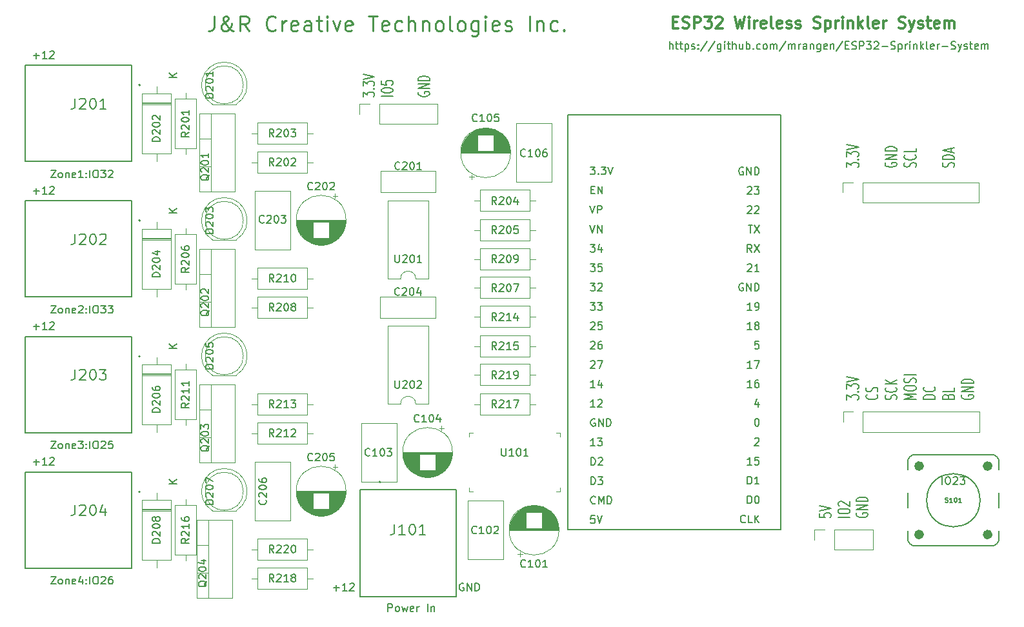
<source format=gto>
G04 #@! TF.GenerationSoftware,KiCad,Pcbnew,(6.0.4)*
G04 #@! TF.CreationDate,2022-07-29T23:35:55-06:00*
G04 #@! TF.ProjectId,ESP32-Sprinkler-System,45535033-322d-4537-9072-696e6b6c6572,1*
G04 #@! TF.SameCoordinates,Original*
G04 #@! TF.FileFunction,Legend,Top*
G04 #@! TF.FilePolarity,Positive*
%FSLAX46Y46*%
G04 Gerber Fmt 4.6, Leading zero omitted, Abs format (unit mm)*
G04 Created by KiCad (PCBNEW (6.0.4)) date 2022-07-29 23:35:55*
%MOMM*%
%LPD*%
G01*
G04 APERTURE LIST*
%ADD10C,0.150000*%
%ADD11C,0.300000*%
%ADD12C,0.250000*%
%ADD13C,0.127000*%
%ADD14C,0.120000*%
%ADD15C,0.200000*%
%ADD16C,0.203200*%
%ADD17C,0.698500*%
%ADD18C,0.100000*%
%ADD19R,1.600000X1.600000*%
%ADD20O,1.600000X1.600000*%
%ADD21C,1.600000*%
%ADD22R,2.100000X2.100000*%
%ADD23C,2.100000*%
%ADD24R,1.700000X1.700000*%
%ADD25O,1.700000X1.700000*%
%ADD26R,1.800000X1.800000*%
%ADD27C,1.800000*%
%ADD28R,2.400000X2.400000*%
%ADD29O,2.400000X2.400000*%
%ADD30C,2.362200*%
%ADD31R,2.000000X2.000000*%
%ADD32C,2.000000*%
%ADD33R,2.000000X1.905000*%
%ADD34O,2.000000X1.905000*%
%ADD35C,3.200000*%
%ADD36R,1.560000X1.560000*%
%ADD37C,1.560000*%
G04 APERTURE END LIST*
D10*
X106172380Y-135252380D02*
X106172380Y-134252380D01*
X106553333Y-134252380D01*
X106648571Y-134300000D01*
X106696190Y-134347619D01*
X106743809Y-134442857D01*
X106743809Y-134585714D01*
X106696190Y-134680952D01*
X106648571Y-134728571D01*
X106553333Y-134776190D01*
X106172380Y-134776190D01*
X107315238Y-135252380D02*
X107220000Y-135204761D01*
X107172380Y-135157142D01*
X107124761Y-135061904D01*
X107124761Y-134776190D01*
X107172380Y-134680952D01*
X107220000Y-134633333D01*
X107315238Y-134585714D01*
X107458095Y-134585714D01*
X107553333Y-134633333D01*
X107600952Y-134680952D01*
X107648571Y-134776190D01*
X107648571Y-135061904D01*
X107600952Y-135157142D01*
X107553333Y-135204761D01*
X107458095Y-135252380D01*
X107315238Y-135252380D01*
X107981904Y-134585714D02*
X108172380Y-135252380D01*
X108362857Y-134776190D01*
X108553333Y-135252380D01*
X108743809Y-134585714D01*
X109505714Y-135204761D02*
X109410476Y-135252380D01*
X109220000Y-135252380D01*
X109124761Y-135204761D01*
X109077142Y-135109523D01*
X109077142Y-134728571D01*
X109124761Y-134633333D01*
X109220000Y-134585714D01*
X109410476Y-134585714D01*
X109505714Y-134633333D01*
X109553333Y-134728571D01*
X109553333Y-134823809D01*
X109077142Y-134919047D01*
X109981904Y-135252380D02*
X109981904Y-134585714D01*
X109981904Y-134776190D02*
X110029523Y-134680952D01*
X110077142Y-134633333D01*
X110172380Y-134585714D01*
X110267619Y-134585714D01*
X111362857Y-135252380D02*
X111362857Y-134252380D01*
X111839047Y-134585714D02*
X111839047Y-135252380D01*
X111839047Y-134680952D02*
X111886666Y-134633333D01*
X111981904Y-134585714D01*
X112124761Y-134585714D01*
X112220000Y-134633333D01*
X112267619Y-134728571D01*
X112267619Y-135252380D01*
X98996666Y-132151428D02*
X99758571Y-132151428D01*
X99377619Y-132532380D02*
X99377619Y-131770476D01*
X100758571Y-132532380D02*
X100187142Y-132532380D01*
X100472857Y-132532380D02*
X100472857Y-131532380D01*
X100377619Y-131675238D01*
X100282380Y-131770476D01*
X100187142Y-131818095D01*
X101139523Y-131627619D02*
X101187142Y-131580000D01*
X101282380Y-131532380D01*
X101520476Y-131532380D01*
X101615714Y-131580000D01*
X101663333Y-131627619D01*
X101710952Y-131722857D01*
X101710952Y-131818095D01*
X101663333Y-131960952D01*
X101091904Y-132532380D01*
X101710952Y-132532380D01*
X59626666Y-97861428D02*
X60388571Y-97861428D01*
X60007619Y-98242380D02*
X60007619Y-97480476D01*
X61388571Y-98242380D02*
X60817142Y-98242380D01*
X61102857Y-98242380D02*
X61102857Y-97242380D01*
X61007619Y-97385238D01*
X60912380Y-97480476D01*
X60817142Y-97528095D01*
X61769523Y-97337619D02*
X61817142Y-97290000D01*
X61912380Y-97242380D01*
X62150476Y-97242380D01*
X62245714Y-97290000D01*
X62293333Y-97337619D01*
X62340952Y-97432857D01*
X62340952Y-97528095D01*
X62293333Y-97670952D01*
X61721904Y-98242380D01*
X62340952Y-98242380D01*
X59626666Y-115641428D02*
X60388571Y-115641428D01*
X60007619Y-116022380D02*
X60007619Y-115260476D01*
X61388571Y-116022380D02*
X60817142Y-116022380D01*
X61102857Y-116022380D02*
X61102857Y-115022380D01*
X61007619Y-115165238D01*
X60912380Y-115260476D01*
X60817142Y-115308095D01*
X61769523Y-115117619D02*
X61817142Y-115070000D01*
X61912380Y-115022380D01*
X62150476Y-115022380D01*
X62245714Y-115070000D01*
X62293333Y-115117619D01*
X62340952Y-115212857D01*
X62340952Y-115308095D01*
X62293333Y-115450952D01*
X61721904Y-116022380D01*
X62340952Y-116022380D01*
D11*
X143535714Y-57892857D02*
X144035714Y-57892857D01*
X144250000Y-58678571D02*
X143535714Y-58678571D01*
X143535714Y-57178571D01*
X144250000Y-57178571D01*
X144821428Y-58607142D02*
X145035714Y-58678571D01*
X145392857Y-58678571D01*
X145535714Y-58607142D01*
X145607142Y-58535714D01*
X145678571Y-58392857D01*
X145678571Y-58250000D01*
X145607142Y-58107142D01*
X145535714Y-58035714D01*
X145392857Y-57964285D01*
X145107142Y-57892857D01*
X144964285Y-57821428D01*
X144892857Y-57750000D01*
X144821428Y-57607142D01*
X144821428Y-57464285D01*
X144892857Y-57321428D01*
X144964285Y-57250000D01*
X145107142Y-57178571D01*
X145464285Y-57178571D01*
X145678571Y-57250000D01*
X146321428Y-58678571D02*
X146321428Y-57178571D01*
X146892857Y-57178571D01*
X147035714Y-57250000D01*
X147107142Y-57321428D01*
X147178571Y-57464285D01*
X147178571Y-57678571D01*
X147107142Y-57821428D01*
X147035714Y-57892857D01*
X146892857Y-57964285D01*
X146321428Y-57964285D01*
X147678571Y-57178571D02*
X148607142Y-57178571D01*
X148107142Y-57750000D01*
X148321428Y-57750000D01*
X148464285Y-57821428D01*
X148535714Y-57892857D01*
X148607142Y-58035714D01*
X148607142Y-58392857D01*
X148535714Y-58535714D01*
X148464285Y-58607142D01*
X148321428Y-58678571D01*
X147892857Y-58678571D01*
X147750000Y-58607142D01*
X147678571Y-58535714D01*
X149178571Y-57321428D02*
X149250000Y-57250000D01*
X149392857Y-57178571D01*
X149750000Y-57178571D01*
X149892857Y-57250000D01*
X149964285Y-57321428D01*
X150035714Y-57464285D01*
X150035714Y-57607142D01*
X149964285Y-57821428D01*
X149107142Y-58678571D01*
X150035714Y-58678571D01*
X151678571Y-57178571D02*
X152035714Y-58678571D01*
X152321428Y-57607142D01*
X152607142Y-58678571D01*
X152964285Y-57178571D01*
X153535714Y-58678571D02*
X153535714Y-57678571D01*
X153535714Y-57178571D02*
X153464285Y-57250000D01*
X153535714Y-57321428D01*
X153607142Y-57250000D01*
X153535714Y-57178571D01*
X153535714Y-57321428D01*
X154250000Y-58678571D02*
X154250000Y-57678571D01*
X154250000Y-57964285D02*
X154321428Y-57821428D01*
X154392857Y-57750000D01*
X154535714Y-57678571D01*
X154678571Y-57678571D01*
X155750000Y-58607142D02*
X155607142Y-58678571D01*
X155321428Y-58678571D01*
X155178571Y-58607142D01*
X155107142Y-58464285D01*
X155107142Y-57892857D01*
X155178571Y-57750000D01*
X155321428Y-57678571D01*
X155607142Y-57678571D01*
X155750000Y-57750000D01*
X155821428Y-57892857D01*
X155821428Y-58035714D01*
X155107142Y-58178571D01*
X156678571Y-58678571D02*
X156535714Y-58607142D01*
X156464285Y-58464285D01*
X156464285Y-57178571D01*
X157821428Y-58607142D02*
X157678571Y-58678571D01*
X157392857Y-58678571D01*
X157250000Y-58607142D01*
X157178571Y-58464285D01*
X157178571Y-57892857D01*
X157250000Y-57750000D01*
X157392857Y-57678571D01*
X157678571Y-57678571D01*
X157821428Y-57750000D01*
X157892857Y-57892857D01*
X157892857Y-58035714D01*
X157178571Y-58178571D01*
X158464285Y-58607142D02*
X158607142Y-58678571D01*
X158892857Y-58678571D01*
X159035714Y-58607142D01*
X159107142Y-58464285D01*
X159107142Y-58392857D01*
X159035714Y-58250000D01*
X158892857Y-58178571D01*
X158678571Y-58178571D01*
X158535714Y-58107142D01*
X158464285Y-57964285D01*
X158464285Y-57892857D01*
X158535714Y-57750000D01*
X158678571Y-57678571D01*
X158892857Y-57678571D01*
X159035714Y-57750000D01*
X159678571Y-58607142D02*
X159821428Y-58678571D01*
X160107142Y-58678571D01*
X160250000Y-58607142D01*
X160321428Y-58464285D01*
X160321428Y-58392857D01*
X160250000Y-58250000D01*
X160107142Y-58178571D01*
X159892857Y-58178571D01*
X159750000Y-58107142D01*
X159678571Y-57964285D01*
X159678571Y-57892857D01*
X159750000Y-57750000D01*
X159892857Y-57678571D01*
X160107142Y-57678571D01*
X160250000Y-57750000D01*
X162035714Y-58607142D02*
X162250000Y-58678571D01*
X162607142Y-58678571D01*
X162750000Y-58607142D01*
X162821428Y-58535714D01*
X162892857Y-58392857D01*
X162892857Y-58250000D01*
X162821428Y-58107142D01*
X162750000Y-58035714D01*
X162607142Y-57964285D01*
X162321428Y-57892857D01*
X162178571Y-57821428D01*
X162107142Y-57750000D01*
X162035714Y-57607142D01*
X162035714Y-57464285D01*
X162107142Y-57321428D01*
X162178571Y-57250000D01*
X162321428Y-57178571D01*
X162678571Y-57178571D01*
X162892857Y-57250000D01*
X163535714Y-57678571D02*
X163535714Y-59178571D01*
X163535714Y-57750000D02*
X163678571Y-57678571D01*
X163964285Y-57678571D01*
X164107142Y-57750000D01*
X164178571Y-57821428D01*
X164250000Y-57964285D01*
X164250000Y-58392857D01*
X164178571Y-58535714D01*
X164107142Y-58607142D01*
X163964285Y-58678571D01*
X163678571Y-58678571D01*
X163535714Y-58607142D01*
X164892857Y-58678571D02*
X164892857Y-57678571D01*
X164892857Y-57964285D02*
X164964285Y-57821428D01*
X165035714Y-57750000D01*
X165178571Y-57678571D01*
X165321428Y-57678571D01*
X165821428Y-58678571D02*
X165821428Y-57678571D01*
X165821428Y-57178571D02*
X165750000Y-57250000D01*
X165821428Y-57321428D01*
X165892857Y-57250000D01*
X165821428Y-57178571D01*
X165821428Y-57321428D01*
X166535714Y-57678571D02*
X166535714Y-58678571D01*
X166535714Y-57821428D02*
X166607142Y-57750000D01*
X166750000Y-57678571D01*
X166964285Y-57678571D01*
X167107142Y-57750000D01*
X167178571Y-57892857D01*
X167178571Y-58678571D01*
X167892857Y-58678571D02*
X167892857Y-57178571D01*
X168035714Y-58107142D02*
X168464285Y-58678571D01*
X168464285Y-57678571D02*
X167892857Y-58250000D01*
X169321428Y-58678571D02*
X169178571Y-58607142D01*
X169107142Y-58464285D01*
X169107142Y-57178571D01*
X170464285Y-58607142D02*
X170321428Y-58678571D01*
X170035714Y-58678571D01*
X169892857Y-58607142D01*
X169821428Y-58464285D01*
X169821428Y-57892857D01*
X169892857Y-57750000D01*
X170035714Y-57678571D01*
X170321428Y-57678571D01*
X170464285Y-57750000D01*
X170535714Y-57892857D01*
X170535714Y-58035714D01*
X169821428Y-58178571D01*
X171178571Y-58678571D02*
X171178571Y-57678571D01*
X171178571Y-57964285D02*
X171250000Y-57821428D01*
X171321428Y-57750000D01*
X171464285Y-57678571D01*
X171607142Y-57678571D01*
X173178571Y-58607142D02*
X173392857Y-58678571D01*
X173750000Y-58678571D01*
X173892857Y-58607142D01*
X173964285Y-58535714D01*
X174035714Y-58392857D01*
X174035714Y-58250000D01*
X173964285Y-58107142D01*
X173892857Y-58035714D01*
X173750000Y-57964285D01*
X173464285Y-57892857D01*
X173321428Y-57821428D01*
X173250000Y-57750000D01*
X173178571Y-57607142D01*
X173178571Y-57464285D01*
X173250000Y-57321428D01*
X173321428Y-57250000D01*
X173464285Y-57178571D01*
X173821428Y-57178571D01*
X174035714Y-57250000D01*
X174535714Y-57678571D02*
X174892857Y-58678571D01*
X175250000Y-57678571D02*
X174892857Y-58678571D01*
X174750000Y-59035714D01*
X174678571Y-59107142D01*
X174535714Y-59178571D01*
X175750000Y-58607142D02*
X175892857Y-58678571D01*
X176178571Y-58678571D01*
X176321428Y-58607142D01*
X176392857Y-58464285D01*
X176392857Y-58392857D01*
X176321428Y-58250000D01*
X176178571Y-58178571D01*
X175964285Y-58178571D01*
X175821428Y-58107142D01*
X175750000Y-57964285D01*
X175750000Y-57892857D01*
X175821428Y-57750000D01*
X175964285Y-57678571D01*
X176178571Y-57678571D01*
X176321428Y-57750000D01*
X176821428Y-57678571D02*
X177392857Y-57678571D01*
X177035714Y-57178571D02*
X177035714Y-58464285D01*
X177107142Y-58607142D01*
X177250000Y-58678571D01*
X177392857Y-58678571D01*
X178464285Y-58607142D02*
X178321428Y-58678571D01*
X178035714Y-58678571D01*
X177892857Y-58607142D01*
X177821428Y-58464285D01*
X177821428Y-57892857D01*
X177892857Y-57750000D01*
X178035714Y-57678571D01*
X178321428Y-57678571D01*
X178464285Y-57750000D01*
X178535714Y-57892857D01*
X178535714Y-58035714D01*
X177821428Y-58178571D01*
X179178571Y-58678571D02*
X179178571Y-57678571D01*
X179178571Y-57821428D02*
X179250000Y-57750000D01*
X179392857Y-57678571D01*
X179607142Y-57678571D01*
X179750000Y-57750000D01*
X179821428Y-57892857D01*
X179821428Y-58678571D01*
X179821428Y-57892857D02*
X179892857Y-57750000D01*
X180035714Y-57678571D01*
X180250000Y-57678571D01*
X180392857Y-57750000D01*
X180464285Y-57892857D01*
X180464285Y-58678571D01*
D10*
X116078095Y-131580000D02*
X115982857Y-131532380D01*
X115840000Y-131532380D01*
X115697142Y-131580000D01*
X115601904Y-131675238D01*
X115554285Y-131770476D01*
X115506666Y-131960952D01*
X115506666Y-132103809D01*
X115554285Y-132294285D01*
X115601904Y-132389523D01*
X115697142Y-132484761D01*
X115840000Y-132532380D01*
X115935238Y-132532380D01*
X116078095Y-132484761D01*
X116125714Y-132437142D01*
X116125714Y-132103809D01*
X115935238Y-132103809D01*
X116554285Y-132532380D02*
X116554285Y-131532380D01*
X117125714Y-132532380D01*
X117125714Y-131532380D01*
X117601904Y-132532380D02*
X117601904Y-131532380D01*
X117840000Y-131532380D01*
X117982857Y-131580000D01*
X118078095Y-131675238D01*
X118125714Y-131770476D01*
X118173333Y-131960952D01*
X118173333Y-132103809D01*
X118125714Y-132294285D01*
X118078095Y-132389523D01*
X117982857Y-132484761D01*
X117840000Y-132532380D01*
X117601904Y-132532380D01*
X61904761Y-95092380D02*
X62571428Y-95092380D01*
X61904761Y-96092380D01*
X62571428Y-96092380D01*
X63095238Y-96092380D02*
X63000000Y-96044761D01*
X62952380Y-95997142D01*
X62904761Y-95901904D01*
X62904761Y-95616190D01*
X62952380Y-95520952D01*
X63000000Y-95473333D01*
X63095238Y-95425714D01*
X63238095Y-95425714D01*
X63333333Y-95473333D01*
X63380952Y-95520952D01*
X63428571Y-95616190D01*
X63428571Y-95901904D01*
X63380952Y-95997142D01*
X63333333Y-96044761D01*
X63238095Y-96092380D01*
X63095238Y-96092380D01*
X63857142Y-95425714D02*
X63857142Y-96092380D01*
X63857142Y-95520952D02*
X63904761Y-95473333D01*
X64000000Y-95425714D01*
X64142857Y-95425714D01*
X64238095Y-95473333D01*
X64285714Y-95568571D01*
X64285714Y-96092380D01*
X65142857Y-96044761D02*
X65047619Y-96092380D01*
X64857142Y-96092380D01*
X64761904Y-96044761D01*
X64714285Y-95949523D01*
X64714285Y-95568571D01*
X64761904Y-95473333D01*
X64857142Y-95425714D01*
X65047619Y-95425714D01*
X65142857Y-95473333D01*
X65190476Y-95568571D01*
X65190476Y-95663809D01*
X64714285Y-95759047D01*
X65571428Y-95187619D02*
X65619047Y-95140000D01*
X65714285Y-95092380D01*
X65952380Y-95092380D01*
X66047619Y-95140000D01*
X66095238Y-95187619D01*
X66142857Y-95282857D01*
X66142857Y-95378095D01*
X66095238Y-95520952D01*
X65523809Y-96092380D01*
X66142857Y-96092380D01*
X66571428Y-95997142D02*
X66619047Y-96044761D01*
X66571428Y-96092380D01*
X66523809Y-96044761D01*
X66571428Y-95997142D01*
X66571428Y-96092380D01*
X66571428Y-95473333D02*
X66619047Y-95520952D01*
X66571428Y-95568571D01*
X66523809Y-95520952D01*
X66571428Y-95473333D01*
X66571428Y-95568571D01*
X67047619Y-96092380D02*
X67047619Y-95092380D01*
X67714285Y-95092380D02*
X67904761Y-95092380D01*
X68000000Y-95140000D01*
X68095238Y-95235238D01*
X68142857Y-95425714D01*
X68142857Y-95759047D01*
X68095238Y-95949523D01*
X68000000Y-96044761D01*
X67904761Y-96092380D01*
X67714285Y-96092380D01*
X67619047Y-96044761D01*
X67523809Y-95949523D01*
X67476190Y-95759047D01*
X67476190Y-95425714D01*
X67523809Y-95235238D01*
X67619047Y-95140000D01*
X67714285Y-95092380D01*
X68476190Y-95092380D02*
X69095238Y-95092380D01*
X68761904Y-95473333D01*
X68904761Y-95473333D01*
X69000000Y-95520952D01*
X69047619Y-95568571D01*
X69095238Y-95663809D01*
X69095238Y-95901904D01*
X69047619Y-95997142D01*
X69000000Y-96044761D01*
X68904761Y-96092380D01*
X68619047Y-96092380D01*
X68523809Y-96044761D01*
X68476190Y-95997142D01*
X69428571Y-95092380D02*
X70047619Y-95092380D01*
X69714285Y-95473333D01*
X69857142Y-95473333D01*
X69952380Y-95520952D01*
X70000000Y-95568571D01*
X70047619Y-95663809D01*
X70047619Y-95901904D01*
X70000000Y-95997142D01*
X69952380Y-96044761D01*
X69857142Y-96092380D01*
X69571428Y-96092380D01*
X69476190Y-96044761D01*
X69428571Y-95997142D01*
X166348714Y-76959642D02*
X166348714Y-76340595D01*
X166943000Y-76673928D01*
X166943000Y-76531071D01*
X167017285Y-76435833D01*
X167091571Y-76388214D01*
X167240142Y-76340595D01*
X167611571Y-76340595D01*
X167760142Y-76388214D01*
X167834428Y-76435833D01*
X167908714Y-76531071D01*
X167908714Y-76816785D01*
X167834428Y-76912023D01*
X167760142Y-76959642D01*
X167760142Y-75912023D02*
X167834428Y-75864404D01*
X167908714Y-75912023D01*
X167834428Y-75959642D01*
X167760142Y-75912023D01*
X167908714Y-75912023D01*
X166348714Y-75531071D02*
X166348714Y-74912023D01*
X166943000Y-75245357D01*
X166943000Y-75102500D01*
X167017285Y-75007261D01*
X167091571Y-74959642D01*
X167240142Y-74912023D01*
X167611571Y-74912023D01*
X167760142Y-74959642D01*
X167834428Y-75007261D01*
X167908714Y-75102500D01*
X167908714Y-75388214D01*
X167834428Y-75483452D01*
X167760142Y-75531071D01*
X166348714Y-74626309D02*
X167908714Y-74292976D01*
X166348714Y-73959642D01*
X171446200Y-76340595D02*
X171371914Y-76435833D01*
X171371914Y-76578690D01*
X171446200Y-76721547D01*
X171594771Y-76816785D01*
X171743342Y-76864404D01*
X172040485Y-76912023D01*
X172263342Y-76912023D01*
X172560485Y-76864404D01*
X172709057Y-76816785D01*
X172857628Y-76721547D01*
X172931914Y-76578690D01*
X172931914Y-76483452D01*
X172857628Y-76340595D01*
X172783342Y-76292976D01*
X172263342Y-76292976D01*
X172263342Y-76483452D01*
X172931914Y-75864404D02*
X171371914Y-75864404D01*
X172931914Y-75292976D01*
X171371914Y-75292976D01*
X172931914Y-74816785D02*
X171371914Y-74816785D01*
X171371914Y-74578690D01*
X171446200Y-74435833D01*
X171594771Y-74340595D01*
X171743342Y-74292976D01*
X172040485Y-74245357D01*
X172263342Y-74245357D01*
X172560485Y-74292976D01*
X172709057Y-74340595D01*
X172857628Y-74435833D01*
X172931914Y-74578690D01*
X172931914Y-74816785D01*
X175369228Y-76912023D02*
X175443514Y-76769166D01*
X175443514Y-76531071D01*
X175369228Y-76435833D01*
X175294942Y-76388214D01*
X175146371Y-76340595D01*
X174997800Y-76340595D01*
X174849228Y-76388214D01*
X174774942Y-76435833D01*
X174700657Y-76531071D01*
X174626371Y-76721547D01*
X174552085Y-76816785D01*
X174477800Y-76864404D01*
X174329228Y-76912023D01*
X174180657Y-76912023D01*
X174032085Y-76864404D01*
X173957800Y-76816785D01*
X173883514Y-76721547D01*
X173883514Y-76483452D01*
X173957800Y-76340595D01*
X175294942Y-75340595D02*
X175369228Y-75388214D01*
X175443514Y-75531071D01*
X175443514Y-75626309D01*
X175369228Y-75769166D01*
X175220657Y-75864404D01*
X175072085Y-75912023D01*
X174774942Y-75959642D01*
X174552085Y-75959642D01*
X174254942Y-75912023D01*
X174106371Y-75864404D01*
X173957800Y-75769166D01*
X173883514Y-75626309D01*
X173883514Y-75531071D01*
X173957800Y-75388214D01*
X174032085Y-75340595D01*
X175443514Y-74435833D02*
X175443514Y-74912023D01*
X173883514Y-74912023D01*
X180392428Y-76912023D02*
X180466714Y-76769166D01*
X180466714Y-76531071D01*
X180392428Y-76435833D01*
X180318142Y-76388214D01*
X180169571Y-76340595D01*
X180021000Y-76340595D01*
X179872428Y-76388214D01*
X179798142Y-76435833D01*
X179723857Y-76531071D01*
X179649571Y-76721547D01*
X179575285Y-76816785D01*
X179501000Y-76864404D01*
X179352428Y-76912023D01*
X179203857Y-76912023D01*
X179055285Y-76864404D01*
X178981000Y-76816785D01*
X178906714Y-76721547D01*
X178906714Y-76483452D01*
X178981000Y-76340595D01*
X180466714Y-75912023D02*
X178906714Y-75912023D01*
X178906714Y-75673928D01*
X178981000Y-75531071D01*
X179129571Y-75435833D01*
X179278142Y-75388214D01*
X179575285Y-75340595D01*
X179798142Y-75340595D01*
X180095285Y-75388214D01*
X180243857Y-75435833D01*
X180392428Y-75531071D01*
X180466714Y-75673928D01*
X180466714Y-75912023D01*
X180021000Y-74959642D02*
X180021000Y-74483452D01*
X180466714Y-75054880D02*
X178906714Y-74721547D01*
X180466714Y-74388214D01*
X61904761Y-112872380D02*
X62571428Y-112872380D01*
X61904761Y-113872380D01*
X62571428Y-113872380D01*
X63095238Y-113872380D02*
X63000000Y-113824761D01*
X62952380Y-113777142D01*
X62904761Y-113681904D01*
X62904761Y-113396190D01*
X62952380Y-113300952D01*
X63000000Y-113253333D01*
X63095238Y-113205714D01*
X63238095Y-113205714D01*
X63333333Y-113253333D01*
X63380952Y-113300952D01*
X63428571Y-113396190D01*
X63428571Y-113681904D01*
X63380952Y-113777142D01*
X63333333Y-113824761D01*
X63238095Y-113872380D01*
X63095238Y-113872380D01*
X63857142Y-113205714D02*
X63857142Y-113872380D01*
X63857142Y-113300952D02*
X63904761Y-113253333D01*
X64000000Y-113205714D01*
X64142857Y-113205714D01*
X64238095Y-113253333D01*
X64285714Y-113348571D01*
X64285714Y-113872380D01*
X65142857Y-113824761D02*
X65047619Y-113872380D01*
X64857142Y-113872380D01*
X64761904Y-113824761D01*
X64714285Y-113729523D01*
X64714285Y-113348571D01*
X64761904Y-113253333D01*
X64857142Y-113205714D01*
X65047619Y-113205714D01*
X65142857Y-113253333D01*
X65190476Y-113348571D01*
X65190476Y-113443809D01*
X64714285Y-113539047D01*
X65523809Y-112872380D02*
X66142857Y-112872380D01*
X65809523Y-113253333D01*
X65952380Y-113253333D01*
X66047619Y-113300952D01*
X66095238Y-113348571D01*
X66142857Y-113443809D01*
X66142857Y-113681904D01*
X66095238Y-113777142D01*
X66047619Y-113824761D01*
X65952380Y-113872380D01*
X65666666Y-113872380D01*
X65571428Y-113824761D01*
X65523809Y-113777142D01*
X66571428Y-113777142D02*
X66619047Y-113824761D01*
X66571428Y-113872380D01*
X66523809Y-113824761D01*
X66571428Y-113777142D01*
X66571428Y-113872380D01*
X66571428Y-113253333D02*
X66619047Y-113300952D01*
X66571428Y-113348571D01*
X66523809Y-113300952D01*
X66571428Y-113253333D01*
X66571428Y-113348571D01*
X67047619Y-113872380D02*
X67047619Y-112872380D01*
X67714285Y-112872380D02*
X67904761Y-112872380D01*
X68000000Y-112920000D01*
X68095238Y-113015238D01*
X68142857Y-113205714D01*
X68142857Y-113539047D01*
X68095238Y-113729523D01*
X68000000Y-113824761D01*
X67904761Y-113872380D01*
X67714285Y-113872380D01*
X67619047Y-113824761D01*
X67523809Y-113729523D01*
X67476190Y-113539047D01*
X67476190Y-113205714D01*
X67523809Y-113015238D01*
X67619047Y-112920000D01*
X67714285Y-112872380D01*
X68523809Y-112967619D02*
X68571428Y-112920000D01*
X68666666Y-112872380D01*
X68904761Y-112872380D01*
X69000000Y-112920000D01*
X69047619Y-112967619D01*
X69095238Y-113062857D01*
X69095238Y-113158095D01*
X69047619Y-113300952D01*
X68476190Y-113872380D01*
X69095238Y-113872380D01*
X70000000Y-112872380D02*
X69523809Y-112872380D01*
X69476190Y-113348571D01*
X69523809Y-113300952D01*
X69619047Y-113253333D01*
X69857142Y-113253333D01*
X69952380Y-113300952D01*
X70000000Y-113348571D01*
X70047619Y-113443809D01*
X70047619Y-113681904D01*
X70000000Y-113777142D01*
X69952380Y-113824761D01*
X69857142Y-113872380D01*
X69619047Y-113872380D01*
X69523809Y-113824761D01*
X69476190Y-113777142D01*
X143095238Y-61452380D02*
X143095238Y-60452380D01*
X143523809Y-61452380D02*
X143523809Y-60928571D01*
X143476190Y-60833333D01*
X143380952Y-60785714D01*
X143238095Y-60785714D01*
X143142857Y-60833333D01*
X143095238Y-60880952D01*
X143857142Y-60785714D02*
X144238095Y-60785714D01*
X144000000Y-60452380D02*
X144000000Y-61309523D01*
X144047619Y-61404761D01*
X144142857Y-61452380D01*
X144238095Y-61452380D01*
X144428571Y-60785714D02*
X144809523Y-60785714D01*
X144571428Y-60452380D02*
X144571428Y-61309523D01*
X144619047Y-61404761D01*
X144714285Y-61452380D01*
X144809523Y-61452380D01*
X145142857Y-60785714D02*
X145142857Y-61785714D01*
X145142857Y-60833333D02*
X145238095Y-60785714D01*
X145428571Y-60785714D01*
X145523809Y-60833333D01*
X145571428Y-60880952D01*
X145619047Y-60976190D01*
X145619047Y-61261904D01*
X145571428Y-61357142D01*
X145523809Y-61404761D01*
X145428571Y-61452380D01*
X145238095Y-61452380D01*
X145142857Y-61404761D01*
X146000000Y-61404761D02*
X146095238Y-61452380D01*
X146285714Y-61452380D01*
X146380952Y-61404761D01*
X146428571Y-61309523D01*
X146428571Y-61261904D01*
X146380952Y-61166666D01*
X146285714Y-61119047D01*
X146142857Y-61119047D01*
X146047619Y-61071428D01*
X146000000Y-60976190D01*
X146000000Y-60928571D01*
X146047619Y-60833333D01*
X146142857Y-60785714D01*
X146285714Y-60785714D01*
X146380952Y-60833333D01*
X146857142Y-61357142D02*
X146904761Y-61404761D01*
X146857142Y-61452380D01*
X146809523Y-61404761D01*
X146857142Y-61357142D01*
X146857142Y-61452380D01*
X146857142Y-60833333D02*
X146904761Y-60880952D01*
X146857142Y-60928571D01*
X146809523Y-60880952D01*
X146857142Y-60833333D01*
X146857142Y-60928571D01*
X148047619Y-60404761D02*
X147190476Y-61690476D01*
X149095238Y-60404761D02*
X148238095Y-61690476D01*
X149857142Y-60785714D02*
X149857142Y-61595238D01*
X149809523Y-61690476D01*
X149761904Y-61738095D01*
X149666666Y-61785714D01*
X149523809Y-61785714D01*
X149428571Y-61738095D01*
X149857142Y-61404761D02*
X149761904Y-61452380D01*
X149571428Y-61452380D01*
X149476190Y-61404761D01*
X149428571Y-61357142D01*
X149380952Y-61261904D01*
X149380952Y-60976190D01*
X149428571Y-60880952D01*
X149476190Y-60833333D01*
X149571428Y-60785714D01*
X149761904Y-60785714D01*
X149857142Y-60833333D01*
X150333333Y-61452380D02*
X150333333Y-60785714D01*
X150333333Y-60452380D02*
X150285714Y-60500000D01*
X150333333Y-60547619D01*
X150380952Y-60500000D01*
X150333333Y-60452380D01*
X150333333Y-60547619D01*
X150666666Y-60785714D02*
X151047619Y-60785714D01*
X150809523Y-60452380D02*
X150809523Y-61309523D01*
X150857142Y-61404761D01*
X150952380Y-61452380D01*
X151047619Y-61452380D01*
X151380952Y-61452380D02*
X151380952Y-60452380D01*
X151809523Y-61452380D02*
X151809523Y-60928571D01*
X151761904Y-60833333D01*
X151666666Y-60785714D01*
X151523809Y-60785714D01*
X151428571Y-60833333D01*
X151380952Y-60880952D01*
X152714285Y-60785714D02*
X152714285Y-61452380D01*
X152285714Y-60785714D02*
X152285714Y-61309523D01*
X152333333Y-61404761D01*
X152428571Y-61452380D01*
X152571428Y-61452380D01*
X152666666Y-61404761D01*
X152714285Y-61357142D01*
X153190476Y-61452380D02*
X153190476Y-60452380D01*
X153190476Y-60833333D02*
X153285714Y-60785714D01*
X153476190Y-60785714D01*
X153571428Y-60833333D01*
X153619047Y-60880952D01*
X153666666Y-60976190D01*
X153666666Y-61261904D01*
X153619047Y-61357142D01*
X153571428Y-61404761D01*
X153476190Y-61452380D01*
X153285714Y-61452380D01*
X153190476Y-61404761D01*
X154095238Y-61357142D02*
X154142857Y-61404761D01*
X154095238Y-61452380D01*
X154047619Y-61404761D01*
X154095238Y-61357142D01*
X154095238Y-61452380D01*
X155000000Y-61404761D02*
X154904761Y-61452380D01*
X154714285Y-61452380D01*
X154619047Y-61404761D01*
X154571428Y-61357142D01*
X154523809Y-61261904D01*
X154523809Y-60976190D01*
X154571428Y-60880952D01*
X154619047Y-60833333D01*
X154714285Y-60785714D01*
X154904761Y-60785714D01*
X155000000Y-60833333D01*
X155571428Y-61452380D02*
X155476190Y-61404761D01*
X155428571Y-61357142D01*
X155380952Y-61261904D01*
X155380952Y-60976190D01*
X155428571Y-60880952D01*
X155476190Y-60833333D01*
X155571428Y-60785714D01*
X155714285Y-60785714D01*
X155809523Y-60833333D01*
X155857142Y-60880952D01*
X155904761Y-60976190D01*
X155904761Y-61261904D01*
X155857142Y-61357142D01*
X155809523Y-61404761D01*
X155714285Y-61452380D01*
X155571428Y-61452380D01*
X156333333Y-61452380D02*
X156333333Y-60785714D01*
X156333333Y-60880952D02*
X156380952Y-60833333D01*
X156476190Y-60785714D01*
X156619047Y-60785714D01*
X156714285Y-60833333D01*
X156761904Y-60928571D01*
X156761904Y-61452380D01*
X156761904Y-60928571D02*
X156809523Y-60833333D01*
X156904761Y-60785714D01*
X157047619Y-60785714D01*
X157142857Y-60833333D01*
X157190476Y-60928571D01*
X157190476Y-61452380D01*
X158380952Y-60404761D02*
X157523809Y-61690476D01*
X158714285Y-61452380D02*
X158714285Y-60785714D01*
X158714285Y-60880952D02*
X158761904Y-60833333D01*
X158857142Y-60785714D01*
X159000000Y-60785714D01*
X159095238Y-60833333D01*
X159142857Y-60928571D01*
X159142857Y-61452380D01*
X159142857Y-60928571D02*
X159190476Y-60833333D01*
X159285714Y-60785714D01*
X159428571Y-60785714D01*
X159523809Y-60833333D01*
X159571428Y-60928571D01*
X159571428Y-61452380D01*
X160047619Y-61452380D02*
X160047619Y-60785714D01*
X160047619Y-60976190D02*
X160095238Y-60880952D01*
X160142857Y-60833333D01*
X160238095Y-60785714D01*
X160333333Y-60785714D01*
X161095238Y-61452380D02*
X161095238Y-60928571D01*
X161047619Y-60833333D01*
X160952380Y-60785714D01*
X160761904Y-60785714D01*
X160666666Y-60833333D01*
X161095238Y-61404761D02*
X161000000Y-61452380D01*
X160761904Y-61452380D01*
X160666666Y-61404761D01*
X160619047Y-61309523D01*
X160619047Y-61214285D01*
X160666666Y-61119047D01*
X160761904Y-61071428D01*
X161000000Y-61071428D01*
X161095238Y-61023809D01*
X161571428Y-60785714D02*
X161571428Y-61452380D01*
X161571428Y-60880952D02*
X161619047Y-60833333D01*
X161714285Y-60785714D01*
X161857142Y-60785714D01*
X161952380Y-60833333D01*
X162000000Y-60928571D01*
X162000000Y-61452380D01*
X162904761Y-60785714D02*
X162904761Y-61595238D01*
X162857142Y-61690476D01*
X162809523Y-61738095D01*
X162714285Y-61785714D01*
X162571428Y-61785714D01*
X162476190Y-61738095D01*
X162904761Y-61404761D02*
X162809523Y-61452380D01*
X162619047Y-61452380D01*
X162523809Y-61404761D01*
X162476190Y-61357142D01*
X162428571Y-61261904D01*
X162428571Y-60976190D01*
X162476190Y-60880952D01*
X162523809Y-60833333D01*
X162619047Y-60785714D01*
X162809523Y-60785714D01*
X162904761Y-60833333D01*
X163761904Y-61404761D02*
X163666666Y-61452380D01*
X163476190Y-61452380D01*
X163380952Y-61404761D01*
X163333333Y-61309523D01*
X163333333Y-60928571D01*
X163380952Y-60833333D01*
X163476190Y-60785714D01*
X163666666Y-60785714D01*
X163761904Y-60833333D01*
X163809523Y-60928571D01*
X163809523Y-61023809D01*
X163333333Y-61119047D01*
X164238095Y-60785714D02*
X164238095Y-61452380D01*
X164238095Y-60880952D02*
X164285714Y-60833333D01*
X164380952Y-60785714D01*
X164523809Y-60785714D01*
X164619047Y-60833333D01*
X164666666Y-60928571D01*
X164666666Y-61452380D01*
X165857142Y-60404761D02*
X165000000Y-61690476D01*
X166190476Y-60928571D02*
X166523809Y-60928571D01*
X166666666Y-61452380D02*
X166190476Y-61452380D01*
X166190476Y-60452380D01*
X166666666Y-60452380D01*
X167047619Y-61404761D02*
X167190476Y-61452380D01*
X167428571Y-61452380D01*
X167523809Y-61404761D01*
X167571428Y-61357142D01*
X167619047Y-61261904D01*
X167619047Y-61166666D01*
X167571428Y-61071428D01*
X167523809Y-61023809D01*
X167428571Y-60976190D01*
X167238095Y-60928571D01*
X167142857Y-60880952D01*
X167095238Y-60833333D01*
X167047619Y-60738095D01*
X167047619Y-60642857D01*
X167095238Y-60547619D01*
X167142857Y-60500000D01*
X167238095Y-60452380D01*
X167476190Y-60452380D01*
X167619047Y-60500000D01*
X168047619Y-61452380D02*
X168047619Y-60452380D01*
X168428571Y-60452380D01*
X168523809Y-60500000D01*
X168571428Y-60547619D01*
X168619047Y-60642857D01*
X168619047Y-60785714D01*
X168571428Y-60880952D01*
X168523809Y-60928571D01*
X168428571Y-60976190D01*
X168047619Y-60976190D01*
X168952380Y-60452380D02*
X169571428Y-60452380D01*
X169238095Y-60833333D01*
X169380952Y-60833333D01*
X169476190Y-60880952D01*
X169523809Y-60928571D01*
X169571428Y-61023809D01*
X169571428Y-61261904D01*
X169523809Y-61357142D01*
X169476190Y-61404761D01*
X169380952Y-61452380D01*
X169095238Y-61452380D01*
X169000000Y-61404761D01*
X168952380Y-61357142D01*
X169952380Y-60547619D02*
X170000000Y-60500000D01*
X170095238Y-60452380D01*
X170333333Y-60452380D01*
X170428571Y-60500000D01*
X170476190Y-60547619D01*
X170523809Y-60642857D01*
X170523809Y-60738095D01*
X170476190Y-60880952D01*
X169904761Y-61452380D01*
X170523809Y-61452380D01*
X170952380Y-61071428D02*
X171714285Y-61071428D01*
X172142857Y-61404761D02*
X172285714Y-61452380D01*
X172523809Y-61452380D01*
X172619047Y-61404761D01*
X172666666Y-61357142D01*
X172714285Y-61261904D01*
X172714285Y-61166666D01*
X172666666Y-61071428D01*
X172619047Y-61023809D01*
X172523809Y-60976190D01*
X172333333Y-60928571D01*
X172238095Y-60880952D01*
X172190476Y-60833333D01*
X172142857Y-60738095D01*
X172142857Y-60642857D01*
X172190476Y-60547619D01*
X172238095Y-60500000D01*
X172333333Y-60452380D01*
X172571428Y-60452380D01*
X172714285Y-60500000D01*
X173142857Y-60785714D02*
X173142857Y-61785714D01*
X173142857Y-60833333D02*
X173238095Y-60785714D01*
X173428571Y-60785714D01*
X173523809Y-60833333D01*
X173571428Y-60880952D01*
X173619047Y-60976190D01*
X173619047Y-61261904D01*
X173571428Y-61357142D01*
X173523809Y-61404761D01*
X173428571Y-61452380D01*
X173238095Y-61452380D01*
X173142857Y-61404761D01*
X174047619Y-61452380D02*
X174047619Y-60785714D01*
X174047619Y-60976190D02*
X174095238Y-60880952D01*
X174142857Y-60833333D01*
X174238095Y-60785714D01*
X174333333Y-60785714D01*
X174666666Y-61452380D02*
X174666666Y-60785714D01*
X174666666Y-60452380D02*
X174619047Y-60500000D01*
X174666666Y-60547619D01*
X174714285Y-60500000D01*
X174666666Y-60452380D01*
X174666666Y-60547619D01*
X175142857Y-60785714D02*
X175142857Y-61452380D01*
X175142857Y-60880952D02*
X175190476Y-60833333D01*
X175285714Y-60785714D01*
X175428571Y-60785714D01*
X175523809Y-60833333D01*
X175571428Y-60928571D01*
X175571428Y-61452380D01*
X176047619Y-61452380D02*
X176047619Y-60452380D01*
X176142857Y-61071428D02*
X176428571Y-61452380D01*
X176428571Y-60785714D02*
X176047619Y-61166666D01*
X177000000Y-61452380D02*
X176904761Y-61404761D01*
X176857142Y-61309523D01*
X176857142Y-60452380D01*
X177761904Y-61404761D02*
X177666666Y-61452380D01*
X177476190Y-61452380D01*
X177380952Y-61404761D01*
X177333333Y-61309523D01*
X177333333Y-60928571D01*
X177380952Y-60833333D01*
X177476190Y-60785714D01*
X177666666Y-60785714D01*
X177761904Y-60833333D01*
X177809523Y-60928571D01*
X177809523Y-61023809D01*
X177333333Y-61119047D01*
X178238095Y-61452380D02*
X178238095Y-60785714D01*
X178238095Y-60976190D02*
X178285714Y-60880952D01*
X178333333Y-60833333D01*
X178428571Y-60785714D01*
X178523809Y-60785714D01*
X178857142Y-61071428D02*
X179619047Y-61071428D01*
X180047619Y-61404761D02*
X180190476Y-61452380D01*
X180428571Y-61452380D01*
X180523809Y-61404761D01*
X180571428Y-61357142D01*
X180619047Y-61261904D01*
X180619047Y-61166666D01*
X180571428Y-61071428D01*
X180523809Y-61023809D01*
X180428571Y-60976190D01*
X180238095Y-60928571D01*
X180142857Y-60880952D01*
X180095238Y-60833333D01*
X180047619Y-60738095D01*
X180047619Y-60642857D01*
X180095238Y-60547619D01*
X180142857Y-60500000D01*
X180238095Y-60452380D01*
X180476190Y-60452380D01*
X180619047Y-60500000D01*
X180952380Y-60785714D02*
X181190476Y-61452380D01*
X181428571Y-60785714D02*
X181190476Y-61452380D01*
X181095238Y-61690476D01*
X181047619Y-61738095D01*
X180952380Y-61785714D01*
X181761904Y-61404761D02*
X181857142Y-61452380D01*
X182047619Y-61452380D01*
X182142857Y-61404761D01*
X182190476Y-61309523D01*
X182190476Y-61261904D01*
X182142857Y-61166666D01*
X182047619Y-61119047D01*
X181904761Y-61119047D01*
X181809523Y-61071428D01*
X181761904Y-60976190D01*
X181761904Y-60928571D01*
X181809523Y-60833333D01*
X181904761Y-60785714D01*
X182047619Y-60785714D01*
X182142857Y-60833333D01*
X182476190Y-60785714D02*
X182857142Y-60785714D01*
X182619047Y-60452380D02*
X182619047Y-61309523D01*
X182666666Y-61404761D01*
X182761904Y-61452380D01*
X182857142Y-61452380D01*
X183571428Y-61404761D02*
X183476190Y-61452380D01*
X183285714Y-61452380D01*
X183190476Y-61404761D01*
X183142857Y-61309523D01*
X183142857Y-60928571D01*
X183190476Y-60833333D01*
X183285714Y-60785714D01*
X183476190Y-60785714D01*
X183571428Y-60833333D01*
X183619047Y-60928571D01*
X183619047Y-61023809D01*
X183142857Y-61119047D01*
X184047619Y-61452380D02*
X184047619Y-60785714D01*
X184047619Y-60880952D02*
X184095238Y-60833333D01*
X184190476Y-60785714D01*
X184333333Y-60785714D01*
X184428571Y-60833333D01*
X184476190Y-60928571D01*
X184476190Y-61452380D01*
X184476190Y-60928571D02*
X184523809Y-60833333D01*
X184619047Y-60785714D01*
X184761904Y-60785714D01*
X184857142Y-60833333D01*
X184904761Y-60928571D01*
X184904761Y-61452380D01*
X102871071Y-67704642D02*
X102871071Y-67085595D01*
X103442500Y-67418928D01*
X103442500Y-67276071D01*
X103513928Y-67180833D01*
X103585357Y-67133214D01*
X103728214Y-67085595D01*
X104085357Y-67085595D01*
X104228214Y-67133214D01*
X104299642Y-67180833D01*
X104371071Y-67276071D01*
X104371071Y-67561785D01*
X104299642Y-67657023D01*
X104228214Y-67704642D01*
X104228214Y-66657023D02*
X104299642Y-66609404D01*
X104371071Y-66657023D01*
X104299642Y-66704642D01*
X104228214Y-66657023D01*
X104371071Y-66657023D01*
X102871071Y-66276071D02*
X102871071Y-65657023D01*
X103442500Y-65990357D01*
X103442500Y-65847500D01*
X103513928Y-65752261D01*
X103585357Y-65704642D01*
X103728214Y-65657023D01*
X104085357Y-65657023D01*
X104228214Y-65704642D01*
X104299642Y-65752261D01*
X104371071Y-65847500D01*
X104371071Y-66133214D01*
X104299642Y-66228452D01*
X104228214Y-66276071D01*
X102871071Y-65371309D02*
X104371071Y-65037976D01*
X102871071Y-64704642D01*
X106786071Y-67609404D02*
X105286071Y-67609404D01*
X105286071Y-66942738D02*
X105286071Y-66752261D01*
X105357500Y-66657023D01*
X105500357Y-66561785D01*
X105786071Y-66514166D01*
X106286071Y-66514166D01*
X106571785Y-66561785D01*
X106714642Y-66657023D01*
X106786071Y-66752261D01*
X106786071Y-66942738D01*
X106714642Y-67037976D01*
X106571785Y-67133214D01*
X106286071Y-67180833D01*
X105786071Y-67180833D01*
X105500357Y-67133214D01*
X105357500Y-67037976D01*
X105286071Y-66942738D01*
X105286071Y-65609404D02*
X105286071Y-66085595D01*
X106000357Y-66133214D01*
X105928928Y-66085595D01*
X105857500Y-65990357D01*
X105857500Y-65752261D01*
X105928928Y-65657023D01*
X106000357Y-65609404D01*
X106143214Y-65561785D01*
X106500357Y-65561785D01*
X106643214Y-65609404D01*
X106714642Y-65657023D01*
X106786071Y-65752261D01*
X106786071Y-65990357D01*
X106714642Y-66085595D01*
X106643214Y-66133214D01*
X110187500Y-67085595D02*
X110116071Y-67180833D01*
X110116071Y-67323690D01*
X110187500Y-67466547D01*
X110330357Y-67561785D01*
X110473214Y-67609404D01*
X110758928Y-67657023D01*
X110973214Y-67657023D01*
X111258928Y-67609404D01*
X111401785Y-67561785D01*
X111544642Y-67466547D01*
X111616071Y-67323690D01*
X111616071Y-67228452D01*
X111544642Y-67085595D01*
X111473214Y-67037976D01*
X110973214Y-67037976D01*
X110973214Y-67228452D01*
X111616071Y-66609404D02*
X110116071Y-66609404D01*
X111616071Y-66037976D01*
X110116071Y-66037976D01*
X111616071Y-65561785D02*
X110116071Y-65561785D01*
X110116071Y-65323690D01*
X110187500Y-65180833D01*
X110330357Y-65085595D01*
X110473214Y-65037976D01*
X110758928Y-64990357D01*
X110973214Y-64990357D01*
X111258928Y-65037976D01*
X111401785Y-65085595D01*
X111544642Y-65180833D01*
X111616071Y-65323690D01*
X111616071Y-65561785D01*
D12*
X83333333Y-57070761D02*
X83333333Y-58499333D01*
X83238095Y-58785047D01*
X83047619Y-58975523D01*
X82761904Y-59070761D01*
X82571428Y-59070761D01*
X85904761Y-59070761D02*
X85809523Y-59070761D01*
X85619047Y-58975523D01*
X85333333Y-58689809D01*
X84857142Y-58118380D01*
X84666666Y-57832666D01*
X84571428Y-57546952D01*
X84571428Y-57356476D01*
X84666666Y-57166000D01*
X84857142Y-57070761D01*
X84952380Y-57070761D01*
X85142857Y-57166000D01*
X85238095Y-57356476D01*
X85238095Y-57451714D01*
X85142857Y-57642190D01*
X85047619Y-57737428D01*
X84476190Y-58118380D01*
X84380952Y-58213619D01*
X84285714Y-58404095D01*
X84285714Y-58689809D01*
X84380952Y-58880285D01*
X84476190Y-58975523D01*
X84666666Y-59070761D01*
X84952380Y-59070761D01*
X85142857Y-58975523D01*
X85238095Y-58880285D01*
X85523809Y-58499333D01*
X85619047Y-58213619D01*
X85619047Y-58023142D01*
X87904761Y-59070761D02*
X87238095Y-58118380D01*
X86761904Y-59070761D02*
X86761904Y-57070761D01*
X87523809Y-57070761D01*
X87714285Y-57166000D01*
X87809523Y-57261238D01*
X87904761Y-57451714D01*
X87904761Y-57737428D01*
X87809523Y-57927904D01*
X87714285Y-58023142D01*
X87523809Y-58118380D01*
X86761904Y-58118380D01*
X91428571Y-58880285D02*
X91333333Y-58975523D01*
X91047619Y-59070761D01*
X90857142Y-59070761D01*
X90571428Y-58975523D01*
X90380952Y-58785047D01*
X90285714Y-58594571D01*
X90190476Y-58213619D01*
X90190476Y-57927904D01*
X90285714Y-57546952D01*
X90380952Y-57356476D01*
X90571428Y-57166000D01*
X90857142Y-57070761D01*
X91047619Y-57070761D01*
X91333333Y-57166000D01*
X91428571Y-57261238D01*
X92285714Y-59070761D02*
X92285714Y-57737428D01*
X92285714Y-58118380D02*
X92380952Y-57927904D01*
X92476190Y-57832666D01*
X92666666Y-57737428D01*
X92857142Y-57737428D01*
X94285714Y-58975523D02*
X94095238Y-59070761D01*
X93714285Y-59070761D01*
X93523809Y-58975523D01*
X93428571Y-58785047D01*
X93428571Y-58023142D01*
X93523809Y-57832666D01*
X93714285Y-57737428D01*
X94095238Y-57737428D01*
X94285714Y-57832666D01*
X94380952Y-58023142D01*
X94380952Y-58213619D01*
X93428571Y-58404095D01*
X96095238Y-59070761D02*
X96095238Y-58023142D01*
X96000000Y-57832666D01*
X95809523Y-57737428D01*
X95428571Y-57737428D01*
X95238095Y-57832666D01*
X96095238Y-58975523D02*
X95904761Y-59070761D01*
X95428571Y-59070761D01*
X95238095Y-58975523D01*
X95142857Y-58785047D01*
X95142857Y-58594571D01*
X95238095Y-58404095D01*
X95428571Y-58308857D01*
X95904761Y-58308857D01*
X96095238Y-58213619D01*
X96761904Y-57737428D02*
X97523809Y-57737428D01*
X97047619Y-57070761D02*
X97047619Y-58785047D01*
X97142857Y-58975523D01*
X97333333Y-59070761D01*
X97523809Y-59070761D01*
X98190476Y-59070761D02*
X98190476Y-57737428D01*
X98190476Y-57070761D02*
X98095238Y-57166000D01*
X98190476Y-57261238D01*
X98285714Y-57166000D01*
X98190476Y-57070761D01*
X98190476Y-57261238D01*
X98952380Y-57737428D02*
X99428571Y-59070761D01*
X99904761Y-57737428D01*
X101428571Y-58975523D02*
X101238095Y-59070761D01*
X100857142Y-59070761D01*
X100666666Y-58975523D01*
X100571428Y-58785047D01*
X100571428Y-58023142D01*
X100666666Y-57832666D01*
X100857142Y-57737428D01*
X101238095Y-57737428D01*
X101428571Y-57832666D01*
X101523809Y-58023142D01*
X101523809Y-58213619D01*
X100571428Y-58404095D01*
X103619047Y-57070761D02*
X104761904Y-57070761D01*
X104190476Y-59070761D02*
X104190476Y-57070761D01*
X106190476Y-58975523D02*
X106000000Y-59070761D01*
X105619047Y-59070761D01*
X105428571Y-58975523D01*
X105333333Y-58785047D01*
X105333333Y-58023142D01*
X105428571Y-57832666D01*
X105619047Y-57737428D01*
X106000000Y-57737428D01*
X106190476Y-57832666D01*
X106285714Y-58023142D01*
X106285714Y-58213619D01*
X105333333Y-58404095D01*
X107999999Y-58975523D02*
X107809523Y-59070761D01*
X107428571Y-59070761D01*
X107238095Y-58975523D01*
X107142857Y-58880285D01*
X107047619Y-58689809D01*
X107047619Y-58118380D01*
X107142857Y-57927904D01*
X107238095Y-57832666D01*
X107428571Y-57737428D01*
X107809523Y-57737428D01*
X107999999Y-57832666D01*
X108857142Y-59070761D02*
X108857142Y-57070761D01*
X109714285Y-59070761D02*
X109714285Y-58023142D01*
X109619047Y-57832666D01*
X109428571Y-57737428D01*
X109142857Y-57737428D01*
X108952380Y-57832666D01*
X108857142Y-57927904D01*
X110666666Y-57737428D02*
X110666666Y-59070761D01*
X110666666Y-57927904D02*
X110761904Y-57832666D01*
X110952380Y-57737428D01*
X111238095Y-57737428D01*
X111428571Y-57832666D01*
X111523809Y-58023142D01*
X111523809Y-59070761D01*
X112761904Y-59070761D02*
X112571428Y-58975523D01*
X112476190Y-58880285D01*
X112380952Y-58689809D01*
X112380952Y-58118380D01*
X112476190Y-57927904D01*
X112571428Y-57832666D01*
X112761904Y-57737428D01*
X113047619Y-57737428D01*
X113238095Y-57832666D01*
X113333333Y-57927904D01*
X113428571Y-58118380D01*
X113428571Y-58689809D01*
X113333333Y-58880285D01*
X113238095Y-58975523D01*
X113047619Y-59070761D01*
X112761904Y-59070761D01*
X114571428Y-59070761D02*
X114380952Y-58975523D01*
X114285714Y-58785047D01*
X114285714Y-57070761D01*
X115619047Y-59070761D02*
X115428571Y-58975523D01*
X115333333Y-58880285D01*
X115238095Y-58689809D01*
X115238095Y-58118380D01*
X115333333Y-57927904D01*
X115428571Y-57832666D01*
X115619047Y-57737428D01*
X115904761Y-57737428D01*
X116095238Y-57832666D01*
X116190476Y-57927904D01*
X116285714Y-58118380D01*
X116285714Y-58689809D01*
X116190476Y-58880285D01*
X116095238Y-58975523D01*
X115904761Y-59070761D01*
X115619047Y-59070761D01*
X118000000Y-57737428D02*
X118000000Y-59356476D01*
X117904761Y-59546952D01*
X117809523Y-59642190D01*
X117619047Y-59737428D01*
X117333333Y-59737428D01*
X117142857Y-59642190D01*
X118000000Y-58975523D02*
X117809523Y-59070761D01*
X117428571Y-59070761D01*
X117238095Y-58975523D01*
X117142857Y-58880285D01*
X117047619Y-58689809D01*
X117047619Y-58118380D01*
X117142857Y-57927904D01*
X117238095Y-57832666D01*
X117428571Y-57737428D01*
X117809523Y-57737428D01*
X118000000Y-57832666D01*
X118952380Y-59070761D02*
X118952380Y-57737428D01*
X118952380Y-57070761D02*
X118857142Y-57166000D01*
X118952380Y-57261238D01*
X119047619Y-57166000D01*
X118952380Y-57070761D01*
X118952380Y-57261238D01*
X120666666Y-58975523D02*
X120476190Y-59070761D01*
X120095238Y-59070761D01*
X119904761Y-58975523D01*
X119809523Y-58785047D01*
X119809523Y-58023142D01*
X119904761Y-57832666D01*
X120095238Y-57737428D01*
X120476190Y-57737428D01*
X120666666Y-57832666D01*
X120761904Y-58023142D01*
X120761904Y-58213619D01*
X119809523Y-58404095D01*
X121523809Y-58975523D02*
X121714285Y-59070761D01*
X122095238Y-59070761D01*
X122285714Y-58975523D01*
X122380952Y-58785047D01*
X122380952Y-58689809D01*
X122285714Y-58499333D01*
X122095238Y-58404095D01*
X121809523Y-58404095D01*
X121619047Y-58308857D01*
X121523809Y-58118380D01*
X121523809Y-58023142D01*
X121619047Y-57832666D01*
X121809523Y-57737428D01*
X122095238Y-57737428D01*
X122285714Y-57832666D01*
X124761904Y-59070761D02*
X124761904Y-57070761D01*
X125714285Y-57737428D02*
X125714285Y-59070761D01*
X125714285Y-57927904D02*
X125809523Y-57832666D01*
X126000000Y-57737428D01*
X126285714Y-57737428D01*
X126476190Y-57832666D01*
X126571428Y-58023142D01*
X126571428Y-59070761D01*
X128380952Y-58975523D02*
X128190476Y-59070761D01*
X127809523Y-59070761D01*
X127619047Y-58975523D01*
X127523809Y-58880285D01*
X127428571Y-58689809D01*
X127428571Y-58118380D01*
X127523809Y-57927904D01*
X127619047Y-57832666D01*
X127809523Y-57737428D01*
X128190476Y-57737428D01*
X128380952Y-57832666D01*
X129238095Y-58880285D02*
X129333333Y-58975523D01*
X129238095Y-59070761D01*
X129142857Y-58975523D01*
X129238095Y-58880285D01*
X129238095Y-59070761D01*
D10*
X178863809Y-118562380D02*
X178863809Y-117562380D01*
X179530476Y-117562380D02*
X179720952Y-117562380D01*
X179816190Y-117610000D01*
X179911428Y-117705238D01*
X179959047Y-117895714D01*
X179959047Y-118229047D01*
X179911428Y-118419523D01*
X179816190Y-118514761D01*
X179720952Y-118562380D01*
X179530476Y-118562380D01*
X179435238Y-118514761D01*
X179340000Y-118419523D01*
X179292380Y-118229047D01*
X179292380Y-117895714D01*
X179340000Y-117705238D01*
X179435238Y-117610000D01*
X179530476Y-117562380D01*
X180340000Y-117657619D02*
X180387619Y-117610000D01*
X180482857Y-117562380D01*
X180720952Y-117562380D01*
X180816190Y-117610000D01*
X180863809Y-117657619D01*
X180911428Y-117752857D01*
X180911428Y-117848095D01*
X180863809Y-117990952D01*
X180292380Y-118562380D01*
X180911428Y-118562380D01*
X181244761Y-117562380D02*
X181863809Y-117562380D01*
X181530476Y-117943333D01*
X181673333Y-117943333D01*
X181768571Y-117990952D01*
X181816190Y-118038571D01*
X181863809Y-118133809D01*
X181863809Y-118371904D01*
X181816190Y-118467142D01*
X181768571Y-118514761D01*
X181673333Y-118562380D01*
X181387619Y-118562380D01*
X181292380Y-118514761D01*
X181244761Y-118467142D01*
X59626666Y-80081428D02*
X60388571Y-80081428D01*
X60007619Y-80462380D02*
X60007619Y-79700476D01*
X61388571Y-80462380D02*
X60817142Y-80462380D01*
X61102857Y-80462380D02*
X61102857Y-79462380D01*
X61007619Y-79605238D01*
X60912380Y-79700476D01*
X60817142Y-79748095D01*
X61769523Y-79557619D02*
X61817142Y-79510000D01*
X61912380Y-79462380D01*
X62150476Y-79462380D01*
X62245714Y-79510000D01*
X62293333Y-79557619D01*
X62340952Y-79652857D01*
X62340952Y-79748095D01*
X62293333Y-79890952D01*
X61721904Y-80462380D01*
X62340952Y-80462380D01*
X59626666Y-62301428D02*
X60388571Y-62301428D01*
X60007619Y-62682380D02*
X60007619Y-61920476D01*
X61388571Y-62682380D02*
X60817142Y-62682380D01*
X61102857Y-62682380D02*
X61102857Y-61682380D01*
X61007619Y-61825238D01*
X60912380Y-61920476D01*
X60817142Y-61968095D01*
X61769523Y-61777619D02*
X61817142Y-61730000D01*
X61912380Y-61682380D01*
X62150476Y-61682380D01*
X62245714Y-61730000D01*
X62293333Y-61777619D01*
X62340952Y-61872857D01*
X62340952Y-61968095D01*
X62293333Y-62110952D01*
X61721904Y-62682380D01*
X62340952Y-62682380D01*
X166362914Y-107455642D02*
X166362914Y-106836595D01*
X166957200Y-107169928D01*
X166957200Y-107027071D01*
X167031485Y-106931833D01*
X167105771Y-106884214D01*
X167254342Y-106836595D01*
X167625771Y-106836595D01*
X167774342Y-106884214D01*
X167848628Y-106931833D01*
X167922914Y-107027071D01*
X167922914Y-107312785D01*
X167848628Y-107408023D01*
X167774342Y-107455642D01*
X167774342Y-106408023D02*
X167848628Y-106360404D01*
X167922914Y-106408023D01*
X167848628Y-106455642D01*
X167774342Y-106408023D01*
X167922914Y-106408023D01*
X166362914Y-106027071D02*
X166362914Y-105408023D01*
X166957200Y-105741357D01*
X166957200Y-105598500D01*
X167031485Y-105503261D01*
X167105771Y-105455642D01*
X167254342Y-105408023D01*
X167625771Y-105408023D01*
X167774342Y-105455642D01*
X167848628Y-105503261D01*
X167922914Y-105598500D01*
X167922914Y-105884214D01*
X167848628Y-105979452D01*
X167774342Y-106027071D01*
X166362914Y-105122309D02*
X167922914Y-104788976D01*
X166362914Y-104455642D01*
X170285942Y-106788976D02*
X170360228Y-106836595D01*
X170434514Y-106979452D01*
X170434514Y-107074690D01*
X170360228Y-107217547D01*
X170211657Y-107312785D01*
X170063085Y-107360404D01*
X169765942Y-107408023D01*
X169543085Y-107408023D01*
X169245942Y-107360404D01*
X169097371Y-107312785D01*
X168948800Y-107217547D01*
X168874514Y-107074690D01*
X168874514Y-106979452D01*
X168948800Y-106836595D01*
X169023085Y-106788976D01*
X170360228Y-106408023D02*
X170434514Y-106265166D01*
X170434514Y-106027071D01*
X170360228Y-105931833D01*
X170285942Y-105884214D01*
X170137371Y-105836595D01*
X169988800Y-105836595D01*
X169840228Y-105884214D01*
X169765942Y-105931833D01*
X169691657Y-106027071D01*
X169617371Y-106217547D01*
X169543085Y-106312785D01*
X169468800Y-106360404D01*
X169320228Y-106408023D01*
X169171657Y-106408023D01*
X169023085Y-106360404D01*
X168948800Y-106312785D01*
X168874514Y-106217547D01*
X168874514Y-105979452D01*
X168948800Y-105836595D01*
X172871828Y-107408023D02*
X172946114Y-107265166D01*
X172946114Y-107027071D01*
X172871828Y-106931833D01*
X172797542Y-106884214D01*
X172648971Y-106836595D01*
X172500400Y-106836595D01*
X172351828Y-106884214D01*
X172277542Y-106931833D01*
X172203257Y-107027071D01*
X172128971Y-107217547D01*
X172054685Y-107312785D01*
X171980400Y-107360404D01*
X171831828Y-107408023D01*
X171683257Y-107408023D01*
X171534685Y-107360404D01*
X171460400Y-107312785D01*
X171386114Y-107217547D01*
X171386114Y-106979452D01*
X171460400Y-106836595D01*
X172797542Y-105836595D02*
X172871828Y-105884214D01*
X172946114Y-106027071D01*
X172946114Y-106122309D01*
X172871828Y-106265166D01*
X172723257Y-106360404D01*
X172574685Y-106408023D01*
X172277542Y-106455642D01*
X172054685Y-106455642D01*
X171757542Y-106408023D01*
X171608971Y-106360404D01*
X171460400Y-106265166D01*
X171386114Y-106122309D01*
X171386114Y-106027071D01*
X171460400Y-105884214D01*
X171534685Y-105836595D01*
X172946114Y-105408023D02*
X171386114Y-105408023D01*
X172946114Y-104836595D02*
X172054685Y-105265166D01*
X171386114Y-104836595D02*
X172277542Y-105408023D01*
X175457714Y-107360404D02*
X173897714Y-107360404D01*
X175012000Y-107027071D01*
X173897714Y-106693738D01*
X175457714Y-106693738D01*
X173897714Y-106027071D02*
X173897714Y-105836595D01*
X173972000Y-105741357D01*
X174120571Y-105646119D01*
X174417714Y-105598500D01*
X174937714Y-105598500D01*
X175234857Y-105646119D01*
X175383428Y-105741357D01*
X175457714Y-105836595D01*
X175457714Y-106027071D01*
X175383428Y-106122309D01*
X175234857Y-106217547D01*
X174937714Y-106265166D01*
X174417714Y-106265166D01*
X174120571Y-106217547D01*
X173972000Y-106122309D01*
X173897714Y-106027071D01*
X175383428Y-105217547D02*
X175457714Y-105074690D01*
X175457714Y-104836595D01*
X175383428Y-104741357D01*
X175309142Y-104693738D01*
X175160571Y-104646119D01*
X175012000Y-104646119D01*
X174863428Y-104693738D01*
X174789142Y-104741357D01*
X174714857Y-104836595D01*
X174640571Y-105027071D01*
X174566285Y-105122309D01*
X174492000Y-105169928D01*
X174343428Y-105217547D01*
X174194857Y-105217547D01*
X174046285Y-105169928D01*
X173972000Y-105122309D01*
X173897714Y-105027071D01*
X173897714Y-104788976D01*
X173972000Y-104646119D01*
X175457714Y-104217547D02*
X173897714Y-104217547D01*
X177969314Y-107360404D02*
X176409314Y-107360404D01*
X176409314Y-107122309D01*
X176483600Y-106979452D01*
X176632171Y-106884214D01*
X176780742Y-106836595D01*
X177077885Y-106788976D01*
X177300742Y-106788976D01*
X177597885Y-106836595D01*
X177746457Y-106884214D01*
X177895028Y-106979452D01*
X177969314Y-107122309D01*
X177969314Y-107360404D01*
X177820742Y-105788976D02*
X177895028Y-105836595D01*
X177969314Y-105979452D01*
X177969314Y-106074690D01*
X177895028Y-106217547D01*
X177746457Y-106312785D01*
X177597885Y-106360404D01*
X177300742Y-106408023D01*
X177077885Y-106408023D01*
X176780742Y-106360404D01*
X176632171Y-106312785D01*
X176483600Y-106217547D01*
X176409314Y-106074690D01*
X176409314Y-105979452D01*
X176483600Y-105836595D01*
X176557885Y-105788976D01*
X179663771Y-107027071D02*
X179738057Y-106884214D01*
X179812342Y-106836595D01*
X179960914Y-106788976D01*
X180183771Y-106788976D01*
X180332342Y-106836595D01*
X180406628Y-106884214D01*
X180480914Y-106979452D01*
X180480914Y-107360404D01*
X178920914Y-107360404D01*
X178920914Y-107027071D01*
X178995200Y-106931833D01*
X179069485Y-106884214D01*
X179218057Y-106836595D01*
X179366628Y-106836595D01*
X179515200Y-106884214D01*
X179589485Y-106931833D01*
X179663771Y-107027071D01*
X179663771Y-107360404D01*
X180480914Y-105884214D02*
X180480914Y-106360404D01*
X178920914Y-106360404D01*
X181506800Y-106836595D02*
X181432514Y-106931833D01*
X181432514Y-107074690D01*
X181506800Y-107217547D01*
X181655371Y-107312785D01*
X181803942Y-107360404D01*
X182101085Y-107408023D01*
X182323942Y-107408023D01*
X182621085Y-107360404D01*
X182769657Y-107312785D01*
X182918228Y-107217547D01*
X182992514Y-107074690D01*
X182992514Y-106979452D01*
X182918228Y-106836595D01*
X182843942Y-106788976D01*
X182323942Y-106788976D01*
X182323942Y-106979452D01*
X182992514Y-106360404D02*
X181432514Y-106360404D01*
X182992514Y-105788976D01*
X181432514Y-105788976D01*
X182992514Y-105312785D02*
X181432514Y-105312785D01*
X181432514Y-105074690D01*
X181506800Y-104931833D01*
X181655371Y-104836595D01*
X181803942Y-104788976D01*
X182101085Y-104741357D01*
X182323942Y-104741357D01*
X182621085Y-104788976D01*
X182769657Y-104836595D01*
X182918228Y-104931833D01*
X182992514Y-105074690D01*
X182992514Y-105312785D01*
X61904761Y-130652380D02*
X62571428Y-130652380D01*
X61904761Y-131652380D01*
X62571428Y-131652380D01*
X63095238Y-131652380D02*
X63000000Y-131604761D01*
X62952380Y-131557142D01*
X62904761Y-131461904D01*
X62904761Y-131176190D01*
X62952380Y-131080952D01*
X63000000Y-131033333D01*
X63095238Y-130985714D01*
X63238095Y-130985714D01*
X63333333Y-131033333D01*
X63380952Y-131080952D01*
X63428571Y-131176190D01*
X63428571Y-131461904D01*
X63380952Y-131557142D01*
X63333333Y-131604761D01*
X63238095Y-131652380D01*
X63095238Y-131652380D01*
X63857142Y-130985714D02*
X63857142Y-131652380D01*
X63857142Y-131080952D02*
X63904761Y-131033333D01*
X64000000Y-130985714D01*
X64142857Y-130985714D01*
X64238095Y-131033333D01*
X64285714Y-131128571D01*
X64285714Y-131652380D01*
X65142857Y-131604761D02*
X65047619Y-131652380D01*
X64857142Y-131652380D01*
X64761904Y-131604761D01*
X64714285Y-131509523D01*
X64714285Y-131128571D01*
X64761904Y-131033333D01*
X64857142Y-130985714D01*
X65047619Y-130985714D01*
X65142857Y-131033333D01*
X65190476Y-131128571D01*
X65190476Y-131223809D01*
X64714285Y-131319047D01*
X66047619Y-130985714D02*
X66047619Y-131652380D01*
X65809523Y-130604761D02*
X65571428Y-131319047D01*
X66190476Y-131319047D01*
X66571428Y-131557142D02*
X66619047Y-131604761D01*
X66571428Y-131652380D01*
X66523809Y-131604761D01*
X66571428Y-131557142D01*
X66571428Y-131652380D01*
X66571428Y-131033333D02*
X66619047Y-131080952D01*
X66571428Y-131128571D01*
X66523809Y-131080952D01*
X66571428Y-131033333D01*
X66571428Y-131128571D01*
X67047619Y-131652380D02*
X67047619Y-130652380D01*
X67714285Y-130652380D02*
X67904761Y-130652380D01*
X68000000Y-130700000D01*
X68095238Y-130795238D01*
X68142857Y-130985714D01*
X68142857Y-131319047D01*
X68095238Y-131509523D01*
X68000000Y-131604761D01*
X67904761Y-131652380D01*
X67714285Y-131652380D01*
X67619047Y-131604761D01*
X67523809Y-131509523D01*
X67476190Y-131319047D01*
X67476190Y-130985714D01*
X67523809Y-130795238D01*
X67619047Y-130700000D01*
X67714285Y-130652380D01*
X68523809Y-130747619D02*
X68571428Y-130700000D01*
X68666666Y-130652380D01*
X68904761Y-130652380D01*
X69000000Y-130700000D01*
X69047619Y-130747619D01*
X69095238Y-130842857D01*
X69095238Y-130938095D01*
X69047619Y-131080952D01*
X68476190Y-131652380D01*
X69095238Y-131652380D01*
X69952380Y-130652380D02*
X69761904Y-130652380D01*
X69666666Y-130700000D01*
X69619047Y-130747619D01*
X69523809Y-130890476D01*
X69476190Y-131080952D01*
X69476190Y-131461904D01*
X69523809Y-131557142D01*
X69571428Y-131604761D01*
X69666666Y-131652380D01*
X69857142Y-131652380D01*
X69952380Y-131604761D01*
X70000000Y-131557142D01*
X70047619Y-131461904D01*
X70047619Y-131223809D01*
X70000000Y-131128571D01*
X69952380Y-131080952D01*
X69857142Y-131033333D01*
X69666666Y-131033333D01*
X69571428Y-131080952D01*
X69523809Y-131128571D01*
X69476190Y-131223809D01*
X162798183Y-122378214D02*
X162798183Y-122854404D01*
X163512469Y-122902023D01*
X163441040Y-122854404D01*
X163369612Y-122759166D01*
X163369612Y-122521071D01*
X163441040Y-122425833D01*
X163512469Y-122378214D01*
X163655326Y-122330595D01*
X164012469Y-122330595D01*
X164155326Y-122378214D01*
X164226754Y-122425833D01*
X164298183Y-122521071D01*
X164298183Y-122759166D01*
X164226754Y-122854404D01*
X164155326Y-122902023D01*
X162798183Y-122044880D02*
X164298183Y-121711547D01*
X162798183Y-121378214D01*
X166713183Y-122854404D02*
X165213183Y-122854404D01*
X165213183Y-122187738D02*
X165213183Y-121997261D01*
X165284612Y-121902023D01*
X165427469Y-121806785D01*
X165713183Y-121759166D01*
X166213183Y-121759166D01*
X166498897Y-121806785D01*
X166641754Y-121902023D01*
X166713183Y-121997261D01*
X166713183Y-122187738D01*
X166641754Y-122282976D01*
X166498897Y-122378214D01*
X166213183Y-122425833D01*
X165713183Y-122425833D01*
X165427469Y-122378214D01*
X165284612Y-122282976D01*
X165213183Y-122187738D01*
X165356040Y-121378214D02*
X165284612Y-121330595D01*
X165213183Y-121235357D01*
X165213183Y-120997261D01*
X165284612Y-120902023D01*
X165356040Y-120854404D01*
X165498897Y-120806785D01*
X165641754Y-120806785D01*
X165856040Y-120854404D01*
X166713183Y-121425833D01*
X166713183Y-120806785D01*
X167699612Y-122330595D02*
X167628183Y-122425833D01*
X167628183Y-122568690D01*
X167699612Y-122711547D01*
X167842469Y-122806785D01*
X167985326Y-122854404D01*
X168271040Y-122902023D01*
X168485326Y-122902023D01*
X168771040Y-122854404D01*
X168913897Y-122806785D01*
X169056754Y-122711547D01*
X169128183Y-122568690D01*
X169128183Y-122473452D01*
X169056754Y-122330595D01*
X168985326Y-122282976D01*
X168485326Y-122282976D01*
X168485326Y-122473452D01*
X169128183Y-121854404D02*
X167628183Y-121854404D01*
X169128183Y-121282976D01*
X167628183Y-121282976D01*
X169128183Y-120806785D02*
X167628183Y-120806785D01*
X167628183Y-120568690D01*
X167699612Y-120425833D01*
X167842469Y-120330595D01*
X167985326Y-120282976D01*
X168271040Y-120235357D01*
X168485326Y-120235357D01*
X168771040Y-120282976D01*
X168913897Y-120330595D01*
X169056754Y-120425833D01*
X169128183Y-120568690D01*
X169128183Y-120806785D01*
X61904761Y-77312380D02*
X62571428Y-77312380D01*
X61904761Y-78312380D01*
X62571428Y-78312380D01*
X63095238Y-78312380D02*
X63000000Y-78264761D01*
X62952380Y-78217142D01*
X62904761Y-78121904D01*
X62904761Y-77836190D01*
X62952380Y-77740952D01*
X63000000Y-77693333D01*
X63095238Y-77645714D01*
X63238095Y-77645714D01*
X63333333Y-77693333D01*
X63380952Y-77740952D01*
X63428571Y-77836190D01*
X63428571Y-78121904D01*
X63380952Y-78217142D01*
X63333333Y-78264761D01*
X63238095Y-78312380D01*
X63095238Y-78312380D01*
X63857142Y-77645714D02*
X63857142Y-78312380D01*
X63857142Y-77740952D02*
X63904761Y-77693333D01*
X64000000Y-77645714D01*
X64142857Y-77645714D01*
X64238095Y-77693333D01*
X64285714Y-77788571D01*
X64285714Y-78312380D01*
X65142857Y-78264761D02*
X65047619Y-78312380D01*
X64857142Y-78312380D01*
X64761904Y-78264761D01*
X64714285Y-78169523D01*
X64714285Y-77788571D01*
X64761904Y-77693333D01*
X64857142Y-77645714D01*
X65047619Y-77645714D01*
X65142857Y-77693333D01*
X65190476Y-77788571D01*
X65190476Y-77883809D01*
X64714285Y-77979047D01*
X66142857Y-78312380D02*
X65571428Y-78312380D01*
X65857142Y-78312380D02*
X65857142Y-77312380D01*
X65761904Y-77455238D01*
X65666666Y-77550476D01*
X65571428Y-77598095D01*
X66571428Y-78217142D02*
X66619047Y-78264761D01*
X66571428Y-78312380D01*
X66523809Y-78264761D01*
X66571428Y-78217142D01*
X66571428Y-78312380D01*
X66571428Y-77693333D02*
X66619047Y-77740952D01*
X66571428Y-77788571D01*
X66523809Y-77740952D01*
X66571428Y-77693333D01*
X66571428Y-77788571D01*
X67047619Y-78312380D02*
X67047619Y-77312380D01*
X67714285Y-77312380D02*
X67904761Y-77312380D01*
X68000000Y-77360000D01*
X68095238Y-77455238D01*
X68142857Y-77645714D01*
X68142857Y-77979047D01*
X68095238Y-78169523D01*
X68000000Y-78264761D01*
X67904761Y-78312380D01*
X67714285Y-78312380D01*
X67619047Y-78264761D01*
X67523809Y-78169523D01*
X67476190Y-77979047D01*
X67476190Y-77645714D01*
X67523809Y-77455238D01*
X67619047Y-77360000D01*
X67714285Y-77312380D01*
X68476190Y-77312380D02*
X69095238Y-77312380D01*
X68761904Y-77693333D01*
X68904761Y-77693333D01*
X69000000Y-77740952D01*
X69047619Y-77788571D01*
X69095238Y-77883809D01*
X69095238Y-78121904D01*
X69047619Y-78217142D01*
X69000000Y-78264761D01*
X68904761Y-78312380D01*
X68619047Y-78312380D01*
X68523809Y-78264761D01*
X68476190Y-78217142D01*
X69476190Y-77407619D02*
X69523809Y-77360000D01*
X69619047Y-77312380D01*
X69857142Y-77312380D01*
X69952380Y-77360000D01*
X70000000Y-77407619D01*
X70047619Y-77502857D01*
X70047619Y-77598095D01*
X70000000Y-77740952D01*
X69428571Y-78312380D01*
X70047619Y-78312380D01*
X107085714Y-104952380D02*
X107085714Y-105761904D01*
X107133333Y-105857142D01*
X107180952Y-105904761D01*
X107276190Y-105952380D01*
X107466666Y-105952380D01*
X107561904Y-105904761D01*
X107609523Y-105857142D01*
X107657142Y-105761904D01*
X107657142Y-104952380D01*
X108085714Y-105047619D02*
X108133333Y-105000000D01*
X108228571Y-104952380D01*
X108466666Y-104952380D01*
X108561904Y-105000000D01*
X108609523Y-105047619D01*
X108657142Y-105142857D01*
X108657142Y-105238095D01*
X108609523Y-105380952D01*
X108038095Y-105952380D01*
X108657142Y-105952380D01*
X109276190Y-104952380D02*
X109371428Y-104952380D01*
X109466666Y-105000000D01*
X109514285Y-105047619D01*
X109561904Y-105142857D01*
X109609523Y-105333333D01*
X109609523Y-105571428D01*
X109561904Y-105761904D01*
X109514285Y-105857142D01*
X109466666Y-105904761D01*
X109371428Y-105952380D01*
X109276190Y-105952380D01*
X109180952Y-105904761D01*
X109133333Y-105857142D01*
X109085714Y-105761904D01*
X109038095Y-105571428D01*
X109038095Y-105333333D01*
X109085714Y-105142857D01*
X109133333Y-105047619D01*
X109180952Y-105000000D01*
X109276190Y-104952380D01*
X109990476Y-105047619D02*
X110038095Y-105000000D01*
X110133333Y-104952380D01*
X110371428Y-104952380D01*
X110466666Y-105000000D01*
X110514285Y-105047619D01*
X110561904Y-105142857D01*
X110561904Y-105238095D01*
X110514285Y-105380952D01*
X109942857Y-105952380D01*
X110561904Y-105952380D01*
X96260952Y-79822142D02*
X96213333Y-79869761D01*
X96070476Y-79917380D01*
X95975238Y-79917380D01*
X95832380Y-79869761D01*
X95737142Y-79774523D01*
X95689523Y-79679285D01*
X95641904Y-79488809D01*
X95641904Y-79345952D01*
X95689523Y-79155476D01*
X95737142Y-79060238D01*
X95832380Y-78965000D01*
X95975238Y-78917380D01*
X96070476Y-78917380D01*
X96213333Y-78965000D01*
X96260952Y-79012619D01*
X96641904Y-79012619D02*
X96689523Y-78965000D01*
X96784761Y-78917380D01*
X97022857Y-78917380D01*
X97118095Y-78965000D01*
X97165714Y-79012619D01*
X97213333Y-79107857D01*
X97213333Y-79203095D01*
X97165714Y-79345952D01*
X96594285Y-79917380D01*
X97213333Y-79917380D01*
X97832380Y-78917380D02*
X97927619Y-78917380D01*
X98022857Y-78965000D01*
X98070476Y-79012619D01*
X98118095Y-79107857D01*
X98165714Y-79298333D01*
X98165714Y-79536428D01*
X98118095Y-79726904D01*
X98070476Y-79822142D01*
X98022857Y-79869761D01*
X97927619Y-79917380D01*
X97832380Y-79917380D01*
X97737142Y-79869761D01*
X97689523Y-79822142D01*
X97641904Y-79726904D01*
X97594285Y-79536428D01*
X97594285Y-79298333D01*
X97641904Y-79107857D01*
X97689523Y-79012619D01*
X97737142Y-78965000D01*
X97832380Y-78917380D01*
X98546666Y-79012619D02*
X98594285Y-78965000D01*
X98689523Y-78917380D01*
X98927619Y-78917380D01*
X99022857Y-78965000D01*
X99070476Y-79012619D01*
X99118095Y-79107857D01*
X99118095Y-79203095D01*
X99070476Y-79345952D01*
X98499047Y-79917380D01*
X99118095Y-79917380D01*
X65100000Y-103463333D02*
X65100000Y-104463333D01*
X65033333Y-104663333D01*
X64900000Y-104796666D01*
X64700000Y-104863333D01*
X64566666Y-104863333D01*
X65700000Y-103596666D02*
X65766666Y-103530000D01*
X65900000Y-103463333D01*
X66233333Y-103463333D01*
X66366666Y-103530000D01*
X66433333Y-103596666D01*
X66500000Y-103730000D01*
X66500000Y-103863333D01*
X66433333Y-104063333D01*
X65633333Y-104863333D01*
X66500000Y-104863333D01*
X67366666Y-103463333D02*
X67500000Y-103463333D01*
X67633333Y-103530000D01*
X67700000Y-103596666D01*
X67766666Y-103730000D01*
X67833333Y-103996666D01*
X67833333Y-104330000D01*
X67766666Y-104596666D01*
X67700000Y-104730000D01*
X67633333Y-104796666D01*
X67500000Y-104863333D01*
X67366666Y-104863333D01*
X67233333Y-104796666D01*
X67166666Y-104730000D01*
X67100000Y-104596666D01*
X67033333Y-104330000D01*
X67033333Y-103996666D01*
X67100000Y-103730000D01*
X67166666Y-103596666D01*
X67233333Y-103530000D01*
X67366666Y-103463333D01*
X68300000Y-103463333D02*
X69166666Y-103463333D01*
X68700000Y-103996666D01*
X68900000Y-103996666D01*
X69033333Y-104063333D01*
X69100000Y-104130000D01*
X69166666Y-104263333D01*
X69166666Y-104596666D01*
X69100000Y-104730000D01*
X69033333Y-104796666D01*
X68900000Y-104863333D01*
X68500000Y-104863333D01*
X68366666Y-104796666D01*
X68300000Y-104730000D01*
X120390952Y-89442380D02*
X120057619Y-88966190D01*
X119819523Y-89442380D02*
X119819523Y-88442380D01*
X120200476Y-88442380D01*
X120295714Y-88490000D01*
X120343333Y-88537619D01*
X120390952Y-88632857D01*
X120390952Y-88775714D01*
X120343333Y-88870952D01*
X120295714Y-88918571D01*
X120200476Y-88966190D01*
X119819523Y-88966190D01*
X120771904Y-88537619D02*
X120819523Y-88490000D01*
X120914761Y-88442380D01*
X121152857Y-88442380D01*
X121248095Y-88490000D01*
X121295714Y-88537619D01*
X121343333Y-88632857D01*
X121343333Y-88728095D01*
X121295714Y-88870952D01*
X120724285Y-89442380D01*
X121343333Y-89442380D01*
X121962380Y-88442380D02*
X122057619Y-88442380D01*
X122152857Y-88490000D01*
X122200476Y-88537619D01*
X122248095Y-88632857D01*
X122295714Y-88823333D01*
X122295714Y-89061428D01*
X122248095Y-89251904D01*
X122200476Y-89347142D01*
X122152857Y-89394761D01*
X122057619Y-89442380D01*
X121962380Y-89442380D01*
X121867142Y-89394761D01*
X121819523Y-89347142D01*
X121771904Y-89251904D01*
X121724285Y-89061428D01*
X121724285Y-88823333D01*
X121771904Y-88632857D01*
X121819523Y-88537619D01*
X121867142Y-88490000D01*
X121962380Y-88442380D01*
X122771904Y-89442380D02*
X122962380Y-89442380D01*
X123057619Y-89394761D01*
X123105238Y-89347142D01*
X123200476Y-89204285D01*
X123248095Y-89013809D01*
X123248095Y-88632857D01*
X123200476Y-88537619D01*
X123152857Y-88490000D01*
X123057619Y-88442380D01*
X122867142Y-88442380D01*
X122771904Y-88490000D01*
X122724285Y-88537619D01*
X122676666Y-88632857D01*
X122676666Y-88870952D01*
X122724285Y-88966190D01*
X122771904Y-89013809D01*
X122867142Y-89061428D01*
X123057619Y-89061428D01*
X123152857Y-89013809D01*
X123200476Y-88966190D01*
X123248095Y-88870952D01*
X107085714Y-88442380D02*
X107085714Y-89251904D01*
X107133333Y-89347142D01*
X107180952Y-89394761D01*
X107276190Y-89442380D01*
X107466666Y-89442380D01*
X107561904Y-89394761D01*
X107609523Y-89347142D01*
X107657142Y-89251904D01*
X107657142Y-88442380D01*
X108085714Y-88537619D02*
X108133333Y-88490000D01*
X108228571Y-88442380D01*
X108466666Y-88442380D01*
X108561904Y-88490000D01*
X108609523Y-88537619D01*
X108657142Y-88632857D01*
X108657142Y-88728095D01*
X108609523Y-88870952D01*
X108038095Y-89442380D01*
X108657142Y-89442380D01*
X109276190Y-88442380D02*
X109371428Y-88442380D01*
X109466666Y-88490000D01*
X109514285Y-88537619D01*
X109561904Y-88632857D01*
X109609523Y-88823333D01*
X109609523Y-89061428D01*
X109561904Y-89251904D01*
X109514285Y-89347142D01*
X109466666Y-89394761D01*
X109371428Y-89442380D01*
X109276190Y-89442380D01*
X109180952Y-89394761D01*
X109133333Y-89347142D01*
X109085714Y-89251904D01*
X109038095Y-89061428D01*
X109038095Y-88823333D01*
X109085714Y-88632857D01*
X109133333Y-88537619D01*
X109180952Y-88490000D01*
X109276190Y-88442380D01*
X110561904Y-89442380D02*
X109990476Y-89442380D01*
X110276190Y-89442380D02*
X110276190Y-88442380D01*
X110180952Y-88585238D01*
X110085714Y-88680476D01*
X109990476Y-88728095D01*
X120390952Y-93252380D02*
X120057619Y-92776190D01*
X119819523Y-93252380D02*
X119819523Y-92252380D01*
X120200476Y-92252380D01*
X120295714Y-92300000D01*
X120343333Y-92347619D01*
X120390952Y-92442857D01*
X120390952Y-92585714D01*
X120343333Y-92680952D01*
X120295714Y-92728571D01*
X120200476Y-92776190D01*
X119819523Y-92776190D01*
X120771904Y-92347619D02*
X120819523Y-92300000D01*
X120914761Y-92252380D01*
X121152857Y-92252380D01*
X121248095Y-92300000D01*
X121295714Y-92347619D01*
X121343333Y-92442857D01*
X121343333Y-92538095D01*
X121295714Y-92680952D01*
X120724285Y-93252380D01*
X121343333Y-93252380D01*
X121962380Y-92252380D02*
X122057619Y-92252380D01*
X122152857Y-92300000D01*
X122200476Y-92347619D01*
X122248095Y-92442857D01*
X122295714Y-92633333D01*
X122295714Y-92871428D01*
X122248095Y-93061904D01*
X122200476Y-93157142D01*
X122152857Y-93204761D01*
X122057619Y-93252380D01*
X121962380Y-93252380D01*
X121867142Y-93204761D01*
X121819523Y-93157142D01*
X121771904Y-93061904D01*
X121724285Y-92871428D01*
X121724285Y-92633333D01*
X121771904Y-92442857D01*
X121819523Y-92347619D01*
X121867142Y-92300000D01*
X121962380Y-92252380D01*
X122629047Y-92252380D02*
X123295714Y-92252380D01*
X122867142Y-93252380D01*
X124200952Y-129352142D02*
X124153333Y-129399761D01*
X124010476Y-129447380D01*
X123915238Y-129447380D01*
X123772380Y-129399761D01*
X123677142Y-129304523D01*
X123629523Y-129209285D01*
X123581904Y-129018809D01*
X123581904Y-128875952D01*
X123629523Y-128685476D01*
X123677142Y-128590238D01*
X123772380Y-128495000D01*
X123915238Y-128447380D01*
X124010476Y-128447380D01*
X124153333Y-128495000D01*
X124200952Y-128542619D01*
X125153333Y-129447380D02*
X124581904Y-129447380D01*
X124867619Y-129447380D02*
X124867619Y-128447380D01*
X124772380Y-128590238D01*
X124677142Y-128685476D01*
X124581904Y-128733095D01*
X125772380Y-128447380D02*
X125867619Y-128447380D01*
X125962857Y-128495000D01*
X126010476Y-128542619D01*
X126058095Y-128637857D01*
X126105714Y-128828333D01*
X126105714Y-129066428D01*
X126058095Y-129256904D01*
X126010476Y-129352142D01*
X125962857Y-129399761D01*
X125867619Y-129447380D01*
X125772380Y-129447380D01*
X125677142Y-129399761D01*
X125629523Y-129352142D01*
X125581904Y-129256904D01*
X125534285Y-129066428D01*
X125534285Y-128828333D01*
X125581904Y-128637857D01*
X125629523Y-128542619D01*
X125677142Y-128495000D01*
X125772380Y-128447380D01*
X127058095Y-129447380D02*
X126486666Y-129447380D01*
X126772380Y-129447380D02*
X126772380Y-128447380D01*
X126677142Y-128590238D01*
X126581904Y-128685476D01*
X126486666Y-128733095D01*
X96260952Y-115382142D02*
X96213333Y-115429761D01*
X96070476Y-115477380D01*
X95975238Y-115477380D01*
X95832380Y-115429761D01*
X95737142Y-115334523D01*
X95689523Y-115239285D01*
X95641904Y-115048809D01*
X95641904Y-114905952D01*
X95689523Y-114715476D01*
X95737142Y-114620238D01*
X95832380Y-114525000D01*
X95975238Y-114477380D01*
X96070476Y-114477380D01*
X96213333Y-114525000D01*
X96260952Y-114572619D01*
X96641904Y-114572619D02*
X96689523Y-114525000D01*
X96784761Y-114477380D01*
X97022857Y-114477380D01*
X97118095Y-114525000D01*
X97165714Y-114572619D01*
X97213333Y-114667857D01*
X97213333Y-114763095D01*
X97165714Y-114905952D01*
X96594285Y-115477380D01*
X97213333Y-115477380D01*
X97832380Y-114477380D02*
X97927619Y-114477380D01*
X98022857Y-114525000D01*
X98070476Y-114572619D01*
X98118095Y-114667857D01*
X98165714Y-114858333D01*
X98165714Y-115096428D01*
X98118095Y-115286904D01*
X98070476Y-115382142D01*
X98022857Y-115429761D01*
X97927619Y-115477380D01*
X97832380Y-115477380D01*
X97737142Y-115429761D01*
X97689523Y-115382142D01*
X97641904Y-115286904D01*
X97594285Y-115096428D01*
X97594285Y-114858333D01*
X97641904Y-114667857D01*
X97689523Y-114572619D01*
X97737142Y-114525000D01*
X97832380Y-114477380D01*
X99070476Y-114477380D02*
X98594285Y-114477380D01*
X98546666Y-114953571D01*
X98594285Y-114905952D01*
X98689523Y-114858333D01*
X98927619Y-114858333D01*
X99022857Y-114905952D01*
X99070476Y-114953571D01*
X99118095Y-115048809D01*
X99118095Y-115286904D01*
X99070476Y-115382142D01*
X99022857Y-115429761D01*
X98927619Y-115477380D01*
X98689523Y-115477380D01*
X98594285Y-115429761D01*
X98546666Y-115382142D01*
X91180952Y-131352380D02*
X90847619Y-130876190D01*
X90609523Y-131352380D02*
X90609523Y-130352380D01*
X90990476Y-130352380D01*
X91085714Y-130400000D01*
X91133333Y-130447619D01*
X91180952Y-130542857D01*
X91180952Y-130685714D01*
X91133333Y-130780952D01*
X91085714Y-130828571D01*
X90990476Y-130876190D01*
X90609523Y-130876190D01*
X91561904Y-130447619D02*
X91609523Y-130400000D01*
X91704761Y-130352380D01*
X91942857Y-130352380D01*
X92038095Y-130400000D01*
X92085714Y-130447619D01*
X92133333Y-130542857D01*
X92133333Y-130638095D01*
X92085714Y-130780952D01*
X91514285Y-131352380D01*
X92133333Y-131352380D01*
X93085714Y-131352380D02*
X92514285Y-131352380D01*
X92800000Y-131352380D02*
X92800000Y-130352380D01*
X92704761Y-130495238D01*
X92609523Y-130590476D01*
X92514285Y-130638095D01*
X93657142Y-130780952D02*
X93561904Y-130733333D01*
X93514285Y-130685714D01*
X93466666Y-130590476D01*
X93466666Y-130542857D01*
X93514285Y-130447619D01*
X93561904Y-130400000D01*
X93657142Y-130352380D01*
X93847619Y-130352380D01*
X93942857Y-130400000D01*
X93990476Y-130447619D01*
X94038095Y-130542857D01*
X94038095Y-130590476D01*
X93990476Y-130685714D01*
X93942857Y-130733333D01*
X93847619Y-130780952D01*
X93657142Y-130780952D01*
X93561904Y-130828571D01*
X93514285Y-130876190D01*
X93466666Y-130971428D01*
X93466666Y-131161904D01*
X93514285Y-131257142D01*
X93561904Y-131304761D01*
X93657142Y-131352380D01*
X93847619Y-131352380D01*
X93942857Y-131304761D01*
X93990476Y-131257142D01*
X94038095Y-131161904D01*
X94038095Y-130971428D01*
X93990476Y-130876190D01*
X93942857Y-130828571D01*
X93847619Y-130780952D01*
X120390952Y-97062380D02*
X120057619Y-96586190D01*
X119819523Y-97062380D02*
X119819523Y-96062380D01*
X120200476Y-96062380D01*
X120295714Y-96110000D01*
X120343333Y-96157619D01*
X120390952Y-96252857D01*
X120390952Y-96395714D01*
X120343333Y-96490952D01*
X120295714Y-96538571D01*
X120200476Y-96586190D01*
X119819523Y-96586190D01*
X120771904Y-96157619D02*
X120819523Y-96110000D01*
X120914761Y-96062380D01*
X121152857Y-96062380D01*
X121248095Y-96110000D01*
X121295714Y-96157619D01*
X121343333Y-96252857D01*
X121343333Y-96348095D01*
X121295714Y-96490952D01*
X120724285Y-97062380D01*
X121343333Y-97062380D01*
X122295714Y-97062380D02*
X121724285Y-97062380D01*
X122010000Y-97062380D02*
X122010000Y-96062380D01*
X121914761Y-96205238D01*
X121819523Y-96300476D01*
X121724285Y-96348095D01*
X123152857Y-96395714D02*
X123152857Y-97062380D01*
X122914761Y-96014761D02*
X122676666Y-96729047D01*
X123295714Y-96729047D01*
X91180952Y-95792380D02*
X90847619Y-95316190D01*
X90609523Y-95792380D02*
X90609523Y-94792380D01*
X90990476Y-94792380D01*
X91085714Y-94840000D01*
X91133333Y-94887619D01*
X91180952Y-94982857D01*
X91180952Y-95125714D01*
X91133333Y-95220952D01*
X91085714Y-95268571D01*
X90990476Y-95316190D01*
X90609523Y-95316190D01*
X91561904Y-94887619D02*
X91609523Y-94840000D01*
X91704761Y-94792380D01*
X91942857Y-94792380D01*
X92038095Y-94840000D01*
X92085714Y-94887619D01*
X92133333Y-94982857D01*
X92133333Y-95078095D01*
X92085714Y-95220952D01*
X91514285Y-95792380D01*
X92133333Y-95792380D01*
X92752380Y-94792380D02*
X92847619Y-94792380D01*
X92942857Y-94840000D01*
X92990476Y-94887619D01*
X93038095Y-94982857D01*
X93085714Y-95173333D01*
X93085714Y-95411428D01*
X93038095Y-95601904D01*
X92990476Y-95697142D01*
X92942857Y-95744761D01*
X92847619Y-95792380D01*
X92752380Y-95792380D01*
X92657142Y-95744761D01*
X92609523Y-95697142D01*
X92561904Y-95601904D01*
X92514285Y-95411428D01*
X92514285Y-95173333D01*
X92561904Y-94982857D01*
X92609523Y-94887619D01*
X92657142Y-94840000D01*
X92752380Y-94792380D01*
X93657142Y-95220952D02*
X93561904Y-95173333D01*
X93514285Y-95125714D01*
X93466666Y-95030476D01*
X93466666Y-94982857D01*
X93514285Y-94887619D01*
X93561904Y-94840000D01*
X93657142Y-94792380D01*
X93847619Y-94792380D01*
X93942857Y-94840000D01*
X93990476Y-94887619D01*
X94038095Y-94982857D01*
X94038095Y-95030476D01*
X93990476Y-95125714D01*
X93942857Y-95173333D01*
X93847619Y-95220952D01*
X93657142Y-95220952D01*
X93561904Y-95268571D01*
X93514285Y-95316190D01*
X93466666Y-95411428D01*
X93466666Y-95601904D01*
X93514285Y-95697142D01*
X93561904Y-95744761D01*
X93657142Y-95792380D01*
X93847619Y-95792380D01*
X93942857Y-95744761D01*
X93990476Y-95697142D01*
X94038095Y-95601904D01*
X94038095Y-95411428D01*
X93990476Y-95316190D01*
X93942857Y-95268571D01*
X93847619Y-95220952D01*
X83227380Y-67820476D02*
X82227380Y-67820476D01*
X82227380Y-67582380D01*
X82275000Y-67439523D01*
X82370238Y-67344285D01*
X82465476Y-67296666D01*
X82655952Y-67249047D01*
X82798809Y-67249047D01*
X82989285Y-67296666D01*
X83084523Y-67344285D01*
X83179761Y-67439523D01*
X83227380Y-67582380D01*
X83227380Y-67820476D01*
X82322619Y-66868095D02*
X82275000Y-66820476D01*
X82227380Y-66725238D01*
X82227380Y-66487142D01*
X82275000Y-66391904D01*
X82322619Y-66344285D01*
X82417857Y-66296666D01*
X82513095Y-66296666D01*
X82655952Y-66344285D01*
X83227380Y-66915714D01*
X83227380Y-66296666D01*
X82227380Y-65677619D02*
X82227380Y-65582380D01*
X82275000Y-65487142D01*
X82322619Y-65439523D01*
X82417857Y-65391904D01*
X82608333Y-65344285D01*
X82846428Y-65344285D01*
X83036904Y-65391904D01*
X83132142Y-65439523D01*
X83179761Y-65487142D01*
X83227380Y-65582380D01*
X83227380Y-65677619D01*
X83179761Y-65772857D01*
X83132142Y-65820476D01*
X83036904Y-65868095D01*
X82846428Y-65915714D01*
X82608333Y-65915714D01*
X82417857Y-65868095D01*
X82322619Y-65820476D01*
X82275000Y-65772857D01*
X82227380Y-65677619D01*
X83227380Y-64391904D02*
X83227380Y-64963333D01*
X83227380Y-64677619D02*
X82227380Y-64677619D01*
X82370238Y-64772857D01*
X82465476Y-64868095D01*
X82513095Y-64963333D01*
X120390952Y-104682380D02*
X120057619Y-104206190D01*
X119819523Y-104682380D02*
X119819523Y-103682380D01*
X120200476Y-103682380D01*
X120295714Y-103730000D01*
X120343333Y-103777619D01*
X120390952Y-103872857D01*
X120390952Y-104015714D01*
X120343333Y-104110952D01*
X120295714Y-104158571D01*
X120200476Y-104206190D01*
X119819523Y-104206190D01*
X120771904Y-103777619D02*
X120819523Y-103730000D01*
X120914761Y-103682380D01*
X121152857Y-103682380D01*
X121248095Y-103730000D01*
X121295714Y-103777619D01*
X121343333Y-103872857D01*
X121343333Y-103968095D01*
X121295714Y-104110952D01*
X120724285Y-104682380D01*
X121343333Y-104682380D01*
X122295714Y-104682380D02*
X121724285Y-104682380D01*
X122010000Y-104682380D02*
X122010000Y-103682380D01*
X121914761Y-103825238D01*
X121819523Y-103920476D01*
X121724285Y-103968095D01*
X122771904Y-104682380D02*
X122962380Y-104682380D01*
X123057619Y-104634761D01*
X123105238Y-104587142D01*
X123200476Y-104444285D01*
X123248095Y-104253809D01*
X123248095Y-103872857D01*
X123200476Y-103777619D01*
X123152857Y-103730000D01*
X123057619Y-103682380D01*
X122867142Y-103682380D01*
X122771904Y-103730000D01*
X122724285Y-103777619D01*
X122676666Y-103872857D01*
X122676666Y-104110952D01*
X122724285Y-104206190D01*
X122771904Y-104253809D01*
X122867142Y-104301428D01*
X123057619Y-104301428D01*
X123152857Y-104253809D01*
X123200476Y-104206190D01*
X123248095Y-104110952D01*
X107010000Y-123783333D02*
X107010000Y-124783333D01*
X106943333Y-124983333D01*
X106810000Y-125116666D01*
X106610000Y-125183333D01*
X106476666Y-125183333D01*
X108410000Y-125183333D02*
X107610000Y-125183333D01*
X108010000Y-125183333D02*
X108010000Y-123783333D01*
X107876666Y-123983333D01*
X107743333Y-124116666D01*
X107610000Y-124183333D01*
X109276666Y-123783333D02*
X109410000Y-123783333D01*
X109543333Y-123850000D01*
X109610000Y-123916666D01*
X109676666Y-124050000D01*
X109743333Y-124316666D01*
X109743333Y-124650000D01*
X109676666Y-124916666D01*
X109610000Y-125050000D01*
X109543333Y-125116666D01*
X109410000Y-125183333D01*
X109276666Y-125183333D01*
X109143333Y-125116666D01*
X109076666Y-125050000D01*
X109010000Y-124916666D01*
X108943333Y-124650000D01*
X108943333Y-124316666D01*
X109010000Y-124050000D01*
X109076666Y-123916666D01*
X109143333Y-123850000D01*
X109276666Y-123783333D01*
X111076666Y-125183333D02*
X110276666Y-125183333D01*
X110676666Y-125183333D02*
X110676666Y-123783333D01*
X110543333Y-123983333D01*
X110410000Y-124116666D01*
X110276666Y-124183333D01*
X80052380Y-107889047D02*
X79576190Y-108222380D01*
X80052380Y-108460476D02*
X79052380Y-108460476D01*
X79052380Y-108079523D01*
X79100000Y-107984285D01*
X79147619Y-107936666D01*
X79242857Y-107889047D01*
X79385714Y-107889047D01*
X79480952Y-107936666D01*
X79528571Y-107984285D01*
X79576190Y-108079523D01*
X79576190Y-108460476D01*
X79147619Y-107508095D02*
X79100000Y-107460476D01*
X79052380Y-107365238D01*
X79052380Y-107127142D01*
X79100000Y-107031904D01*
X79147619Y-106984285D01*
X79242857Y-106936666D01*
X79338095Y-106936666D01*
X79480952Y-106984285D01*
X80052380Y-107555714D01*
X80052380Y-106936666D01*
X80052380Y-105984285D02*
X80052380Y-106555714D01*
X80052380Y-106270000D02*
X79052380Y-106270000D01*
X79195238Y-106365238D01*
X79290476Y-106460476D01*
X79338095Y-106555714D01*
X80052380Y-105031904D02*
X80052380Y-105603333D01*
X80052380Y-105317619D02*
X79052380Y-105317619D01*
X79195238Y-105412857D01*
X79290476Y-105508095D01*
X79338095Y-105603333D01*
X76242380Y-73535476D02*
X75242380Y-73535476D01*
X75242380Y-73297380D01*
X75290000Y-73154523D01*
X75385238Y-73059285D01*
X75480476Y-73011666D01*
X75670952Y-72964047D01*
X75813809Y-72964047D01*
X76004285Y-73011666D01*
X76099523Y-73059285D01*
X76194761Y-73154523D01*
X76242380Y-73297380D01*
X76242380Y-73535476D01*
X75337619Y-72583095D02*
X75290000Y-72535476D01*
X75242380Y-72440238D01*
X75242380Y-72202142D01*
X75290000Y-72106904D01*
X75337619Y-72059285D01*
X75432857Y-72011666D01*
X75528095Y-72011666D01*
X75670952Y-72059285D01*
X76242380Y-72630714D01*
X76242380Y-72011666D01*
X75242380Y-71392619D02*
X75242380Y-71297380D01*
X75290000Y-71202142D01*
X75337619Y-71154523D01*
X75432857Y-71106904D01*
X75623333Y-71059285D01*
X75861428Y-71059285D01*
X76051904Y-71106904D01*
X76147142Y-71154523D01*
X76194761Y-71202142D01*
X76242380Y-71297380D01*
X76242380Y-71392619D01*
X76194761Y-71487857D01*
X76147142Y-71535476D01*
X76051904Y-71583095D01*
X75861428Y-71630714D01*
X75623333Y-71630714D01*
X75432857Y-71583095D01*
X75337619Y-71535476D01*
X75290000Y-71487857D01*
X75242380Y-71392619D01*
X75337619Y-70678333D02*
X75290000Y-70630714D01*
X75242380Y-70535476D01*
X75242380Y-70297380D01*
X75290000Y-70202142D01*
X75337619Y-70154523D01*
X75432857Y-70106904D01*
X75528095Y-70106904D01*
X75670952Y-70154523D01*
X76242380Y-70725952D01*
X76242380Y-70106904D01*
X78442380Y-65121904D02*
X77442380Y-65121904D01*
X78442380Y-64550476D02*
X77870952Y-64979047D01*
X77442380Y-64550476D02*
X78013809Y-65121904D01*
X83227380Y-103380476D02*
X82227380Y-103380476D01*
X82227380Y-103142380D01*
X82275000Y-102999523D01*
X82370238Y-102904285D01*
X82465476Y-102856666D01*
X82655952Y-102809047D01*
X82798809Y-102809047D01*
X82989285Y-102856666D01*
X83084523Y-102904285D01*
X83179761Y-102999523D01*
X83227380Y-103142380D01*
X83227380Y-103380476D01*
X82322619Y-102428095D02*
X82275000Y-102380476D01*
X82227380Y-102285238D01*
X82227380Y-102047142D01*
X82275000Y-101951904D01*
X82322619Y-101904285D01*
X82417857Y-101856666D01*
X82513095Y-101856666D01*
X82655952Y-101904285D01*
X83227380Y-102475714D01*
X83227380Y-101856666D01*
X82227380Y-101237619D02*
X82227380Y-101142380D01*
X82275000Y-101047142D01*
X82322619Y-100999523D01*
X82417857Y-100951904D01*
X82608333Y-100904285D01*
X82846428Y-100904285D01*
X83036904Y-100951904D01*
X83132142Y-100999523D01*
X83179761Y-101047142D01*
X83227380Y-101142380D01*
X83227380Y-101237619D01*
X83179761Y-101332857D01*
X83132142Y-101380476D01*
X83036904Y-101428095D01*
X82846428Y-101475714D01*
X82608333Y-101475714D01*
X82417857Y-101428095D01*
X82322619Y-101380476D01*
X82275000Y-101332857D01*
X82227380Y-101237619D01*
X82227380Y-99999523D02*
X82227380Y-100475714D01*
X82703571Y-100523333D01*
X82655952Y-100475714D01*
X82608333Y-100380476D01*
X82608333Y-100142380D01*
X82655952Y-100047142D01*
X82703571Y-99999523D01*
X82798809Y-99951904D01*
X83036904Y-99951904D01*
X83132142Y-99999523D01*
X83179761Y-100047142D01*
X83227380Y-100142380D01*
X83227380Y-100380476D01*
X83179761Y-100475714D01*
X83132142Y-100523333D01*
X120390952Y-100872380D02*
X120057619Y-100396190D01*
X119819523Y-100872380D02*
X119819523Y-99872380D01*
X120200476Y-99872380D01*
X120295714Y-99920000D01*
X120343333Y-99967619D01*
X120390952Y-100062857D01*
X120390952Y-100205714D01*
X120343333Y-100300952D01*
X120295714Y-100348571D01*
X120200476Y-100396190D01*
X119819523Y-100396190D01*
X120771904Y-99967619D02*
X120819523Y-99920000D01*
X120914761Y-99872380D01*
X121152857Y-99872380D01*
X121248095Y-99920000D01*
X121295714Y-99967619D01*
X121343333Y-100062857D01*
X121343333Y-100158095D01*
X121295714Y-100300952D01*
X120724285Y-100872380D01*
X121343333Y-100872380D01*
X122295714Y-100872380D02*
X121724285Y-100872380D01*
X122010000Y-100872380D02*
X122010000Y-99872380D01*
X121914761Y-100015238D01*
X121819523Y-100110476D01*
X121724285Y-100158095D01*
X123200476Y-99872380D02*
X122724285Y-99872380D01*
X122676666Y-100348571D01*
X122724285Y-100300952D01*
X122819523Y-100253333D01*
X123057619Y-100253333D01*
X123152857Y-100300952D01*
X123200476Y-100348571D01*
X123248095Y-100443809D01*
X123248095Y-100681904D01*
X123200476Y-100777142D01*
X123152857Y-100824761D01*
X123057619Y-100872380D01*
X122819523Y-100872380D01*
X122724285Y-100824761D01*
X122676666Y-100777142D01*
D13*
X179294971Y-120896742D02*
X179382057Y-120925771D01*
X179527200Y-120925771D01*
X179585257Y-120896742D01*
X179614285Y-120867714D01*
X179643314Y-120809657D01*
X179643314Y-120751600D01*
X179614285Y-120693542D01*
X179585257Y-120664514D01*
X179527200Y-120635485D01*
X179411085Y-120606457D01*
X179353028Y-120577428D01*
X179324000Y-120548400D01*
X179294971Y-120490342D01*
X179294971Y-120432285D01*
X179324000Y-120374228D01*
X179353028Y-120345200D01*
X179411085Y-120316171D01*
X179556228Y-120316171D01*
X179643314Y-120345200D01*
X180223885Y-120925771D02*
X179875542Y-120925771D01*
X180049714Y-120925771D02*
X180049714Y-120316171D01*
X179991657Y-120403257D01*
X179933600Y-120461314D01*
X179875542Y-120490342D01*
X180601257Y-120316171D02*
X180659314Y-120316171D01*
X180717371Y-120345200D01*
X180746400Y-120374228D01*
X180775428Y-120432285D01*
X180804457Y-120548400D01*
X180804457Y-120693542D01*
X180775428Y-120809657D01*
X180746400Y-120867714D01*
X180717371Y-120896742D01*
X180659314Y-120925771D01*
X180601257Y-120925771D01*
X180543200Y-120896742D01*
X180514171Y-120867714D01*
X180485142Y-120809657D01*
X180456114Y-120693542D01*
X180456114Y-120548400D01*
X180485142Y-120432285D01*
X180514171Y-120374228D01*
X180543200Y-120345200D01*
X180601257Y-120316171D01*
X181385028Y-120925771D02*
X181036685Y-120925771D01*
X181210857Y-120925771D02*
X181210857Y-120316171D01*
X181152800Y-120403257D01*
X181094742Y-120461314D01*
X181036685Y-120490342D01*
D10*
X76242380Y-126240476D02*
X75242380Y-126240476D01*
X75242380Y-126002380D01*
X75290000Y-125859523D01*
X75385238Y-125764285D01*
X75480476Y-125716666D01*
X75670952Y-125669047D01*
X75813809Y-125669047D01*
X76004285Y-125716666D01*
X76099523Y-125764285D01*
X76194761Y-125859523D01*
X76242380Y-126002380D01*
X76242380Y-126240476D01*
X75337619Y-125288095D02*
X75290000Y-125240476D01*
X75242380Y-125145238D01*
X75242380Y-124907142D01*
X75290000Y-124811904D01*
X75337619Y-124764285D01*
X75432857Y-124716666D01*
X75528095Y-124716666D01*
X75670952Y-124764285D01*
X76242380Y-125335714D01*
X76242380Y-124716666D01*
X75242380Y-124097619D02*
X75242380Y-124002380D01*
X75290000Y-123907142D01*
X75337619Y-123859523D01*
X75432857Y-123811904D01*
X75623333Y-123764285D01*
X75861428Y-123764285D01*
X76051904Y-123811904D01*
X76147142Y-123859523D01*
X76194761Y-123907142D01*
X76242380Y-124002380D01*
X76242380Y-124097619D01*
X76194761Y-124192857D01*
X76147142Y-124240476D01*
X76051904Y-124288095D01*
X75861428Y-124335714D01*
X75623333Y-124335714D01*
X75432857Y-124288095D01*
X75337619Y-124240476D01*
X75290000Y-124192857D01*
X75242380Y-124097619D01*
X75670952Y-123192857D02*
X75623333Y-123288095D01*
X75575714Y-123335714D01*
X75480476Y-123383333D01*
X75432857Y-123383333D01*
X75337619Y-123335714D01*
X75290000Y-123288095D01*
X75242380Y-123192857D01*
X75242380Y-123002380D01*
X75290000Y-122907142D01*
X75337619Y-122859523D01*
X75432857Y-122811904D01*
X75480476Y-122811904D01*
X75575714Y-122859523D01*
X75623333Y-122907142D01*
X75670952Y-123002380D01*
X75670952Y-123192857D01*
X75718571Y-123288095D01*
X75766190Y-123335714D01*
X75861428Y-123383333D01*
X76051904Y-123383333D01*
X76147142Y-123335714D01*
X76194761Y-123288095D01*
X76242380Y-123192857D01*
X76242380Y-123002380D01*
X76194761Y-122907142D01*
X76147142Y-122859523D01*
X76051904Y-122811904D01*
X75861428Y-122811904D01*
X75766190Y-122859523D01*
X75718571Y-122907142D01*
X75670952Y-123002380D01*
X78442380Y-118461904D02*
X77442380Y-118461904D01*
X78442380Y-117890476D02*
X77870952Y-118319047D01*
X77442380Y-117890476D02*
X78013809Y-118461904D01*
X121065714Y-113842380D02*
X121065714Y-114651904D01*
X121113333Y-114747142D01*
X121160952Y-114794761D01*
X121256190Y-114842380D01*
X121446666Y-114842380D01*
X121541904Y-114794761D01*
X121589523Y-114747142D01*
X121637142Y-114651904D01*
X121637142Y-113842380D01*
X122637142Y-114842380D02*
X122065714Y-114842380D01*
X122351428Y-114842380D02*
X122351428Y-113842380D01*
X122256190Y-113985238D01*
X122160952Y-114080476D01*
X122065714Y-114128095D01*
X123256190Y-113842380D02*
X123351428Y-113842380D01*
X123446666Y-113890000D01*
X123494285Y-113937619D01*
X123541904Y-114032857D01*
X123589523Y-114223333D01*
X123589523Y-114461428D01*
X123541904Y-114651904D01*
X123494285Y-114747142D01*
X123446666Y-114794761D01*
X123351428Y-114842380D01*
X123256190Y-114842380D01*
X123160952Y-114794761D01*
X123113333Y-114747142D01*
X123065714Y-114651904D01*
X123018095Y-114461428D01*
X123018095Y-114223333D01*
X123065714Y-114032857D01*
X123113333Y-113937619D01*
X123160952Y-113890000D01*
X123256190Y-113842380D01*
X124541904Y-114842380D02*
X123970476Y-114842380D01*
X124256190Y-114842380D02*
X124256190Y-113842380D01*
X124160952Y-113985238D01*
X124065714Y-114080476D01*
X123970476Y-114128095D01*
X107650952Y-93657142D02*
X107603333Y-93704761D01*
X107460476Y-93752380D01*
X107365238Y-93752380D01*
X107222380Y-93704761D01*
X107127142Y-93609523D01*
X107079523Y-93514285D01*
X107031904Y-93323809D01*
X107031904Y-93180952D01*
X107079523Y-92990476D01*
X107127142Y-92895238D01*
X107222380Y-92800000D01*
X107365238Y-92752380D01*
X107460476Y-92752380D01*
X107603333Y-92800000D01*
X107650952Y-92847619D01*
X108031904Y-92847619D02*
X108079523Y-92800000D01*
X108174761Y-92752380D01*
X108412857Y-92752380D01*
X108508095Y-92800000D01*
X108555714Y-92847619D01*
X108603333Y-92942857D01*
X108603333Y-93038095D01*
X108555714Y-93180952D01*
X107984285Y-93752380D01*
X108603333Y-93752380D01*
X109222380Y-92752380D02*
X109317619Y-92752380D01*
X109412857Y-92800000D01*
X109460476Y-92847619D01*
X109508095Y-92942857D01*
X109555714Y-93133333D01*
X109555714Y-93371428D01*
X109508095Y-93561904D01*
X109460476Y-93657142D01*
X109412857Y-93704761D01*
X109317619Y-93752380D01*
X109222380Y-93752380D01*
X109127142Y-93704761D01*
X109079523Y-93657142D01*
X109031904Y-93561904D01*
X108984285Y-93371428D01*
X108984285Y-93133333D01*
X109031904Y-92942857D01*
X109079523Y-92847619D01*
X109127142Y-92800000D01*
X109222380Y-92752380D01*
X110412857Y-93085714D02*
X110412857Y-93752380D01*
X110174761Y-92704761D02*
X109936666Y-93419047D01*
X110555714Y-93419047D01*
X76242380Y-109095476D02*
X75242380Y-109095476D01*
X75242380Y-108857380D01*
X75290000Y-108714523D01*
X75385238Y-108619285D01*
X75480476Y-108571666D01*
X75670952Y-108524047D01*
X75813809Y-108524047D01*
X76004285Y-108571666D01*
X76099523Y-108619285D01*
X76194761Y-108714523D01*
X76242380Y-108857380D01*
X76242380Y-109095476D01*
X75337619Y-108143095D02*
X75290000Y-108095476D01*
X75242380Y-108000238D01*
X75242380Y-107762142D01*
X75290000Y-107666904D01*
X75337619Y-107619285D01*
X75432857Y-107571666D01*
X75528095Y-107571666D01*
X75670952Y-107619285D01*
X76242380Y-108190714D01*
X76242380Y-107571666D01*
X75242380Y-106952619D02*
X75242380Y-106857380D01*
X75290000Y-106762142D01*
X75337619Y-106714523D01*
X75432857Y-106666904D01*
X75623333Y-106619285D01*
X75861428Y-106619285D01*
X76051904Y-106666904D01*
X76147142Y-106714523D01*
X76194761Y-106762142D01*
X76242380Y-106857380D01*
X76242380Y-106952619D01*
X76194761Y-107047857D01*
X76147142Y-107095476D01*
X76051904Y-107143095D01*
X75861428Y-107190714D01*
X75623333Y-107190714D01*
X75432857Y-107143095D01*
X75337619Y-107095476D01*
X75290000Y-107047857D01*
X75242380Y-106952619D01*
X75242380Y-105762142D02*
X75242380Y-105952619D01*
X75290000Y-106047857D01*
X75337619Y-106095476D01*
X75480476Y-106190714D01*
X75670952Y-106238333D01*
X76051904Y-106238333D01*
X76147142Y-106190714D01*
X76194761Y-106143095D01*
X76242380Y-106047857D01*
X76242380Y-105857380D01*
X76194761Y-105762142D01*
X76147142Y-105714523D01*
X76051904Y-105666904D01*
X75813809Y-105666904D01*
X75718571Y-105714523D01*
X75670952Y-105762142D01*
X75623333Y-105857380D01*
X75623333Y-106047857D01*
X75670952Y-106143095D01*
X75718571Y-106190714D01*
X75813809Y-106238333D01*
X78442380Y-100681904D02*
X77442380Y-100681904D01*
X78442380Y-100110476D02*
X77870952Y-100539047D01*
X77442380Y-100110476D02*
X78013809Y-100681904D01*
X80052380Y-72329047D02*
X79576190Y-72662380D01*
X80052380Y-72900476D02*
X79052380Y-72900476D01*
X79052380Y-72519523D01*
X79100000Y-72424285D01*
X79147619Y-72376666D01*
X79242857Y-72329047D01*
X79385714Y-72329047D01*
X79480952Y-72376666D01*
X79528571Y-72424285D01*
X79576190Y-72519523D01*
X79576190Y-72900476D01*
X79147619Y-71948095D02*
X79100000Y-71900476D01*
X79052380Y-71805238D01*
X79052380Y-71567142D01*
X79100000Y-71471904D01*
X79147619Y-71424285D01*
X79242857Y-71376666D01*
X79338095Y-71376666D01*
X79480952Y-71424285D01*
X80052380Y-71995714D01*
X80052380Y-71376666D01*
X79052380Y-70757619D02*
X79052380Y-70662380D01*
X79100000Y-70567142D01*
X79147619Y-70519523D01*
X79242857Y-70471904D01*
X79433333Y-70424285D01*
X79671428Y-70424285D01*
X79861904Y-70471904D01*
X79957142Y-70519523D01*
X80004761Y-70567142D01*
X80052380Y-70662380D01*
X80052380Y-70757619D01*
X80004761Y-70852857D01*
X79957142Y-70900476D01*
X79861904Y-70948095D01*
X79671428Y-70995714D01*
X79433333Y-70995714D01*
X79242857Y-70948095D01*
X79147619Y-70900476D01*
X79100000Y-70852857D01*
X79052380Y-70757619D01*
X80052380Y-69471904D02*
X80052380Y-70043333D01*
X80052380Y-69757619D02*
X79052380Y-69757619D01*
X79195238Y-69852857D01*
X79290476Y-69948095D01*
X79338095Y-70043333D01*
X91180952Y-72932380D02*
X90847619Y-72456190D01*
X90609523Y-72932380D02*
X90609523Y-71932380D01*
X90990476Y-71932380D01*
X91085714Y-71980000D01*
X91133333Y-72027619D01*
X91180952Y-72122857D01*
X91180952Y-72265714D01*
X91133333Y-72360952D01*
X91085714Y-72408571D01*
X90990476Y-72456190D01*
X90609523Y-72456190D01*
X91561904Y-72027619D02*
X91609523Y-71980000D01*
X91704761Y-71932380D01*
X91942857Y-71932380D01*
X92038095Y-71980000D01*
X92085714Y-72027619D01*
X92133333Y-72122857D01*
X92133333Y-72218095D01*
X92085714Y-72360952D01*
X91514285Y-72932380D01*
X92133333Y-72932380D01*
X92752380Y-71932380D02*
X92847619Y-71932380D01*
X92942857Y-71980000D01*
X92990476Y-72027619D01*
X93038095Y-72122857D01*
X93085714Y-72313333D01*
X93085714Y-72551428D01*
X93038095Y-72741904D01*
X92990476Y-72837142D01*
X92942857Y-72884761D01*
X92847619Y-72932380D01*
X92752380Y-72932380D01*
X92657142Y-72884761D01*
X92609523Y-72837142D01*
X92561904Y-72741904D01*
X92514285Y-72551428D01*
X92514285Y-72313333D01*
X92561904Y-72122857D01*
X92609523Y-72027619D01*
X92657142Y-71980000D01*
X92752380Y-71932380D01*
X93419047Y-71932380D02*
X94038095Y-71932380D01*
X93704761Y-72313333D01*
X93847619Y-72313333D01*
X93942857Y-72360952D01*
X93990476Y-72408571D01*
X94038095Y-72503809D01*
X94038095Y-72741904D01*
X93990476Y-72837142D01*
X93942857Y-72884761D01*
X93847619Y-72932380D01*
X93561904Y-72932380D01*
X93466666Y-72884761D01*
X93419047Y-72837142D01*
X80052380Y-125669047D02*
X79576190Y-126002380D01*
X80052380Y-126240476D02*
X79052380Y-126240476D01*
X79052380Y-125859523D01*
X79100000Y-125764285D01*
X79147619Y-125716666D01*
X79242857Y-125669047D01*
X79385714Y-125669047D01*
X79480952Y-125716666D01*
X79528571Y-125764285D01*
X79576190Y-125859523D01*
X79576190Y-126240476D01*
X79147619Y-125288095D02*
X79100000Y-125240476D01*
X79052380Y-125145238D01*
X79052380Y-124907142D01*
X79100000Y-124811904D01*
X79147619Y-124764285D01*
X79242857Y-124716666D01*
X79338095Y-124716666D01*
X79480952Y-124764285D01*
X80052380Y-125335714D01*
X80052380Y-124716666D01*
X80052380Y-123764285D02*
X80052380Y-124335714D01*
X80052380Y-124050000D02*
X79052380Y-124050000D01*
X79195238Y-124145238D01*
X79290476Y-124240476D01*
X79338095Y-124335714D01*
X79052380Y-122907142D02*
X79052380Y-123097619D01*
X79100000Y-123192857D01*
X79147619Y-123240476D01*
X79290476Y-123335714D01*
X79480952Y-123383333D01*
X79861904Y-123383333D01*
X79957142Y-123335714D01*
X80004761Y-123288095D01*
X80052380Y-123192857D01*
X80052380Y-123002380D01*
X80004761Y-122907142D01*
X79957142Y-122859523D01*
X79861904Y-122811904D01*
X79623809Y-122811904D01*
X79528571Y-122859523D01*
X79480952Y-122907142D01*
X79433333Y-123002380D01*
X79433333Y-123192857D01*
X79480952Y-123288095D01*
X79528571Y-123335714D01*
X79623809Y-123383333D01*
X91180952Y-127542380D02*
X90847619Y-127066190D01*
X90609523Y-127542380D02*
X90609523Y-126542380D01*
X90990476Y-126542380D01*
X91085714Y-126590000D01*
X91133333Y-126637619D01*
X91180952Y-126732857D01*
X91180952Y-126875714D01*
X91133333Y-126970952D01*
X91085714Y-127018571D01*
X90990476Y-127066190D01*
X90609523Y-127066190D01*
X91561904Y-126637619D02*
X91609523Y-126590000D01*
X91704761Y-126542380D01*
X91942857Y-126542380D01*
X92038095Y-126590000D01*
X92085714Y-126637619D01*
X92133333Y-126732857D01*
X92133333Y-126828095D01*
X92085714Y-126970952D01*
X91514285Y-127542380D01*
X92133333Y-127542380D01*
X92514285Y-126637619D02*
X92561904Y-126590000D01*
X92657142Y-126542380D01*
X92895238Y-126542380D01*
X92990476Y-126590000D01*
X93038095Y-126637619D01*
X93085714Y-126732857D01*
X93085714Y-126828095D01*
X93038095Y-126970952D01*
X92466666Y-127542380D01*
X93085714Y-127542380D01*
X93704761Y-126542380D02*
X93800000Y-126542380D01*
X93895238Y-126590000D01*
X93942857Y-126637619D01*
X93990476Y-126732857D01*
X94038095Y-126923333D01*
X94038095Y-127161428D01*
X93990476Y-127351904D01*
X93942857Y-127447142D01*
X93895238Y-127494761D01*
X93800000Y-127542380D01*
X93704761Y-127542380D01*
X93609523Y-127494761D01*
X93561904Y-127447142D01*
X93514285Y-127351904D01*
X93466666Y-127161428D01*
X93466666Y-126923333D01*
X93514285Y-126732857D01*
X93561904Y-126637619D01*
X93609523Y-126590000D01*
X93704761Y-126542380D01*
X82387619Y-131257619D02*
X82340000Y-131352857D01*
X82244761Y-131448095D01*
X82101904Y-131590952D01*
X82054285Y-131686190D01*
X82054285Y-131781428D01*
X82292380Y-131733809D02*
X82244761Y-131829047D01*
X82149523Y-131924285D01*
X81959047Y-131971904D01*
X81625714Y-131971904D01*
X81435238Y-131924285D01*
X81340000Y-131829047D01*
X81292380Y-131733809D01*
X81292380Y-131543333D01*
X81340000Y-131448095D01*
X81435238Y-131352857D01*
X81625714Y-131305238D01*
X81959047Y-131305238D01*
X82149523Y-131352857D01*
X82244761Y-131448095D01*
X82292380Y-131543333D01*
X82292380Y-131733809D01*
X81387619Y-130924285D02*
X81340000Y-130876666D01*
X81292380Y-130781428D01*
X81292380Y-130543333D01*
X81340000Y-130448095D01*
X81387619Y-130400476D01*
X81482857Y-130352857D01*
X81578095Y-130352857D01*
X81720952Y-130400476D01*
X82292380Y-130971904D01*
X82292380Y-130352857D01*
X81292380Y-129733809D02*
X81292380Y-129638571D01*
X81340000Y-129543333D01*
X81387619Y-129495714D01*
X81482857Y-129448095D01*
X81673333Y-129400476D01*
X81911428Y-129400476D01*
X82101904Y-129448095D01*
X82197142Y-129495714D01*
X82244761Y-129543333D01*
X82292380Y-129638571D01*
X82292380Y-129733809D01*
X82244761Y-129829047D01*
X82197142Y-129876666D01*
X82101904Y-129924285D01*
X81911428Y-129971904D01*
X81673333Y-129971904D01*
X81482857Y-129924285D01*
X81387619Y-129876666D01*
X81340000Y-129829047D01*
X81292380Y-129733809D01*
X81625714Y-128543333D02*
X82292380Y-128543333D01*
X81244761Y-128781428D02*
X81959047Y-129019523D01*
X81959047Y-128400476D01*
X83227380Y-85600476D02*
X82227380Y-85600476D01*
X82227380Y-85362380D01*
X82275000Y-85219523D01*
X82370238Y-85124285D01*
X82465476Y-85076666D01*
X82655952Y-85029047D01*
X82798809Y-85029047D01*
X82989285Y-85076666D01*
X83084523Y-85124285D01*
X83179761Y-85219523D01*
X83227380Y-85362380D01*
X83227380Y-85600476D01*
X82322619Y-84648095D02*
X82275000Y-84600476D01*
X82227380Y-84505238D01*
X82227380Y-84267142D01*
X82275000Y-84171904D01*
X82322619Y-84124285D01*
X82417857Y-84076666D01*
X82513095Y-84076666D01*
X82655952Y-84124285D01*
X83227380Y-84695714D01*
X83227380Y-84076666D01*
X82227380Y-83457619D02*
X82227380Y-83362380D01*
X82275000Y-83267142D01*
X82322619Y-83219523D01*
X82417857Y-83171904D01*
X82608333Y-83124285D01*
X82846428Y-83124285D01*
X83036904Y-83171904D01*
X83132142Y-83219523D01*
X83179761Y-83267142D01*
X83227380Y-83362380D01*
X83227380Y-83457619D01*
X83179761Y-83552857D01*
X83132142Y-83600476D01*
X83036904Y-83648095D01*
X82846428Y-83695714D01*
X82608333Y-83695714D01*
X82417857Y-83648095D01*
X82322619Y-83600476D01*
X82275000Y-83552857D01*
X82227380Y-83457619D01*
X82227380Y-82790952D02*
X82227380Y-82171904D01*
X82608333Y-82505238D01*
X82608333Y-82362380D01*
X82655952Y-82267142D01*
X82703571Y-82219523D01*
X82798809Y-82171904D01*
X83036904Y-82171904D01*
X83132142Y-82219523D01*
X83179761Y-82267142D01*
X83227380Y-82362380D01*
X83227380Y-82648095D01*
X83179761Y-82743333D01*
X83132142Y-82790952D01*
X120390952Y-108492380D02*
X120057619Y-108016190D01*
X119819523Y-108492380D02*
X119819523Y-107492380D01*
X120200476Y-107492380D01*
X120295714Y-107540000D01*
X120343333Y-107587619D01*
X120390952Y-107682857D01*
X120390952Y-107825714D01*
X120343333Y-107920952D01*
X120295714Y-107968571D01*
X120200476Y-108016190D01*
X119819523Y-108016190D01*
X120771904Y-107587619D02*
X120819523Y-107540000D01*
X120914761Y-107492380D01*
X121152857Y-107492380D01*
X121248095Y-107540000D01*
X121295714Y-107587619D01*
X121343333Y-107682857D01*
X121343333Y-107778095D01*
X121295714Y-107920952D01*
X120724285Y-108492380D01*
X121343333Y-108492380D01*
X122295714Y-108492380D02*
X121724285Y-108492380D01*
X122010000Y-108492380D02*
X122010000Y-107492380D01*
X121914761Y-107635238D01*
X121819523Y-107730476D01*
X121724285Y-107778095D01*
X122629047Y-107492380D02*
X123295714Y-107492380D01*
X122867142Y-108492380D01*
X107690952Y-77157142D02*
X107643333Y-77204761D01*
X107500476Y-77252380D01*
X107405238Y-77252380D01*
X107262380Y-77204761D01*
X107167142Y-77109523D01*
X107119523Y-77014285D01*
X107071904Y-76823809D01*
X107071904Y-76680952D01*
X107119523Y-76490476D01*
X107167142Y-76395238D01*
X107262380Y-76300000D01*
X107405238Y-76252380D01*
X107500476Y-76252380D01*
X107643333Y-76300000D01*
X107690952Y-76347619D01*
X108071904Y-76347619D02*
X108119523Y-76300000D01*
X108214761Y-76252380D01*
X108452857Y-76252380D01*
X108548095Y-76300000D01*
X108595714Y-76347619D01*
X108643333Y-76442857D01*
X108643333Y-76538095D01*
X108595714Y-76680952D01*
X108024285Y-77252380D01*
X108643333Y-77252380D01*
X109262380Y-76252380D02*
X109357619Y-76252380D01*
X109452857Y-76300000D01*
X109500476Y-76347619D01*
X109548095Y-76442857D01*
X109595714Y-76633333D01*
X109595714Y-76871428D01*
X109548095Y-77061904D01*
X109500476Y-77157142D01*
X109452857Y-77204761D01*
X109357619Y-77252380D01*
X109262380Y-77252380D01*
X109167142Y-77204761D01*
X109119523Y-77157142D01*
X109071904Y-77061904D01*
X109024285Y-76871428D01*
X109024285Y-76633333D01*
X109071904Y-76442857D01*
X109119523Y-76347619D01*
X109167142Y-76300000D01*
X109262380Y-76252380D01*
X110548095Y-77252380D02*
X109976666Y-77252380D01*
X110262380Y-77252380D02*
X110262380Y-76252380D01*
X110167142Y-76395238D01*
X110071904Y-76490476D01*
X109976666Y-76538095D01*
X65100000Y-121243333D02*
X65100000Y-122243333D01*
X65033333Y-122443333D01*
X64900000Y-122576666D01*
X64700000Y-122643333D01*
X64566666Y-122643333D01*
X65700000Y-121376666D02*
X65766666Y-121310000D01*
X65900000Y-121243333D01*
X66233333Y-121243333D01*
X66366666Y-121310000D01*
X66433333Y-121376666D01*
X66500000Y-121510000D01*
X66500000Y-121643333D01*
X66433333Y-121843333D01*
X65633333Y-122643333D01*
X66500000Y-122643333D01*
X67366666Y-121243333D02*
X67500000Y-121243333D01*
X67633333Y-121310000D01*
X67700000Y-121376666D01*
X67766666Y-121510000D01*
X67833333Y-121776666D01*
X67833333Y-122110000D01*
X67766666Y-122376666D01*
X67700000Y-122510000D01*
X67633333Y-122576666D01*
X67500000Y-122643333D01*
X67366666Y-122643333D01*
X67233333Y-122576666D01*
X67166666Y-122510000D01*
X67100000Y-122376666D01*
X67033333Y-122110000D01*
X67033333Y-121776666D01*
X67100000Y-121510000D01*
X67166666Y-121376666D01*
X67233333Y-121310000D01*
X67366666Y-121243333D01*
X69033333Y-121710000D02*
X69033333Y-122643333D01*
X68700000Y-121176666D02*
X68366666Y-122176666D01*
X69233333Y-122176666D01*
X91180952Y-76742380D02*
X90847619Y-76266190D01*
X90609523Y-76742380D02*
X90609523Y-75742380D01*
X90990476Y-75742380D01*
X91085714Y-75790000D01*
X91133333Y-75837619D01*
X91180952Y-75932857D01*
X91180952Y-76075714D01*
X91133333Y-76170952D01*
X91085714Y-76218571D01*
X90990476Y-76266190D01*
X90609523Y-76266190D01*
X91561904Y-75837619D02*
X91609523Y-75790000D01*
X91704761Y-75742380D01*
X91942857Y-75742380D01*
X92038095Y-75790000D01*
X92085714Y-75837619D01*
X92133333Y-75932857D01*
X92133333Y-76028095D01*
X92085714Y-76170952D01*
X91514285Y-76742380D01*
X92133333Y-76742380D01*
X92752380Y-75742380D02*
X92847619Y-75742380D01*
X92942857Y-75790000D01*
X92990476Y-75837619D01*
X93038095Y-75932857D01*
X93085714Y-76123333D01*
X93085714Y-76361428D01*
X93038095Y-76551904D01*
X92990476Y-76647142D01*
X92942857Y-76694761D01*
X92847619Y-76742380D01*
X92752380Y-76742380D01*
X92657142Y-76694761D01*
X92609523Y-76647142D01*
X92561904Y-76551904D01*
X92514285Y-76361428D01*
X92514285Y-76123333D01*
X92561904Y-75932857D01*
X92609523Y-75837619D01*
X92657142Y-75790000D01*
X92752380Y-75742380D01*
X93466666Y-75837619D02*
X93514285Y-75790000D01*
X93609523Y-75742380D01*
X93847619Y-75742380D01*
X93942857Y-75790000D01*
X93990476Y-75837619D01*
X94038095Y-75932857D01*
X94038095Y-76028095D01*
X93990476Y-76170952D01*
X93419047Y-76742380D01*
X94038095Y-76742380D01*
X103780952Y-114757142D02*
X103733333Y-114804761D01*
X103590476Y-114852380D01*
X103495238Y-114852380D01*
X103352380Y-114804761D01*
X103257142Y-114709523D01*
X103209523Y-114614285D01*
X103161904Y-114423809D01*
X103161904Y-114280952D01*
X103209523Y-114090476D01*
X103257142Y-113995238D01*
X103352380Y-113900000D01*
X103495238Y-113852380D01*
X103590476Y-113852380D01*
X103733333Y-113900000D01*
X103780952Y-113947619D01*
X104733333Y-114852380D02*
X104161904Y-114852380D01*
X104447619Y-114852380D02*
X104447619Y-113852380D01*
X104352380Y-113995238D01*
X104257142Y-114090476D01*
X104161904Y-114138095D01*
X105352380Y-113852380D02*
X105447619Y-113852380D01*
X105542857Y-113900000D01*
X105590476Y-113947619D01*
X105638095Y-114042857D01*
X105685714Y-114233333D01*
X105685714Y-114471428D01*
X105638095Y-114661904D01*
X105590476Y-114757142D01*
X105542857Y-114804761D01*
X105447619Y-114852380D01*
X105352380Y-114852380D01*
X105257142Y-114804761D01*
X105209523Y-114757142D01*
X105161904Y-114661904D01*
X105114285Y-114471428D01*
X105114285Y-114233333D01*
X105161904Y-114042857D01*
X105209523Y-113947619D01*
X105257142Y-113900000D01*
X105352380Y-113852380D01*
X106019047Y-113852380D02*
X106638095Y-113852380D01*
X106304761Y-114233333D01*
X106447619Y-114233333D01*
X106542857Y-114280952D01*
X106590476Y-114328571D01*
X106638095Y-114423809D01*
X106638095Y-114661904D01*
X106590476Y-114757142D01*
X106542857Y-114804761D01*
X106447619Y-114852380D01*
X106161904Y-114852380D01*
X106066666Y-114804761D01*
X106019047Y-114757142D01*
X91180952Y-91982380D02*
X90847619Y-91506190D01*
X90609523Y-91982380D02*
X90609523Y-90982380D01*
X90990476Y-90982380D01*
X91085714Y-91030000D01*
X91133333Y-91077619D01*
X91180952Y-91172857D01*
X91180952Y-91315714D01*
X91133333Y-91410952D01*
X91085714Y-91458571D01*
X90990476Y-91506190D01*
X90609523Y-91506190D01*
X91561904Y-91077619D02*
X91609523Y-91030000D01*
X91704761Y-90982380D01*
X91942857Y-90982380D01*
X92038095Y-91030000D01*
X92085714Y-91077619D01*
X92133333Y-91172857D01*
X92133333Y-91268095D01*
X92085714Y-91410952D01*
X91514285Y-91982380D01*
X92133333Y-91982380D01*
X93085714Y-91982380D02*
X92514285Y-91982380D01*
X92800000Y-91982380D02*
X92800000Y-90982380D01*
X92704761Y-91125238D01*
X92609523Y-91220476D01*
X92514285Y-91268095D01*
X93704761Y-90982380D02*
X93800000Y-90982380D01*
X93895238Y-91030000D01*
X93942857Y-91077619D01*
X93990476Y-91172857D01*
X94038095Y-91363333D01*
X94038095Y-91601428D01*
X93990476Y-91791904D01*
X93942857Y-91887142D01*
X93895238Y-91934761D01*
X93800000Y-91982380D01*
X93704761Y-91982380D01*
X93609523Y-91934761D01*
X93561904Y-91887142D01*
X93514285Y-91791904D01*
X93466666Y-91601428D01*
X93466666Y-91363333D01*
X93514285Y-91172857D01*
X93561904Y-91077619D01*
X93609523Y-91030000D01*
X93704761Y-90982380D01*
X80052380Y-90109047D02*
X79576190Y-90442380D01*
X80052380Y-90680476D02*
X79052380Y-90680476D01*
X79052380Y-90299523D01*
X79100000Y-90204285D01*
X79147619Y-90156666D01*
X79242857Y-90109047D01*
X79385714Y-90109047D01*
X79480952Y-90156666D01*
X79528571Y-90204285D01*
X79576190Y-90299523D01*
X79576190Y-90680476D01*
X79147619Y-89728095D02*
X79100000Y-89680476D01*
X79052380Y-89585238D01*
X79052380Y-89347142D01*
X79100000Y-89251904D01*
X79147619Y-89204285D01*
X79242857Y-89156666D01*
X79338095Y-89156666D01*
X79480952Y-89204285D01*
X80052380Y-89775714D01*
X80052380Y-89156666D01*
X79052380Y-88537619D02*
X79052380Y-88442380D01*
X79100000Y-88347142D01*
X79147619Y-88299523D01*
X79242857Y-88251904D01*
X79433333Y-88204285D01*
X79671428Y-88204285D01*
X79861904Y-88251904D01*
X79957142Y-88299523D01*
X80004761Y-88347142D01*
X80052380Y-88442380D01*
X80052380Y-88537619D01*
X80004761Y-88632857D01*
X79957142Y-88680476D01*
X79861904Y-88728095D01*
X79671428Y-88775714D01*
X79433333Y-88775714D01*
X79242857Y-88728095D01*
X79147619Y-88680476D01*
X79100000Y-88632857D01*
X79052380Y-88537619D01*
X79052380Y-87347142D02*
X79052380Y-87537619D01*
X79100000Y-87632857D01*
X79147619Y-87680476D01*
X79290476Y-87775714D01*
X79480952Y-87823333D01*
X79861904Y-87823333D01*
X79957142Y-87775714D01*
X80004761Y-87728095D01*
X80052380Y-87632857D01*
X80052380Y-87442380D01*
X80004761Y-87347142D01*
X79957142Y-87299523D01*
X79861904Y-87251904D01*
X79623809Y-87251904D01*
X79528571Y-87299523D01*
X79480952Y-87347142D01*
X79433333Y-87442380D01*
X79433333Y-87632857D01*
X79480952Y-87728095D01*
X79528571Y-87775714D01*
X79623809Y-87823333D01*
X76242380Y-91315476D02*
X75242380Y-91315476D01*
X75242380Y-91077380D01*
X75290000Y-90934523D01*
X75385238Y-90839285D01*
X75480476Y-90791666D01*
X75670952Y-90744047D01*
X75813809Y-90744047D01*
X76004285Y-90791666D01*
X76099523Y-90839285D01*
X76194761Y-90934523D01*
X76242380Y-91077380D01*
X76242380Y-91315476D01*
X75337619Y-90363095D02*
X75290000Y-90315476D01*
X75242380Y-90220238D01*
X75242380Y-89982142D01*
X75290000Y-89886904D01*
X75337619Y-89839285D01*
X75432857Y-89791666D01*
X75528095Y-89791666D01*
X75670952Y-89839285D01*
X76242380Y-90410714D01*
X76242380Y-89791666D01*
X75242380Y-89172619D02*
X75242380Y-89077380D01*
X75290000Y-88982142D01*
X75337619Y-88934523D01*
X75432857Y-88886904D01*
X75623333Y-88839285D01*
X75861428Y-88839285D01*
X76051904Y-88886904D01*
X76147142Y-88934523D01*
X76194761Y-88982142D01*
X76242380Y-89077380D01*
X76242380Y-89172619D01*
X76194761Y-89267857D01*
X76147142Y-89315476D01*
X76051904Y-89363095D01*
X75861428Y-89410714D01*
X75623333Y-89410714D01*
X75432857Y-89363095D01*
X75337619Y-89315476D01*
X75290000Y-89267857D01*
X75242380Y-89172619D01*
X75575714Y-87982142D02*
X76242380Y-87982142D01*
X75194761Y-88220238D02*
X75909047Y-88458333D01*
X75909047Y-87839285D01*
X78442380Y-82901904D02*
X77442380Y-82901904D01*
X78442380Y-82330476D02*
X77870952Y-82759047D01*
X77442380Y-82330476D02*
X78013809Y-82901904D01*
X117780952Y-124957142D02*
X117733333Y-125004761D01*
X117590476Y-125052380D01*
X117495238Y-125052380D01*
X117352380Y-125004761D01*
X117257142Y-124909523D01*
X117209523Y-124814285D01*
X117161904Y-124623809D01*
X117161904Y-124480952D01*
X117209523Y-124290476D01*
X117257142Y-124195238D01*
X117352380Y-124100000D01*
X117495238Y-124052380D01*
X117590476Y-124052380D01*
X117733333Y-124100000D01*
X117780952Y-124147619D01*
X118733333Y-125052380D02*
X118161904Y-125052380D01*
X118447619Y-125052380D02*
X118447619Y-124052380D01*
X118352380Y-124195238D01*
X118257142Y-124290476D01*
X118161904Y-124338095D01*
X119352380Y-124052380D02*
X119447619Y-124052380D01*
X119542857Y-124100000D01*
X119590476Y-124147619D01*
X119638095Y-124242857D01*
X119685714Y-124433333D01*
X119685714Y-124671428D01*
X119638095Y-124861904D01*
X119590476Y-124957142D01*
X119542857Y-125004761D01*
X119447619Y-125052380D01*
X119352380Y-125052380D01*
X119257142Y-125004761D01*
X119209523Y-124957142D01*
X119161904Y-124861904D01*
X119114285Y-124671428D01*
X119114285Y-124433333D01*
X119161904Y-124242857D01*
X119209523Y-124147619D01*
X119257142Y-124100000D01*
X119352380Y-124052380D01*
X120066666Y-124147619D02*
X120114285Y-124100000D01*
X120209523Y-124052380D01*
X120447619Y-124052380D01*
X120542857Y-124100000D01*
X120590476Y-124147619D01*
X120638095Y-124242857D01*
X120638095Y-124338095D01*
X120590476Y-124480952D01*
X120019047Y-125052380D01*
X120638095Y-125052380D01*
X133368714Y-121036782D02*
X133321095Y-121084401D01*
X133178238Y-121132020D01*
X133082999Y-121132020D01*
X132940142Y-121084401D01*
X132844904Y-120989163D01*
X132797285Y-120893925D01*
X132749666Y-120703449D01*
X132749666Y-120560592D01*
X132797285Y-120370116D01*
X132844904Y-120274878D01*
X132940142Y-120179640D01*
X133082999Y-120132020D01*
X133178238Y-120132020D01*
X133321095Y-120179640D01*
X133368714Y-120227259D01*
X133797285Y-121132020D02*
X133797285Y-120132020D01*
X134130619Y-120846306D01*
X134463952Y-120132020D01*
X134463952Y-121132020D01*
X134940142Y-121132020D02*
X134940142Y-120132020D01*
X135178238Y-120132020D01*
X135321095Y-120179640D01*
X135416333Y-120274878D01*
X135463952Y-120370116D01*
X135511571Y-120560592D01*
X135511571Y-120703449D01*
X135463952Y-120893925D01*
X135416333Y-120989163D01*
X135321095Y-121084401D01*
X135178238Y-121132020D01*
X134940142Y-121132020D01*
X133321095Y-110003960D02*
X133225857Y-109956340D01*
X133083000Y-109956340D01*
X132940142Y-110003960D01*
X132844904Y-110099198D01*
X132797285Y-110194436D01*
X132749666Y-110384912D01*
X132749666Y-110527769D01*
X132797285Y-110718245D01*
X132844904Y-110813483D01*
X132940142Y-110908721D01*
X133083000Y-110956340D01*
X133178238Y-110956340D01*
X133321095Y-110908721D01*
X133368714Y-110861102D01*
X133368714Y-110527769D01*
X133178238Y-110527769D01*
X133797285Y-110956340D02*
X133797285Y-109956340D01*
X134368714Y-110956340D01*
X134368714Y-109956340D01*
X134844904Y-110956340D02*
X134844904Y-109956340D01*
X135083000Y-109956340D01*
X135225857Y-110003960D01*
X135321095Y-110099198D01*
X135368714Y-110194436D01*
X135416333Y-110384912D01*
X135416333Y-110527769D01*
X135368714Y-110718245D01*
X135321095Y-110813483D01*
X135225857Y-110908721D01*
X135083000Y-110956340D01*
X134844904Y-110956340D01*
X152760047Y-76992952D02*
X152664809Y-76945332D01*
X152521952Y-76945332D01*
X152379094Y-76992952D01*
X152283856Y-77088190D01*
X152236237Y-77183428D01*
X152188618Y-77373904D01*
X152188618Y-77516761D01*
X152236237Y-77707237D01*
X152283856Y-77802475D01*
X152379094Y-77897713D01*
X152521952Y-77945332D01*
X152617190Y-77945332D01*
X152760047Y-77897713D01*
X152807666Y-77850094D01*
X152807666Y-77516761D01*
X152617190Y-77516761D01*
X153236237Y-77945332D02*
X153236237Y-76945332D01*
X153807666Y-77945332D01*
X153807666Y-76945332D01*
X154283856Y-77945332D02*
X154283856Y-76945332D01*
X154521952Y-76945332D01*
X154664809Y-76992952D01*
X154760047Y-77088190D01*
X154807666Y-77183428D01*
X154855285Y-77373904D01*
X154855285Y-77516761D01*
X154807666Y-77707237D01*
X154760047Y-77802475D01*
X154664809Y-77897713D01*
X154521952Y-77945332D01*
X154283856Y-77945332D01*
X132654428Y-81973220D02*
X132987762Y-82973220D01*
X133321095Y-81973220D01*
X133654428Y-82973220D02*
X133654428Y-81973220D01*
X134035381Y-81973220D01*
X134130619Y-82020840D01*
X134178238Y-82068459D01*
X134225857Y-82163697D01*
X134225857Y-82306554D01*
X134178238Y-82401792D01*
X134130619Y-82449411D01*
X134035381Y-82497030D01*
X133654428Y-82497030D01*
X153902904Y-105848691D02*
X153331476Y-105848691D01*
X153617190Y-105848691D02*
X153617190Y-104848691D01*
X153521952Y-104991549D01*
X153426714Y-105086787D01*
X153331476Y-105134406D01*
X154760047Y-104848691D02*
X154569571Y-104848691D01*
X154474333Y-104896311D01*
X154426714Y-104943930D01*
X154331476Y-105086787D01*
X154283857Y-105277263D01*
X154283857Y-105658215D01*
X154331476Y-105753453D01*
X154379095Y-105801072D01*
X154474333Y-105848691D01*
X154664809Y-105848691D01*
X154760047Y-105801072D01*
X154807666Y-105753453D01*
X154855285Y-105658215D01*
X154855285Y-105420120D01*
X154807666Y-105324882D01*
X154760047Y-105277263D01*
X154664809Y-105229644D01*
X154474333Y-105229644D01*
X154379095Y-105277263D01*
X154331476Y-105324882D01*
X154283857Y-105420120D01*
X132749667Y-102419819D02*
X132797286Y-102372200D01*
X132892524Y-102324580D01*
X133130619Y-102324580D01*
X133225857Y-102372200D01*
X133273476Y-102419819D01*
X133321095Y-102515057D01*
X133321095Y-102610295D01*
X133273476Y-102753152D01*
X132702048Y-103324580D01*
X133321095Y-103324580D01*
X133654429Y-102324580D02*
X134321095Y-102324580D01*
X133892524Y-103324580D01*
X153426714Y-84555339D02*
X153998142Y-84555339D01*
X153712428Y-85555339D02*
X153712428Y-84555339D01*
X154236238Y-84555339D02*
X154902904Y-85555339D01*
X154902904Y-84555339D02*
X154236238Y-85555339D01*
X152760047Y-92212966D02*
X152664809Y-92165346D01*
X152521952Y-92165346D01*
X152379094Y-92212966D01*
X152283856Y-92308204D01*
X152236237Y-92403442D01*
X152188618Y-92593918D01*
X152188618Y-92736775D01*
X152236237Y-92927251D01*
X152283856Y-93022489D01*
X152379094Y-93117727D01*
X152521952Y-93165346D01*
X152617190Y-93165346D01*
X152760047Y-93117727D01*
X152807666Y-93070108D01*
X152807666Y-92736775D01*
X152617190Y-92736775D01*
X153236237Y-93165346D02*
X153236237Y-92165346D01*
X153807666Y-93165346D01*
X153807666Y-92165346D01*
X154283856Y-93165346D02*
X154283856Y-92165346D01*
X154521952Y-92165346D01*
X154664809Y-92212966D01*
X154760047Y-92308204D01*
X154807666Y-92403442D01*
X154855285Y-92593918D01*
X154855285Y-92736775D01*
X154807666Y-92927251D01*
X154760047Y-93022489D01*
X154664809Y-93117727D01*
X154521952Y-93165346D01*
X154283856Y-93165346D01*
X153331476Y-82113909D02*
X153379095Y-82066290D01*
X153474333Y-82018670D01*
X153712428Y-82018670D01*
X153807666Y-82066290D01*
X153855285Y-82113909D01*
X153902904Y-82209147D01*
X153902904Y-82304385D01*
X153855285Y-82447242D01*
X153283857Y-83018670D01*
X153902904Y-83018670D01*
X154283857Y-82113909D02*
X154331476Y-82066290D01*
X154426714Y-82018670D01*
X154664809Y-82018670D01*
X154760047Y-82066290D01*
X154807666Y-82113909D01*
X154855285Y-82209147D01*
X154855285Y-82304385D01*
X154807666Y-82447242D01*
X154236238Y-83018670D01*
X154855285Y-83018670D01*
X153331476Y-79577240D02*
X153379095Y-79529621D01*
X153474333Y-79482001D01*
X153712428Y-79482001D01*
X153807666Y-79529621D01*
X153855285Y-79577240D01*
X153902904Y-79672478D01*
X153902904Y-79767716D01*
X153855285Y-79910573D01*
X153283857Y-80482001D01*
X153902904Y-80482001D01*
X154236238Y-79482001D02*
X154855285Y-79482001D01*
X154521952Y-79862954D01*
X154664809Y-79862954D01*
X154760047Y-79910573D01*
X154807666Y-79958192D01*
X154855285Y-80053430D01*
X154855285Y-80291525D01*
X154807666Y-80386763D01*
X154760047Y-80434382D01*
X154664809Y-80482001D01*
X154379095Y-80482001D01*
X154283857Y-80434382D01*
X154236238Y-80386763D01*
X132797285Y-116044180D02*
X132797285Y-115044180D01*
X133035381Y-115044180D01*
X133178238Y-115091800D01*
X133273476Y-115187038D01*
X133321095Y-115282276D01*
X133368714Y-115472752D01*
X133368714Y-115615609D01*
X133321095Y-115806085D01*
X133273476Y-115901323D01*
X133178238Y-115996561D01*
X133035381Y-116044180D01*
X132797285Y-116044180D01*
X133749666Y-115139419D02*
X133797285Y-115091800D01*
X133892523Y-115044180D01*
X134130619Y-115044180D01*
X134225857Y-115091800D01*
X134273476Y-115139419D01*
X134321095Y-115234657D01*
X134321095Y-115329895D01*
X134273476Y-115472752D01*
X133702047Y-116044180D01*
X134321095Y-116044180D01*
X132749667Y-99875899D02*
X132797286Y-99828280D01*
X132892524Y-99780660D01*
X133130619Y-99780660D01*
X133225857Y-99828280D01*
X133273476Y-99875899D01*
X133321095Y-99971137D01*
X133321095Y-100066375D01*
X133273476Y-100209232D01*
X132702048Y-100780660D01*
X133321095Y-100780660D01*
X134178238Y-99780660D02*
X133987762Y-99780660D01*
X133892524Y-99828280D01*
X133844905Y-99875899D01*
X133749667Y-100018756D01*
X133702048Y-100209232D01*
X133702048Y-100590184D01*
X133749667Y-100685422D01*
X133797286Y-100733041D01*
X133892524Y-100780660D01*
X134083000Y-100780660D01*
X134178238Y-100733041D01*
X134225857Y-100685422D01*
X134273476Y-100590184D01*
X134273476Y-100352089D01*
X134225857Y-100256851D01*
X134178238Y-100209232D01*
X134083000Y-100161613D01*
X133892524Y-100161613D01*
X133797286Y-100209232D01*
X133749667Y-100256851D01*
X133702048Y-100352089D01*
X154283856Y-112553937D02*
X154331475Y-112506318D01*
X154426713Y-112458698D01*
X154664809Y-112458698D01*
X154760047Y-112506318D01*
X154807666Y-112553937D01*
X154855285Y-112649175D01*
X154855285Y-112744413D01*
X154807666Y-112887270D01*
X154236237Y-113458698D01*
X154855285Y-113458698D01*
X132702048Y-94692820D02*
X133321095Y-94692820D01*
X132987762Y-95073773D01*
X133130619Y-95073773D01*
X133225857Y-95121392D01*
X133273476Y-95169011D01*
X133321095Y-95264249D01*
X133321095Y-95502344D01*
X133273476Y-95597582D01*
X133225857Y-95645201D01*
X133130619Y-95692820D01*
X132844905Y-95692820D01*
X132749667Y-95645201D01*
X132702048Y-95597582D01*
X133654429Y-94692820D02*
X134273476Y-94692820D01*
X133940143Y-95073773D01*
X134083000Y-95073773D01*
X134178238Y-95121392D01*
X134225857Y-95169011D01*
X134273476Y-95264249D01*
X134273476Y-95502344D01*
X134225857Y-95597582D01*
X134178238Y-95645201D01*
X134083000Y-95692820D01*
X133797286Y-95692820D01*
X133702048Y-95645201D01*
X133654429Y-95597582D01*
X153331475Y-121068705D02*
X153331475Y-120068705D01*
X153569571Y-120068705D01*
X153712428Y-120116325D01*
X153807666Y-120211563D01*
X153855285Y-120306801D01*
X153902904Y-120497277D01*
X153902904Y-120640134D01*
X153855285Y-120830610D01*
X153807666Y-120925848D01*
X153712428Y-121021086D01*
X153569571Y-121068705D01*
X153331475Y-121068705D01*
X154521951Y-120068705D02*
X154617190Y-120068705D01*
X154712428Y-120116325D01*
X154760047Y-120163944D01*
X154807666Y-120259182D01*
X154855285Y-120449658D01*
X154855285Y-120687753D01*
X154807666Y-120878229D01*
X154760047Y-120973467D01*
X154712428Y-121021086D01*
X154617190Y-121068705D01*
X154521951Y-121068705D01*
X154426713Y-121021086D01*
X154379094Y-120973467D01*
X154331475Y-120878229D01*
X154283856Y-120687753D01*
X154283856Y-120449658D01*
X154331475Y-120259182D01*
X154379094Y-120163944D01*
X154426713Y-120116325D01*
X154521951Y-120068705D01*
X133273476Y-122675940D02*
X132797286Y-122675940D01*
X132749667Y-123152131D01*
X132797286Y-123104512D01*
X132892524Y-123056893D01*
X133130619Y-123056893D01*
X133225857Y-123104512D01*
X133273476Y-123152131D01*
X133321095Y-123247369D01*
X133321095Y-123485464D01*
X133273476Y-123580702D01*
X133225857Y-123628321D01*
X133130619Y-123675940D01*
X132892524Y-123675940D01*
X132797286Y-123628321D01*
X132749667Y-123580702D01*
X133606810Y-122675940D02*
X133940143Y-123675940D01*
X134273476Y-122675940D01*
X133321095Y-105868500D02*
X132749667Y-105868500D01*
X133035381Y-105868500D02*
X133035381Y-104868500D01*
X132940143Y-105011358D01*
X132844905Y-105106596D01*
X132749667Y-105154215D01*
X134178238Y-105201834D02*
X134178238Y-105868500D01*
X133940143Y-104820881D02*
X133702048Y-105535167D01*
X134321095Y-105535167D01*
X133321095Y-113500260D02*
X132749667Y-113500260D01*
X133035381Y-113500260D02*
X133035381Y-112500260D01*
X132940143Y-112643118D01*
X132844905Y-112738356D01*
X132749667Y-112785975D01*
X133654429Y-112500260D02*
X134273476Y-112500260D01*
X133940143Y-112881213D01*
X134083000Y-112881213D01*
X134178238Y-112928832D01*
X134225857Y-112976451D01*
X134273476Y-113071689D01*
X134273476Y-113309784D01*
X134225857Y-113405022D01*
X134178238Y-113452641D01*
X134083000Y-113500260D01*
X133797286Y-113500260D01*
X133702048Y-113452641D01*
X133654429Y-113405022D01*
X153331475Y-118532036D02*
X153331475Y-117532036D01*
X153569571Y-117532036D01*
X153712428Y-117579656D01*
X153807666Y-117674894D01*
X153855285Y-117770132D01*
X153902904Y-117960608D01*
X153902904Y-118103465D01*
X153855285Y-118293941D01*
X153807666Y-118389179D01*
X153712428Y-118484417D01*
X153569571Y-118532036D01*
X153331475Y-118532036D01*
X154855285Y-118532036D02*
X154283856Y-118532036D01*
X154569571Y-118532036D02*
X154569571Y-117532036D01*
X154474332Y-117674894D01*
X154379094Y-117770132D01*
X154283856Y-117817751D01*
X132797285Y-79905491D02*
X133130619Y-79905491D01*
X133273476Y-80429300D02*
X132797285Y-80429300D01*
X132797285Y-79429300D01*
X133273476Y-79429300D01*
X133702047Y-80429300D02*
X133702047Y-79429300D01*
X134273476Y-80429300D01*
X134273476Y-79429300D01*
X153902904Y-115995367D02*
X153331476Y-115995367D01*
X153617190Y-115995367D02*
X153617190Y-114995367D01*
X153521952Y-115138225D01*
X153426714Y-115233463D01*
X153331476Y-115281082D01*
X154807666Y-114995367D02*
X154331476Y-114995367D01*
X154283857Y-115471558D01*
X154331476Y-115423939D01*
X154426714Y-115376320D01*
X154664809Y-115376320D01*
X154760047Y-115423939D01*
X154807666Y-115471558D01*
X154855285Y-115566796D01*
X154855285Y-115804891D01*
X154807666Y-115900129D01*
X154760047Y-115947748D01*
X154664809Y-115995367D01*
X154426714Y-115995367D01*
X154331476Y-115947748D01*
X154283857Y-115900129D01*
X153902904Y-95702015D02*
X153331476Y-95702015D01*
X153617190Y-95702015D02*
X153617190Y-94702015D01*
X153521952Y-94844873D01*
X153426714Y-94940111D01*
X153331476Y-94987730D01*
X154379095Y-95702015D02*
X154569571Y-95702015D01*
X154664809Y-95654396D01*
X154712428Y-95606777D01*
X154807666Y-95463920D01*
X154855285Y-95273444D01*
X154855285Y-94892492D01*
X154807666Y-94797254D01*
X154760047Y-94749635D01*
X154664809Y-94702015D01*
X154474333Y-94702015D01*
X154379095Y-94749635D01*
X154331476Y-94797254D01*
X154283857Y-94892492D01*
X154283857Y-95130587D01*
X154331476Y-95225825D01*
X154379095Y-95273444D01*
X154474333Y-95321063D01*
X154664809Y-95321063D01*
X154760047Y-95273444D01*
X154807666Y-95225825D01*
X154855285Y-95130587D01*
X153902904Y-98238684D02*
X153331476Y-98238684D01*
X153617190Y-98238684D02*
X153617190Y-97238684D01*
X153521952Y-97381542D01*
X153426714Y-97476780D01*
X153331476Y-97524399D01*
X154474333Y-97667256D02*
X154379095Y-97619637D01*
X154331476Y-97572018D01*
X154283857Y-97476780D01*
X154283857Y-97429161D01*
X154331476Y-97333923D01*
X154379095Y-97286304D01*
X154474333Y-97238684D01*
X154664809Y-97238684D01*
X154760047Y-97286304D01*
X154807666Y-97333923D01*
X154855285Y-97429161D01*
X154855285Y-97476780D01*
X154807666Y-97572018D01*
X154760047Y-97619637D01*
X154664809Y-97667256D01*
X154474333Y-97667256D01*
X154379095Y-97714875D01*
X154331476Y-97762494D01*
X154283857Y-97857732D01*
X154283857Y-98048208D01*
X154331476Y-98143446D01*
X154379095Y-98191065D01*
X154474333Y-98238684D01*
X154664809Y-98238684D01*
X154760047Y-98191065D01*
X154807666Y-98143446D01*
X154855285Y-98048208D01*
X154855285Y-97857732D01*
X154807666Y-97762494D01*
X154760047Y-97714875D01*
X154664809Y-97667256D01*
X132702048Y-87061060D02*
X133321095Y-87061060D01*
X132987762Y-87442013D01*
X133130619Y-87442013D01*
X133225857Y-87489632D01*
X133273476Y-87537251D01*
X133321095Y-87632489D01*
X133321095Y-87870584D01*
X133273476Y-87965822D01*
X133225857Y-88013441D01*
X133130619Y-88061060D01*
X132844905Y-88061060D01*
X132749667Y-88013441D01*
X132702048Y-87965822D01*
X134178238Y-87394394D02*
X134178238Y-88061060D01*
X133940143Y-87013441D02*
X133702048Y-87727727D01*
X134321095Y-87727727D01*
X132797285Y-118588100D02*
X132797285Y-117588100D01*
X133035381Y-117588100D01*
X133178238Y-117635720D01*
X133273476Y-117730958D01*
X133321095Y-117826196D01*
X133368714Y-118016672D01*
X133368714Y-118159529D01*
X133321095Y-118350005D01*
X133273476Y-118445243D01*
X133178238Y-118540481D01*
X133035381Y-118588100D01*
X132797285Y-118588100D01*
X133702047Y-117588100D02*
X134321095Y-117588100D01*
X133987761Y-117969053D01*
X134130619Y-117969053D01*
X134225857Y-118016672D01*
X134273476Y-118064291D01*
X134321095Y-118159529D01*
X134321095Y-118397624D01*
X134273476Y-118492862D01*
X134225857Y-118540481D01*
X134130619Y-118588100D01*
X133844904Y-118588100D01*
X133749666Y-118540481D01*
X133702047Y-118492862D01*
X132654429Y-84517140D02*
X132987762Y-85517140D01*
X133321095Y-84517140D01*
X133654429Y-85517140D02*
X133654429Y-84517140D01*
X134225857Y-85517140D01*
X134225857Y-84517140D01*
X153902904Y-103312022D02*
X153331476Y-103312022D01*
X153617190Y-103312022D02*
X153617190Y-102312022D01*
X153521952Y-102454880D01*
X153426714Y-102550118D01*
X153331476Y-102597737D01*
X154236238Y-102312022D02*
X154902904Y-102312022D01*
X154474333Y-103312022D01*
X154807666Y-99775353D02*
X154331475Y-99775353D01*
X154283856Y-100251544D01*
X154331475Y-100203925D01*
X154426713Y-100156306D01*
X154664809Y-100156306D01*
X154760047Y-100203925D01*
X154807666Y-100251544D01*
X154855285Y-100346782D01*
X154855285Y-100584877D01*
X154807666Y-100680115D01*
X154760047Y-100727734D01*
X154664809Y-100775353D01*
X154426713Y-100775353D01*
X154331475Y-100727734D01*
X154283856Y-100680115D01*
X132702047Y-76885380D02*
X133321095Y-76885380D01*
X132987761Y-77266333D01*
X133130618Y-77266333D01*
X133225857Y-77313952D01*
X133273476Y-77361571D01*
X133321095Y-77456809D01*
X133321095Y-77694904D01*
X133273476Y-77790142D01*
X133225857Y-77837761D01*
X133130618Y-77885380D01*
X132844904Y-77885380D01*
X132749666Y-77837761D01*
X132702047Y-77790142D01*
X133749666Y-77790142D02*
X133797285Y-77837761D01*
X133749666Y-77885380D01*
X133702047Y-77837761D01*
X133749666Y-77790142D01*
X133749666Y-77885380D01*
X134130618Y-76885380D02*
X134749666Y-76885380D01*
X134416333Y-77266333D01*
X134559190Y-77266333D01*
X134654428Y-77313952D01*
X134702047Y-77361571D01*
X134749666Y-77456809D01*
X134749666Y-77694904D01*
X134702047Y-77790142D01*
X134654428Y-77837761D01*
X134559190Y-77885380D01*
X134273476Y-77885380D01*
X134178238Y-77837761D01*
X134130618Y-77790142D01*
X135035380Y-76885380D02*
X135368714Y-77885380D01*
X135702047Y-76885380D01*
X132749667Y-97331979D02*
X132797286Y-97284360D01*
X132892524Y-97236740D01*
X133130619Y-97236740D01*
X133225857Y-97284360D01*
X133273476Y-97331979D01*
X133321095Y-97427217D01*
X133321095Y-97522455D01*
X133273476Y-97665312D01*
X132702048Y-98236740D01*
X133321095Y-98236740D01*
X134225857Y-97236740D02*
X133749667Y-97236740D01*
X133702048Y-97712931D01*
X133749667Y-97665312D01*
X133844905Y-97617693D01*
X134083000Y-97617693D01*
X134178238Y-97665312D01*
X134225857Y-97712931D01*
X134273476Y-97808169D01*
X134273476Y-98046264D01*
X134225857Y-98141502D01*
X134178238Y-98189121D01*
X134083000Y-98236740D01*
X133844905Y-98236740D01*
X133749667Y-98189121D01*
X133702048Y-98141502D01*
X153045761Y-123510142D02*
X152998142Y-123557761D01*
X152855285Y-123605380D01*
X152760047Y-123605380D01*
X152617190Y-123557761D01*
X152521952Y-123462523D01*
X152474333Y-123367285D01*
X152426714Y-123176809D01*
X152426714Y-123033952D01*
X152474333Y-122843476D01*
X152521952Y-122748238D01*
X152617190Y-122653000D01*
X152760047Y-122605380D01*
X152855285Y-122605380D01*
X152998142Y-122653000D01*
X153045761Y-122700619D01*
X153950523Y-123605380D02*
X153474333Y-123605380D01*
X153474333Y-122605380D01*
X154283857Y-123605380D02*
X154283857Y-122605380D01*
X154855285Y-123605380D02*
X154426714Y-123033952D01*
X154855285Y-122605380D02*
X154283857Y-123176809D01*
X154760047Y-107718694D02*
X154760047Y-108385360D01*
X154521951Y-107337741D02*
X154283856Y-108052027D01*
X154902904Y-108052027D01*
X154521951Y-109922029D02*
X154617190Y-109922029D01*
X154712428Y-109969649D01*
X154760047Y-110017268D01*
X154807666Y-110112506D01*
X154855285Y-110302982D01*
X154855285Y-110541077D01*
X154807666Y-110731553D01*
X154760047Y-110826791D01*
X154712428Y-110874410D01*
X154617190Y-110922029D01*
X154521951Y-110922029D01*
X154426713Y-110874410D01*
X154379094Y-110826791D01*
X154331475Y-110731553D01*
X154283856Y-110541077D01*
X154283856Y-110302982D01*
X154331475Y-110112506D01*
X154379094Y-110017268D01*
X154426713Y-109969649D01*
X154521951Y-109922029D01*
X132702048Y-89604980D02*
X133321095Y-89604980D01*
X132987762Y-89985933D01*
X133130619Y-89985933D01*
X133225857Y-90033552D01*
X133273476Y-90081171D01*
X133321095Y-90176409D01*
X133321095Y-90414504D01*
X133273476Y-90509742D01*
X133225857Y-90557361D01*
X133130619Y-90604980D01*
X132844905Y-90604980D01*
X132749667Y-90557361D01*
X132702048Y-90509742D01*
X134225857Y-89604980D02*
X133749667Y-89604980D01*
X133702048Y-90081171D01*
X133749667Y-90033552D01*
X133844905Y-89985933D01*
X134083000Y-89985933D01*
X134178238Y-90033552D01*
X134225857Y-90081171D01*
X134273476Y-90176409D01*
X134273476Y-90414504D01*
X134225857Y-90509742D01*
X134178238Y-90557361D01*
X134083000Y-90604980D01*
X133844905Y-90604980D01*
X133749667Y-90557361D01*
X133702048Y-90509742D01*
X153331476Y-89723916D02*
X153379095Y-89676297D01*
X153474333Y-89628677D01*
X153712428Y-89628677D01*
X153807666Y-89676297D01*
X153855285Y-89723916D01*
X153902904Y-89819154D01*
X153902904Y-89914392D01*
X153855285Y-90057249D01*
X153283857Y-90628677D01*
X153902904Y-90628677D01*
X154855285Y-90628677D02*
X154283857Y-90628677D01*
X154569571Y-90628677D02*
X154569571Y-89628677D01*
X154474333Y-89771535D01*
X154379095Y-89866773D01*
X154283857Y-89914392D01*
X132702048Y-92148900D02*
X133321095Y-92148900D01*
X132987762Y-92529853D01*
X133130619Y-92529853D01*
X133225857Y-92577472D01*
X133273476Y-92625091D01*
X133321095Y-92720329D01*
X133321095Y-92958424D01*
X133273476Y-93053662D01*
X133225857Y-93101281D01*
X133130619Y-93148900D01*
X132844905Y-93148900D01*
X132749667Y-93101281D01*
X132702048Y-93053662D01*
X133702048Y-92244139D02*
X133749667Y-92196520D01*
X133844905Y-92148900D01*
X134083000Y-92148900D01*
X134178238Y-92196520D01*
X134225857Y-92244139D01*
X134273476Y-92339377D01*
X134273476Y-92434615D01*
X134225857Y-92577472D01*
X133654429Y-93148900D01*
X134273476Y-93148900D01*
X133321095Y-108412420D02*
X132749667Y-108412420D01*
X133035381Y-108412420D02*
X133035381Y-107412420D01*
X132940143Y-107555278D01*
X132844905Y-107650516D01*
X132749667Y-107698135D01*
X133702048Y-107507659D02*
X133749667Y-107460040D01*
X133844905Y-107412420D01*
X134083000Y-107412420D01*
X134178238Y-107460040D01*
X134225857Y-107507659D01*
X134273476Y-107602897D01*
X134273476Y-107698135D01*
X134225857Y-107840992D01*
X133654429Y-108412420D01*
X134273476Y-108412420D01*
X153902904Y-88092008D02*
X153569571Y-87615818D01*
X153331475Y-88092008D02*
X153331475Y-87092008D01*
X153712428Y-87092008D01*
X153807666Y-87139628D01*
X153855285Y-87187247D01*
X153902904Y-87282485D01*
X153902904Y-87425342D01*
X153855285Y-87520580D01*
X153807666Y-87568199D01*
X153712428Y-87615818D01*
X153331475Y-87615818D01*
X154236237Y-87092008D02*
X154902904Y-88092008D01*
X154902904Y-87092008D02*
X154236237Y-88092008D01*
X82712619Y-113477619D02*
X82665000Y-113572857D01*
X82569761Y-113668095D01*
X82426904Y-113810952D01*
X82379285Y-113906190D01*
X82379285Y-114001428D01*
X82617380Y-113953809D02*
X82569761Y-114049047D01*
X82474523Y-114144285D01*
X82284047Y-114191904D01*
X81950714Y-114191904D01*
X81760238Y-114144285D01*
X81665000Y-114049047D01*
X81617380Y-113953809D01*
X81617380Y-113763333D01*
X81665000Y-113668095D01*
X81760238Y-113572857D01*
X81950714Y-113525238D01*
X82284047Y-113525238D01*
X82474523Y-113572857D01*
X82569761Y-113668095D01*
X82617380Y-113763333D01*
X82617380Y-113953809D01*
X81712619Y-113144285D02*
X81665000Y-113096666D01*
X81617380Y-113001428D01*
X81617380Y-112763333D01*
X81665000Y-112668095D01*
X81712619Y-112620476D01*
X81807857Y-112572857D01*
X81903095Y-112572857D01*
X82045952Y-112620476D01*
X82617380Y-113191904D01*
X82617380Y-112572857D01*
X81617380Y-111953809D02*
X81617380Y-111858571D01*
X81665000Y-111763333D01*
X81712619Y-111715714D01*
X81807857Y-111668095D01*
X81998333Y-111620476D01*
X82236428Y-111620476D01*
X82426904Y-111668095D01*
X82522142Y-111715714D01*
X82569761Y-111763333D01*
X82617380Y-111858571D01*
X82617380Y-111953809D01*
X82569761Y-112049047D01*
X82522142Y-112096666D01*
X82426904Y-112144285D01*
X82236428Y-112191904D01*
X81998333Y-112191904D01*
X81807857Y-112144285D01*
X81712619Y-112096666D01*
X81665000Y-112049047D01*
X81617380Y-111953809D01*
X81617380Y-111287142D02*
X81617380Y-110668095D01*
X81998333Y-111001428D01*
X81998333Y-110858571D01*
X82045952Y-110763333D01*
X82093571Y-110715714D01*
X82188809Y-110668095D01*
X82426904Y-110668095D01*
X82522142Y-110715714D01*
X82569761Y-110763333D01*
X82617380Y-110858571D01*
X82617380Y-111144285D01*
X82569761Y-111239523D01*
X82522142Y-111287142D01*
X89880952Y-84157142D02*
X89833333Y-84204761D01*
X89690476Y-84252380D01*
X89595238Y-84252380D01*
X89452380Y-84204761D01*
X89357142Y-84109523D01*
X89309523Y-84014285D01*
X89261904Y-83823809D01*
X89261904Y-83680952D01*
X89309523Y-83490476D01*
X89357142Y-83395238D01*
X89452380Y-83300000D01*
X89595238Y-83252380D01*
X89690476Y-83252380D01*
X89833333Y-83300000D01*
X89880952Y-83347619D01*
X90261904Y-83347619D02*
X90309523Y-83300000D01*
X90404761Y-83252380D01*
X90642857Y-83252380D01*
X90738095Y-83300000D01*
X90785714Y-83347619D01*
X90833333Y-83442857D01*
X90833333Y-83538095D01*
X90785714Y-83680952D01*
X90214285Y-84252380D01*
X90833333Y-84252380D01*
X91452380Y-83252380D02*
X91547619Y-83252380D01*
X91642857Y-83300000D01*
X91690476Y-83347619D01*
X91738095Y-83442857D01*
X91785714Y-83633333D01*
X91785714Y-83871428D01*
X91738095Y-84061904D01*
X91690476Y-84157142D01*
X91642857Y-84204761D01*
X91547619Y-84252380D01*
X91452380Y-84252380D01*
X91357142Y-84204761D01*
X91309523Y-84157142D01*
X91261904Y-84061904D01*
X91214285Y-83871428D01*
X91214285Y-83633333D01*
X91261904Y-83442857D01*
X91309523Y-83347619D01*
X91357142Y-83300000D01*
X91452380Y-83252380D01*
X92119047Y-83252380D02*
X92738095Y-83252380D01*
X92404761Y-83633333D01*
X92547619Y-83633333D01*
X92642857Y-83680952D01*
X92690476Y-83728571D01*
X92738095Y-83823809D01*
X92738095Y-84061904D01*
X92690476Y-84157142D01*
X92642857Y-84204761D01*
X92547619Y-84252380D01*
X92261904Y-84252380D01*
X92166666Y-84204761D01*
X92119047Y-84157142D01*
X117850952Y-70842142D02*
X117803333Y-70889761D01*
X117660476Y-70937380D01*
X117565238Y-70937380D01*
X117422380Y-70889761D01*
X117327142Y-70794523D01*
X117279523Y-70699285D01*
X117231904Y-70508809D01*
X117231904Y-70365952D01*
X117279523Y-70175476D01*
X117327142Y-70080238D01*
X117422380Y-69985000D01*
X117565238Y-69937380D01*
X117660476Y-69937380D01*
X117803333Y-69985000D01*
X117850952Y-70032619D01*
X118803333Y-70937380D02*
X118231904Y-70937380D01*
X118517619Y-70937380D02*
X118517619Y-69937380D01*
X118422380Y-70080238D01*
X118327142Y-70175476D01*
X118231904Y-70223095D01*
X119422380Y-69937380D02*
X119517619Y-69937380D01*
X119612857Y-69985000D01*
X119660476Y-70032619D01*
X119708095Y-70127857D01*
X119755714Y-70318333D01*
X119755714Y-70556428D01*
X119708095Y-70746904D01*
X119660476Y-70842142D01*
X119612857Y-70889761D01*
X119517619Y-70937380D01*
X119422380Y-70937380D01*
X119327142Y-70889761D01*
X119279523Y-70842142D01*
X119231904Y-70746904D01*
X119184285Y-70556428D01*
X119184285Y-70318333D01*
X119231904Y-70127857D01*
X119279523Y-70032619D01*
X119327142Y-69985000D01*
X119422380Y-69937380D01*
X120660476Y-69937380D02*
X120184285Y-69937380D01*
X120136666Y-70413571D01*
X120184285Y-70365952D01*
X120279523Y-70318333D01*
X120517619Y-70318333D01*
X120612857Y-70365952D01*
X120660476Y-70413571D01*
X120708095Y-70508809D01*
X120708095Y-70746904D01*
X120660476Y-70842142D01*
X120612857Y-70889761D01*
X120517619Y-70937380D01*
X120279523Y-70937380D01*
X120184285Y-70889761D01*
X120136666Y-70842142D01*
X110230952Y-110302142D02*
X110183333Y-110349761D01*
X110040476Y-110397380D01*
X109945238Y-110397380D01*
X109802380Y-110349761D01*
X109707142Y-110254523D01*
X109659523Y-110159285D01*
X109611904Y-109968809D01*
X109611904Y-109825952D01*
X109659523Y-109635476D01*
X109707142Y-109540238D01*
X109802380Y-109445000D01*
X109945238Y-109397380D01*
X110040476Y-109397380D01*
X110183333Y-109445000D01*
X110230952Y-109492619D01*
X111183333Y-110397380D02*
X110611904Y-110397380D01*
X110897619Y-110397380D02*
X110897619Y-109397380D01*
X110802380Y-109540238D01*
X110707142Y-109635476D01*
X110611904Y-109683095D01*
X111802380Y-109397380D02*
X111897619Y-109397380D01*
X111992857Y-109445000D01*
X112040476Y-109492619D01*
X112088095Y-109587857D01*
X112135714Y-109778333D01*
X112135714Y-110016428D01*
X112088095Y-110206904D01*
X112040476Y-110302142D01*
X111992857Y-110349761D01*
X111897619Y-110397380D01*
X111802380Y-110397380D01*
X111707142Y-110349761D01*
X111659523Y-110302142D01*
X111611904Y-110206904D01*
X111564285Y-110016428D01*
X111564285Y-109778333D01*
X111611904Y-109587857D01*
X111659523Y-109492619D01*
X111707142Y-109445000D01*
X111802380Y-109397380D01*
X112992857Y-109730714D02*
X112992857Y-110397380D01*
X112754761Y-109349761D02*
X112516666Y-110064047D01*
X113135714Y-110064047D01*
X83227380Y-121160476D02*
X82227380Y-121160476D01*
X82227380Y-120922380D01*
X82275000Y-120779523D01*
X82370238Y-120684285D01*
X82465476Y-120636666D01*
X82655952Y-120589047D01*
X82798809Y-120589047D01*
X82989285Y-120636666D01*
X83084523Y-120684285D01*
X83179761Y-120779523D01*
X83227380Y-120922380D01*
X83227380Y-121160476D01*
X82322619Y-120208095D02*
X82275000Y-120160476D01*
X82227380Y-120065238D01*
X82227380Y-119827142D01*
X82275000Y-119731904D01*
X82322619Y-119684285D01*
X82417857Y-119636666D01*
X82513095Y-119636666D01*
X82655952Y-119684285D01*
X83227380Y-120255714D01*
X83227380Y-119636666D01*
X82227380Y-119017619D02*
X82227380Y-118922380D01*
X82275000Y-118827142D01*
X82322619Y-118779523D01*
X82417857Y-118731904D01*
X82608333Y-118684285D01*
X82846428Y-118684285D01*
X83036904Y-118731904D01*
X83132142Y-118779523D01*
X83179761Y-118827142D01*
X83227380Y-118922380D01*
X83227380Y-119017619D01*
X83179761Y-119112857D01*
X83132142Y-119160476D01*
X83036904Y-119208095D01*
X82846428Y-119255714D01*
X82608333Y-119255714D01*
X82417857Y-119208095D01*
X82322619Y-119160476D01*
X82275000Y-119112857D01*
X82227380Y-119017619D01*
X82227380Y-118350952D02*
X82227380Y-117684285D01*
X83227380Y-118112857D01*
X65100000Y-85683333D02*
X65100000Y-86683333D01*
X65033333Y-86883333D01*
X64900000Y-87016666D01*
X64700000Y-87083333D01*
X64566666Y-87083333D01*
X65700000Y-85816666D02*
X65766666Y-85750000D01*
X65900000Y-85683333D01*
X66233333Y-85683333D01*
X66366666Y-85750000D01*
X66433333Y-85816666D01*
X66500000Y-85950000D01*
X66500000Y-86083333D01*
X66433333Y-86283333D01*
X65633333Y-87083333D01*
X66500000Y-87083333D01*
X67366666Y-85683333D02*
X67500000Y-85683333D01*
X67633333Y-85750000D01*
X67700000Y-85816666D01*
X67766666Y-85950000D01*
X67833333Y-86216666D01*
X67833333Y-86550000D01*
X67766666Y-86816666D01*
X67700000Y-86950000D01*
X67633333Y-87016666D01*
X67500000Y-87083333D01*
X67366666Y-87083333D01*
X67233333Y-87016666D01*
X67166666Y-86950000D01*
X67100000Y-86816666D01*
X67033333Y-86550000D01*
X67033333Y-86216666D01*
X67100000Y-85950000D01*
X67166666Y-85816666D01*
X67233333Y-85750000D01*
X67366666Y-85683333D01*
X68366666Y-85816666D02*
X68433333Y-85750000D01*
X68566666Y-85683333D01*
X68900000Y-85683333D01*
X69033333Y-85750000D01*
X69100000Y-85816666D01*
X69166666Y-85950000D01*
X69166666Y-86083333D01*
X69100000Y-86283333D01*
X68300000Y-87083333D01*
X69166666Y-87083333D01*
X91180952Y-112302380D02*
X90847619Y-111826190D01*
X90609523Y-112302380D02*
X90609523Y-111302380D01*
X90990476Y-111302380D01*
X91085714Y-111350000D01*
X91133333Y-111397619D01*
X91180952Y-111492857D01*
X91180952Y-111635714D01*
X91133333Y-111730952D01*
X91085714Y-111778571D01*
X90990476Y-111826190D01*
X90609523Y-111826190D01*
X91561904Y-111397619D02*
X91609523Y-111350000D01*
X91704761Y-111302380D01*
X91942857Y-111302380D01*
X92038095Y-111350000D01*
X92085714Y-111397619D01*
X92133333Y-111492857D01*
X92133333Y-111588095D01*
X92085714Y-111730952D01*
X91514285Y-112302380D01*
X92133333Y-112302380D01*
X93085714Y-112302380D02*
X92514285Y-112302380D01*
X92800000Y-112302380D02*
X92800000Y-111302380D01*
X92704761Y-111445238D01*
X92609523Y-111540476D01*
X92514285Y-111588095D01*
X93466666Y-111397619D02*
X93514285Y-111350000D01*
X93609523Y-111302380D01*
X93847619Y-111302380D01*
X93942857Y-111350000D01*
X93990476Y-111397619D01*
X94038095Y-111492857D01*
X94038095Y-111588095D01*
X93990476Y-111730952D01*
X93419047Y-112302380D01*
X94038095Y-112302380D01*
X120390952Y-81822380D02*
X120057619Y-81346190D01*
X119819523Y-81822380D02*
X119819523Y-80822380D01*
X120200476Y-80822380D01*
X120295714Y-80870000D01*
X120343333Y-80917619D01*
X120390952Y-81012857D01*
X120390952Y-81155714D01*
X120343333Y-81250952D01*
X120295714Y-81298571D01*
X120200476Y-81346190D01*
X119819523Y-81346190D01*
X120771904Y-80917619D02*
X120819523Y-80870000D01*
X120914761Y-80822380D01*
X121152857Y-80822380D01*
X121248095Y-80870000D01*
X121295714Y-80917619D01*
X121343333Y-81012857D01*
X121343333Y-81108095D01*
X121295714Y-81250952D01*
X120724285Y-81822380D01*
X121343333Y-81822380D01*
X121962380Y-80822380D02*
X122057619Y-80822380D01*
X122152857Y-80870000D01*
X122200476Y-80917619D01*
X122248095Y-81012857D01*
X122295714Y-81203333D01*
X122295714Y-81441428D01*
X122248095Y-81631904D01*
X122200476Y-81727142D01*
X122152857Y-81774761D01*
X122057619Y-81822380D01*
X121962380Y-81822380D01*
X121867142Y-81774761D01*
X121819523Y-81727142D01*
X121771904Y-81631904D01*
X121724285Y-81441428D01*
X121724285Y-81203333D01*
X121771904Y-81012857D01*
X121819523Y-80917619D01*
X121867142Y-80870000D01*
X121962380Y-80822380D01*
X123152857Y-81155714D02*
X123152857Y-81822380D01*
X122914761Y-80774761D02*
X122676666Y-81489047D01*
X123295714Y-81489047D01*
X82712619Y-77917619D02*
X82665000Y-78012857D01*
X82569761Y-78108095D01*
X82426904Y-78250952D01*
X82379285Y-78346190D01*
X82379285Y-78441428D01*
X82617380Y-78393809D02*
X82569761Y-78489047D01*
X82474523Y-78584285D01*
X82284047Y-78631904D01*
X81950714Y-78631904D01*
X81760238Y-78584285D01*
X81665000Y-78489047D01*
X81617380Y-78393809D01*
X81617380Y-78203333D01*
X81665000Y-78108095D01*
X81760238Y-78012857D01*
X81950714Y-77965238D01*
X82284047Y-77965238D01*
X82474523Y-78012857D01*
X82569761Y-78108095D01*
X82617380Y-78203333D01*
X82617380Y-78393809D01*
X81712619Y-77584285D02*
X81665000Y-77536666D01*
X81617380Y-77441428D01*
X81617380Y-77203333D01*
X81665000Y-77108095D01*
X81712619Y-77060476D01*
X81807857Y-77012857D01*
X81903095Y-77012857D01*
X82045952Y-77060476D01*
X82617380Y-77631904D01*
X82617380Y-77012857D01*
X81617380Y-76393809D02*
X81617380Y-76298571D01*
X81665000Y-76203333D01*
X81712619Y-76155714D01*
X81807857Y-76108095D01*
X81998333Y-76060476D01*
X82236428Y-76060476D01*
X82426904Y-76108095D01*
X82522142Y-76155714D01*
X82569761Y-76203333D01*
X82617380Y-76298571D01*
X82617380Y-76393809D01*
X82569761Y-76489047D01*
X82522142Y-76536666D01*
X82426904Y-76584285D01*
X82236428Y-76631904D01*
X81998333Y-76631904D01*
X81807857Y-76584285D01*
X81712619Y-76536666D01*
X81665000Y-76489047D01*
X81617380Y-76393809D01*
X82617380Y-75108095D02*
X82617380Y-75679523D01*
X82617380Y-75393809D02*
X81617380Y-75393809D01*
X81760238Y-75489047D01*
X81855476Y-75584285D01*
X81903095Y-75679523D01*
X65100000Y-67903333D02*
X65100000Y-68903333D01*
X65033333Y-69103333D01*
X64900000Y-69236666D01*
X64700000Y-69303333D01*
X64566666Y-69303333D01*
X65700000Y-68036666D02*
X65766666Y-67970000D01*
X65900000Y-67903333D01*
X66233333Y-67903333D01*
X66366666Y-67970000D01*
X66433333Y-68036666D01*
X66500000Y-68170000D01*
X66500000Y-68303333D01*
X66433333Y-68503333D01*
X65633333Y-69303333D01*
X66500000Y-69303333D01*
X67366666Y-67903333D02*
X67500000Y-67903333D01*
X67633333Y-67970000D01*
X67700000Y-68036666D01*
X67766666Y-68170000D01*
X67833333Y-68436666D01*
X67833333Y-68770000D01*
X67766666Y-69036666D01*
X67700000Y-69170000D01*
X67633333Y-69236666D01*
X67500000Y-69303333D01*
X67366666Y-69303333D01*
X67233333Y-69236666D01*
X67166666Y-69170000D01*
X67100000Y-69036666D01*
X67033333Y-68770000D01*
X67033333Y-68436666D01*
X67100000Y-68170000D01*
X67166666Y-68036666D01*
X67233333Y-67970000D01*
X67366666Y-67903333D01*
X69166666Y-69303333D02*
X68366666Y-69303333D01*
X68766666Y-69303333D02*
X68766666Y-67903333D01*
X68633333Y-68103333D01*
X68500000Y-68236666D01*
X68366666Y-68303333D01*
X90117142Y-120589047D02*
X90164761Y-120636666D01*
X90212380Y-120779523D01*
X90212380Y-120874761D01*
X90164761Y-121017619D01*
X90069523Y-121112857D01*
X89974285Y-121160476D01*
X89783809Y-121208095D01*
X89640952Y-121208095D01*
X89450476Y-121160476D01*
X89355238Y-121112857D01*
X89260000Y-121017619D01*
X89212380Y-120874761D01*
X89212380Y-120779523D01*
X89260000Y-120636666D01*
X89307619Y-120589047D01*
X89307619Y-120208095D02*
X89260000Y-120160476D01*
X89212380Y-120065238D01*
X89212380Y-119827142D01*
X89260000Y-119731904D01*
X89307619Y-119684285D01*
X89402857Y-119636666D01*
X89498095Y-119636666D01*
X89640952Y-119684285D01*
X90212380Y-120255714D01*
X90212380Y-119636666D01*
X89212380Y-119017619D02*
X89212380Y-118922380D01*
X89260000Y-118827142D01*
X89307619Y-118779523D01*
X89402857Y-118731904D01*
X89593333Y-118684285D01*
X89831428Y-118684285D01*
X90021904Y-118731904D01*
X90117142Y-118779523D01*
X90164761Y-118827142D01*
X90212380Y-118922380D01*
X90212380Y-119017619D01*
X90164761Y-119112857D01*
X90117142Y-119160476D01*
X90021904Y-119208095D01*
X89831428Y-119255714D01*
X89593333Y-119255714D01*
X89402857Y-119208095D01*
X89307619Y-119160476D01*
X89260000Y-119112857D01*
X89212380Y-119017619D01*
X89212380Y-117827142D02*
X89212380Y-118017619D01*
X89260000Y-118112857D01*
X89307619Y-118160476D01*
X89450476Y-118255714D01*
X89640952Y-118303333D01*
X90021904Y-118303333D01*
X90117142Y-118255714D01*
X90164761Y-118208095D01*
X90212380Y-118112857D01*
X90212380Y-117922380D01*
X90164761Y-117827142D01*
X90117142Y-117779523D01*
X90021904Y-117731904D01*
X89783809Y-117731904D01*
X89688571Y-117779523D01*
X89640952Y-117827142D01*
X89593333Y-117922380D01*
X89593333Y-118112857D01*
X89640952Y-118208095D01*
X89688571Y-118255714D01*
X89783809Y-118303333D01*
X124180952Y-75457142D02*
X124133333Y-75504761D01*
X123990476Y-75552380D01*
X123895238Y-75552380D01*
X123752380Y-75504761D01*
X123657142Y-75409523D01*
X123609523Y-75314285D01*
X123561904Y-75123809D01*
X123561904Y-74980952D01*
X123609523Y-74790476D01*
X123657142Y-74695238D01*
X123752380Y-74600000D01*
X123895238Y-74552380D01*
X123990476Y-74552380D01*
X124133333Y-74600000D01*
X124180952Y-74647619D01*
X125133333Y-75552380D02*
X124561904Y-75552380D01*
X124847619Y-75552380D02*
X124847619Y-74552380D01*
X124752380Y-74695238D01*
X124657142Y-74790476D01*
X124561904Y-74838095D01*
X125752380Y-74552380D02*
X125847619Y-74552380D01*
X125942857Y-74600000D01*
X125990476Y-74647619D01*
X126038095Y-74742857D01*
X126085714Y-74933333D01*
X126085714Y-75171428D01*
X126038095Y-75361904D01*
X125990476Y-75457142D01*
X125942857Y-75504761D01*
X125847619Y-75552380D01*
X125752380Y-75552380D01*
X125657142Y-75504761D01*
X125609523Y-75457142D01*
X125561904Y-75361904D01*
X125514285Y-75171428D01*
X125514285Y-74933333D01*
X125561904Y-74742857D01*
X125609523Y-74647619D01*
X125657142Y-74600000D01*
X125752380Y-74552380D01*
X126942857Y-74552380D02*
X126752380Y-74552380D01*
X126657142Y-74600000D01*
X126609523Y-74647619D01*
X126514285Y-74790476D01*
X126466666Y-74980952D01*
X126466666Y-75361904D01*
X126514285Y-75457142D01*
X126561904Y-75504761D01*
X126657142Y-75552380D01*
X126847619Y-75552380D01*
X126942857Y-75504761D01*
X126990476Y-75457142D01*
X127038095Y-75361904D01*
X127038095Y-75123809D01*
X126990476Y-75028571D01*
X126942857Y-74980952D01*
X126847619Y-74933333D01*
X126657142Y-74933333D01*
X126561904Y-74980952D01*
X126514285Y-75028571D01*
X126466666Y-75123809D01*
X91180952Y-108492380D02*
X90847619Y-108016190D01*
X90609523Y-108492380D02*
X90609523Y-107492380D01*
X90990476Y-107492380D01*
X91085714Y-107540000D01*
X91133333Y-107587619D01*
X91180952Y-107682857D01*
X91180952Y-107825714D01*
X91133333Y-107920952D01*
X91085714Y-107968571D01*
X90990476Y-108016190D01*
X90609523Y-108016190D01*
X91561904Y-107587619D02*
X91609523Y-107540000D01*
X91704761Y-107492380D01*
X91942857Y-107492380D01*
X92038095Y-107540000D01*
X92085714Y-107587619D01*
X92133333Y-107682857D01*
X92133333Y-107778095D01*
X92085714Y-107920952D01*
X91514285Y-108492380D01*
X92133333Y-108492380D01*
X93085714Y-108492380D02*
X92514285Y-108492380D01*
X92800000Y-108492380D02*
X92800000Y-107492380D01*
X92704761Y-107635238D01*
X92609523Y-107730476D01*
X92514285Y-107778095D01*
X93419047Y-107492380D02*
X94038095Y-107492380D01*
X93704761Y-107873333D01*
X93847619Y-107873333D01*
X93942857Y-107920952D01*
X93990476Y-107968571D01*
X94038095Y-108063809D01*
X94038095Y-108301904D01*
X93990476Y-108397142D01*
X93942857Y-108444761D01*
X93847619Y-108492380D01*
X93561904Y-108492380D01*
X93466666Y-108444761D01*
X93419047Y-108397142D01*
X82712619Y-95697619D02*
X82665000Y-95792857D01*
X82569761Y-95888095D01*
X82426904Y-96030952D01*
X82379285Y-96126190D01*
X82379285Y-96221428D01*
X82617380Y-96173809D02*
X82569761Y-96269047D01*
X82474523Y-96364285D01*
X82284047Y-96411904D01*
X81950714Y-96411904D01*
X81760238Y-96364285D01*
X81665000Y-96269047D01*
X81617380Y-96173809D01*
X81617380Y-95983333D01*
X81665000Y-95888095D01*
X81760238Y-95792857D01*
X81950714Y-95745238D01*
X82284047Y-95745238D01*
X82474523Y-95792857D01*
X82569761Y-95888095D01*
X82617380Y-95983333D01*
X82617380Y-96173809D01*
X81712619Y-95364285D02*
X81665000Y-95316666D01*
X81617380Y-95221428D01*
X81617380Y-94983333D01*
X81665000Y-94888095D01*
X81712619Y-94840476D01*
X81807857Y-94792857D01*
X81903095Y-94792857D01*
X82045952Y-94840476D01*
X82617380Y-95411904D01*
X82617380Y-94792857D01*
X81617380Y-94173809D02*
X81617380Y-94078571D01*
X81665000Y-93983333D01*
X81712619Y-93935714D01*
X81807857Y-93888095D01*
X81998333Y-93840476D01*
X82236428Y-93840476D01*
X82426904Y-93888095D01*
X82522142Y-93935714D01*
X82569761Y-93983333D01*
X82617380Y-94078571D01*
X82617380Y-94173809D01*
X82569761Y-94269047D01*
X82522142Y-94316666D01*
X82426904Y-94364285D01*
X82236428Y-94411904D01*
X81998333Y-94411904D01*
X81807857Y-94364285D01*
X81712619Y-94316666D01*
X81665000Y-94269047D01*
X81617380Y-94173809D01*
X81712619Y-93459523D02*
X81665000Y-93411904D01*
X81617380Y-93316666D01*
X81617380Y-93078571D01*
X81665000Y-92983333D01*
X81712619Y-92935714D01*
X81807857Y-92888095D01*
X81903095Y-92888095D01*
X82045952Y-92935714D01*
X82617380Y-93507142D01*
X82617380Y-92888095D01*
X120390952Y-85632380D02*
X120057619Y-85156190D01*
X119819523Y-85632380D02*
X119819523Y-84632380D01*
X120200476Y-84632380D01*
X120295714Y-84680000D01*
X120343333Y-84727619D01*
X120390952Y-84822857D01*
X120390952Y-84965714D01*
X120343333Y-85060952D01*
X120295714Y-85108571D01*
X120200476Y-85156190D01*
X119819523Y-85156190D01*
X120771904Y-84727619D02*
X120819523Y-84680000D01*
X120914761Y-84632380D01*
X121152857Y-84632380D01*
X121248095Y-84680000D01*
X121295714Y-84727619D01*
X121343333Y-84822857D01*
X121343333Y-84918095D01*
X121295714Y-85060952D01*
X120724285Y-85632380D01*
X121343333Y-85632380D01*
X121962380Y-84632380D02*
X122057619Y-84632380D01*
X122152857Y-84680000D01*
X122200476Y-84727619D01*
X122248095Y-84822857D01*
X122295714Y-85013333D01*
X122295714Y-85251428D01*
X122248095Y-85441904D01*
X122200476Y-85537142D01*
X122152857Y-85584761D01*
X122057619Y-85632380D01*
X121962380Y-85632380D01*
X121867142Y-85584761D01*
X121819523Y-85537142D01*
X121771904Y-85441904D01*
X121724285Y-85251428D01*
X121724285Y-85013333D01*
X121771904Y-84822857D01*
X121819523Y-84727619D01*
X121867142Y-84680000D01*
X121962380Y-84632380D01*
X123200476Y-84632380D02*
X122724285Y-84632380D01*
X122676666Y-85108571D01*
X122724285Y-85060952D01*
X122819523Y-85013333D01*
X123057619Y-85013333D01*
X123152857Y-85060952D01*
X123200476Y-85108571D01*
X123248095Y-85203809D01*
X123248095Y-85441904D01*
X123200476Y-85537142D01*
X123152857Y-85584761D01*
X123057619Y-85632380D01*
X122819523Y-85632380D01*
X122724285Y-85584761D01*
X122676666Y-85537142D01*
D14*
X109800000Y-108010000D02*
X111450000Y-108010000D01*
X106150000Y-97730000D02*
X106150000Y-108010000D01*
X111450000Y-97730000D02*
X106150000Y-97730000D01*
X106150000Y-108010000D02*
X107800000Y-108010000D01*
X111450000Y-108010000D02*
X111450000Y-97730000D01*
X109800000Y-108010000D02*
G75*
G03*
X107800000Y-108010000I-1000000J0D01*
G01*
X96340000Y-86171000D02*
X95075000Y-86171000D01*
X96340000Y-84450000D02*
X94198000Y-84450000D01*
X96340000Y-84811000D02*
X94282000Y-84811000D01*
X100398000Y-85051000D02*
X98420000Y-85051000D01*
X97782000Y-87131000D02*
X96978000Y-87131000D01*
X96340000Y-84170000D02*
X94162000Y-84170000D01*
X100466000Y-84851000D02*
X98420000Y-84851000D01*
X96340000Y-86131000D02*
X95037000Y-86131000D01*
X96340000Y-84330000D02*
X94179000Y-84330000D01*
X96340000Y-84530000D02*
X94213000Y-84530000D01*
X96340000Y-84410000D02*
X94191000Y-84410000D01*
X100575000Y-84370000D02*
X98420000Y-84370000D01*
X100454000Y-84891000D02*
X98420000Y-84891000D01*
X100192000Y-85491000D02*
X98420000Y-85491000D01*
X100016000Y-85771000D02*
X98420000Y-85771000D01*
X100070000Y-85691000D02*
X98420000Y-85691000D01*
X100539000Y-84570000D02*
X98420000Y-84570000D01*
X96340000Y-85931000D02*
X94864000Y-85931000D01*
X98642000Y-86891000D02*
X96118000Y-86891000D01*
X99030000Y-86691000D02*
X95730000Y-86691000D01*
X96340000Y-85171000D02*
X94410000Y-85171000D01*
X100366000Y-85131000D02*
X98420000Y-85131000D01*
X99324000Y-86491000D02*
X95436000Y-86491000D01*
X96340000Y-85251000D02*
X94446000Y-85251000D01*
X100595000Y-84210000D02*
X98420000Y-84210000D01*
X98961000Y-86731000D02*
X95799000Y-86731000D01*
X100382000Y-85091000D02*
X98420000Y-85091000D01*
X99375000Y-86451000D02*
X95385000Y-86451000D01*
X96340000Y-84570000D02*
X94221000Y-84570000D01*
X100608000Y-84010000D02*
X94152000Y-84010000D01*
X99645000Y-86211000D02*
X95115000Y-86211000D01*
X96340000Y-85451000D02*
X94546000Y-85451000D01*
X96340000Y-85771000D02*
X94744000Y-85771000D01*
X98889000Y-86771000D02*
X95871000Y-86771000D01*
X100490000Y-84771000D02*
X98420000Y-84771000D01*
X99517000Y-86331000D02*
X95243000Y-86331000D01*
X96340000Y-84611000D02*
X94230000Y-84611000D01*
X99562000Y-86291000D02*
X95198000Y-86291000D01*
X99685000Y-86171000D02*
X98420000Y-86171000D01*
X96340000Y-85851000D02*
X94802000Y-85851000D01*
X100591000Y-84250000D02*
X98420000Y-84250000D01*
X96340000Y-85371000D02*
X94504000Y-85371000D01*
X98182000Y-87051000D02*
X96578000Y-87051000D01*
X96340000Y-85291000D02*
X94464000Y-85291000D01*
X99796000Y-86051000D02*
X98420000Y-86051000D01*
X96340000Y-85731000D02*
X94716000Y-85731000D01*
X100413000Y-85011000D02*
X98420000Y-85011000D01*
X100296000Y-85291000D02*
X98420000Y-85291000D01*
X100610000Y-83930000D02*
X94150000Y-83930000D01*
X96340000Y-86011000D02*
X94930000Y-86011000D01*
X96340000Y-85051000D02*
X94362000Y-85051000D01*
X96340000Y-85491000D02*
X94568000Y-85491000D01*
X100598000Y-84170000D02*
X98420000Y-84170000D01*
X99830000Y-86011000D02*
X98420000Y-86011000D01*
X96340000Y-85891000D02*
X94832000Y-85891000D01*
X100256000Y-85371000D02*
X98420000Y-85371000D01*
X96340000Y-85811000D02*
X94773000Y-85811000D01*
X96340000Y-84250000D02*
X94169000Y-84250000D01*
X99472000Y-86371000D02*
X95288000Y-86371000D01*
X96340000Y-84891000D02*
X94306000Y-84891000D01*
X100501000Y-84731000D02*
X98420000Y-84731000D01*
X99424000Y-86411000D02*
X95336000Y-86411000D01*
X98439000Y-86971000D02*
X96321000Y-86971000D01*
X100610000Y-83890000D02*
X94150000Y-83890000D01*
X96340000Y-85531000D02*
X94590000Y-85531000D01*
X96340000Y-85211000D02*
X94428000Y-85211000D01*
X96340000Y-85411000D02*
X94524000Y-85411000D01*
X100604000Y-84090000D02*
X94156000Y-84090000D01*
X100610000Y-83970000D02*
X94150000Y-83970000D01*
X96340000Y-85611000D02*
X94638000Y-85611000D01*
X96340000Y-85691000D02*
X94690000Y-85691000D01*
X100170000Y-85531000D02*
X98420000Y-85531000D01*
X100276000Y-85331000D02*
X98420000Y-85331000D01*
X96340000Y-85131000D02*
X94394000Y-85131000D01*
X96340000Y-85971000D02*
X94896000Y-85971000D01*
X100427000Y-84971000D02*
X98420000Y-84971000D01*
X100314000Y-85251000D02*
X98420000Y-85251000D01*
X96340000Y-84130000D02*
X94158000Y-84130000D01*
X99270000Y-86531000D02*
X95490000Y-86531000D01*
X98812000Y-86811000D02*
X95948000Y-86811000D01*
X100332000Y-85211000D02*
X98420000Y-85211000D01*
X96340000Y-86051000D02*
X94964000Y-86051000D01*
X96340000Y-84731000D02*
X94259000Y-84731000D01*
X96340000Y-85651000D02*
X94664000Y-85651000D01*
X96340000Y-84210000D02*
X94165000Y-84210000D01*
X98545000Y-86931000D02*
X96215000Y-86931000D01*
X99534000Y-80704759D02*
X98904000Y-80704759D01*
X100096000Y-85651000D02*
X98420000Y-85651000D01*
X96340000Y-84971000D02*
X94333000Y-84971000D01*
X99219000Y-80389759D02*
X99219000Y-81019759D01*
X100607000Y-84050000D02*
X94153000Y-84050000D01*
X99987000Y-85811000D02*
X98420000Y-85811000D01*
X99896000Y-85931000D02*
X98420000Y-85931000D01*
X100569000Y-84410000D02*
X98420000Y-84410000D01*
X100350000Y-85171000D02*
X98420000Y-85171000D01*
X100441000Y-84931000D02*
X98420000Y-84931000D01*
X100521000Y-84651000D02*
X98420000Y-84651000D01*
X96340000Y-85091000D02*
X94378000Y-85091000D01*
X99928000Y-85891000D02*
X98420000Y-85891000D01*
X100581000Y-84330000D02*
X98420000Y-84330000D01*
X99156000Y-86611000D02*
X95604000Y-86611000D01*
X99214000Y-86571000D02*
X95546000Y-86571000D01*
X99864000Y-85971000D02*
X98420000Y-85971000D01*
X100602000Y-84130000D02*
X98420000Y-84130000D01*
X100555000Y-84490000D02*
X98420000Y-84490000D01*
X100530000Y-84611000D02*
X98420000Y-84611000D01*
X100146000Y-85571000D02*
X98420000Y-85571000D01*
X99604000Y-86251000D02*
X95156000Y-86251000D01*
X98013000Y-87091000D02*
X96747000Y-87091000D01*
X96340000Y-84370000D02*
X94185000Y-84370000D01*
X96340000Y-84931000D02*
X94319000Y-84931000D01*
X99760000Y-86091000D02*
X98420000Y-86091000D01*
X99958000Y-85851000D02*
X98420000Y-85851000D01*
X96340000Y-84651000D02*
X94239000Y-84651000D01*
X100044000Y-85731000D02*
X98420000Y-85731000D01*
X96340000Y-84290000D02*
X94174000Y-84290000D01*
X100478000Y-84811000D02*
X98420000Y-84811000D01*
X96340000Y-84691000D02*
X94249000Y-84691000D01*
X99723000Y-86131000D02*
X98420000Y-86131000D01*
X98730000Y-86851000D02*
X96030000Y-86851000D01*
X96340000Y-84851000D02*
X94294000Y-84851000D01*
X96340000Y-85011000D02*
X94347000Y-85011000D01*
X100562000Y-84450000D02*
X98420000Y-84450000D01*
X100236000Y-85411000D02*
X98420000Y-85411000D01*
X96340000Y-84490000D02*
X94205000Y-84490000D01*
X96340000Y-84771000D02*
X94270000Y-84771000D01*
X100122000Y-85611000D02*
X98420000Y-85611000D01*
X99094000Y-86651000D02*
X95666000Y-86651000D01*
X96340000Y-85331000D02*
X94484000Y-85331000D01*
X96340000Y-85571000D02*
X94614000Y-85571000D01*
X96340000Y-86091000D02*
X95000000Y-86091000D01*
X100547000Y-84530000D02*
X98420000Y-84530000D01*
X100214000Y-85451000D02*
X98420000Y-85451000D01*
X100511000Y-84691000D02*
X98420000Y-84691000D01*
X100586000Y-84290000D02*
X98420000Y-84290000D01*
X98320000Y-87011000D02*
X96440000Y-87011000D01*
X100650000Y-83890000D02*
G75*
G03*
X100650000Y-83890000I-3270000J0D01*
G01*
D13*
X58510000Y-111830000D02*
X58510000Y-99170000D01*
X72560000Y-99170000D02*
X72560000Y-111830000D01*
X58510000Y-99170000D02*
X72560000Y-99170000D01*
X72560000Y-111830000D02*
X58510000Y-111830000D01*
D15*
X73660000Y-101770000D02*
G75*
G03*
X73660000Y-101770000I-100000J0D01*
G01*
D14*
X124780000Y-87620000D02*
X118240000Y-87620000D01*
X118240000Y-87620000D02*
X118240000Y-90360000D01*
X118240000Y-90360000D02*
X124780000Y-90360000D01*
X124780000Y-90360000D02*
X124780000Y-87620000D01*
X117470000Y-88990000D02*
X118240000Y-88990000D01*
X125550000Y-88990000D02*
X124780000Y-88990000D01*
X168426200Y-78933200D02*
X183726200Y-78933200D01*
X168426200Y-81593200D02*
X168426200Y-78933200D01*
X165826200Y-78933200D02*
X167156200Y-78933200D01*
X165826200Y-80263200D02*
X165826200Y-78933200D01*
X168426200Y-81593200D02*
X183726200Y-81593200D01*
X183726200Y-81593200D02*
X183726200Y-78933200D01*
X106150000Y-91580000D02*
X107800000Y-91580000D01*
X109800000Y-91580000D02*
X111450000Y-91580000D01*
X111450000Y-81300000D02*
X106150000Y-81300000D01*
X106150000Y-81300000D02*
X106150000Y-91580000D01*
X111450000Y-91580000D02*
X111450000Y-81300000D01*
X109800000Y-91580000D02*
G75*
G03*
X107800000Y-91580000I-1000000J0D01*
G01*
X124780000Y-91350000D02*
X118240000Y-91350000D01*
X124780000Y-94090000D02*
X124780000Y-91350000D01*
X125550000Y-92720000D02*
X124780000Y-92720000D01*
X117470000Y-92720000D02*
X118240000Y-92720000D01*
X118240000Y-94090000D02*
X124780000Y-94090000D01*
X118240000Y-91350000D02*
X118240000Y-94090000D01*
X122578000Y-122849000D02*
X124280000Y-122849000D01*
X122444000Y-123089000D02*
X124280000Y-123089000D01*
X122742000Y-122609000D02*
X124280000Y-122609000D01*
X124687000Y-121369000D02*
X125953000Y-121369000D01*
X123430000Y-121929000D02*
X127210000Y-121929000D01*
X123670000Y-121769000D02*
X126970000Y-121769000D01*
X124058000Y-121569000D02*
X126582000Y-121569000D01*
X126360000Y-122369000D02*
X127700000Y-122369000D01*
X122092000Y-124450000D02*
X128548000Y-124450000D01*
X126360000Y-122969000D02*
X128132000Y-122969000D01*
X126360000Y-123649000D02*
X128418000Y-123649000D01*
X126360000Y-122529000D02*
X127836000Y-122529000D01*
X123486000Y-121889000D02*
X127154000Y-121889000D01*
X123376000Y-121969000D02*
X127264000Y-121969000D01*
X126360000Y-122489000D02*
X127804000Y-122489000D01*
X122302000Y-123409000D02*
X124280000Y-123409000D01*
X126360000Y-124170000D02*
X128526000Y-124170000D01*
X123096000Y-122209000D02*
X127544000Y-122209000D01*
X126360000Y-122929000D02*
X128110000Y-122929000D01*
X126360000Y-122849000D02*
X128062000Y-122849000D01*
X124518000Y-121409000D02*
X126122000Y-121409000D01*
X122554000Y-122889000D02*
X124280000Y-122889000D01*
X123888000Y-121649000D02*
X126752000Y-121649000D01*
X122170000Y-123849000D02*
X124280000Y-123849000D01*
X122530000Y-122929000D02*
X124280000Y-122929000D01*
X126360000Y-122729000D02*
X127984000Y-122729000D01*
X126360000Y-123009000D02*
X128154000Y-123009000D01*
X122109000Y-124210000D02*
X124280000Y-124210000D01*
X126360000Y-123049000D02*
X128176000Y-123049000D01*
X122684000Y-122689000D02*
X124280000Y-122689000D01*
X122350000Y-123289000D02*
X124280000Y-123289000D01*
X122630000Y-122769000D02*
X124280000Y-122769000D01*
X122287000Y-123449000D02*
X124280000Y-123449000D01*
X122656000Y-122729000D02*
X124280000Y-122729000D01*
X122508000Y-122969000D02*
X124280000Y-122969000D01*
X122804000Y-122529000D02*
X124280000Y-122529000D01*
X126360000Y-124130000D02*
X128521000Y-124130000D01*
X122189000Y-123769000D02*
X124280000Y-123769000D01*
X122424000Y-123129000D02*
X124280000Y-123129000D01*
X122090000Y-124490000D02*
X128550000Y-124490000D01*
X126360000Y-123729000D02*
X128441000Y-123729000D01*
X122119000Y-124130000D02*
X124280000Y-124130000D01*
X126360000Y-124010000D02*
X128502000Y-124010000D01*
X122093000Y-124410000D02*
X128547000Y-124410000D01*
X123544000Y-121849000D02*
X127096000Y-121849000D01*
X126360000Y-122329000D02*
X127663000Y-122329000D01*
X126360000Y-124210000D02*
X128531000Y-124210000D01*
X122836000Y-122489000D02*
X124280000Y-122489000D01*
X123325000Y-122009000D02*
X127315000Y-122009000D01*
X126360000Y-123930000D02*
X128487000Y-123930000D01*
X126360000Y-122889000D02*
X128086000Y-122889000D01*
X126360000Y-123890000D02*
X128479000Y-123890000D01*
X126360000Y-123409000D02*
X128338000Y-123409000D01*
X122098000Y-124330000D02*
X124280000Y-124330000D01*
X122199000Y-123729000D02*
X124280000Y-123729000D01*
X126360000Y-123129000D02*
X128216000Y-123129000D01*
X122404000Y-123169000D02*
X124280000Y-123169000D01*
X126360000Y-122449000D02*
X127770000Y-122449000D01*
X122246000Y-123569000D02*
X124280000Y-123569000D01*
X126360000Y-123769000D02*
X128451000Y-123769000D01*
X122145000Y-123970000D02*
X124280000Y-123970000D01*
X122102000Y-124290000D02*
X124280000Y-124290000D01*
X123055000Y-122249000D02*
X127585000Y-122249000D01*
X123276000Y-122049000D02*
X127364000Y-122049000D01*
X126360000Y-123369000D02*
X128322000Y-123369000D01*
X122090000Y-124570000D02*
X128550000Y-124570000D01*
X126360000Y-124250000D02*
X128535000Y-124250000D01*
X126360000Y-123689000D02*
X128430000Y-123689000D01*
X122153000Y-123930000D02*
X124280000Y-123930000D01*
X126360000Y-123489000D02*
X128367000Y-123489000D01*
X123811000Y-121689000D02*
X126829000Y-121689000D01*
X122179000Y-123809000D02*
X124280000Y-123809000D01*
X122604000Y-122809000D02*
X124280000Y-122809000D01*
X126360000Y-123289000D02*
X128290000Y-123289000D01*
X126360000Y-123209000D02*
X128254000Y-123209000D01*
X122713000Y-122649000D02*
X124280000Y-122649000D01*
X122114000Y-124170000D02*
X124280000Y-124170000D01*
X124918000Y-121329000D02*
X125722000Y-121329000D01*
X126360000Y-123449000D02*
X128353000Y-123449000D01*
X122259000Y-123529000D02*
X124280000Y-123529000D01*
X123166000Y-127755241D02*
X123796000Y-127755241D01*
X122125000Y-124090000D02*
X124280000Y-124090000D01*
X122161000Y-123890000D02*
X124280000Y-123890000D01*
X122318000Y-123369000D02*
X124280000Y-123369000D01*
X122904000Y-122409000D02*
X124280000Y-122409000D01*
X122486000Y-123009000D02*
X124280000Y-123009000D01*
X123228000Y-122089000D02*
X127412000Y-122089000D01*
X126360000Y-122609000D02*
X127898000Y-122609000D01*
X126360000Y-124330000D02*
X128542000Y-124330000D01*
X126360000Y-122649000D02*
X127927000Y-122649000D01*
X126360000Y-123970000D02*
X128495000Y-123970000D01*
X122096000Y-124370000D02*
X128544000Y-124370000D01*
X126360000Y-122289000D02*
X127625000Y-122289000D01*
X122131000Y-124050000D02*
X124280000Y-124050000D01*
X122368000Y-123249000D02*
X124280000Y-123249000D01*
X126360000Y-124050000D02*
X128509000Y-124050000D01*
X123970000Y-121609000D02*
X126670000Y-121609000D01*
X124261000Y-121489000D02*
X126379000Y-121489000D01*
X122772000Y-122569000D02*
X124280000Y-122569000D01*
X126360000Y-122769000D02*
X128010000Y-122769000D01*
X123606000Y-121809000D02*
X127034000Y-121809000D01*
X123015000Y-122289000D02*
X124280000Y-122289000D01*
X122222000Y-123649000D02*
X124280000Y-123649000D01*
X122870000Y-122449000D02*
X124280000Y-122449000D01*
X124380000Y-121449000D02*
X126260000Y-121449000D01*
X123138000Y-122169000D02*
X127502000Y-122169000D01*
X126360000Y-123249000D02*
X128272000Y-123249000D01*
X126360000Y-124290000D02*
X128538000Y-124290000D01*
X123481000Y-128070241D02*
X123481000Y-127440241D01*
X122977000Y-122329000D02*
X124280000Y-122329000D01*
X122234000Y-123609000D02*
X124280000Y-123609000D01*
X126360000Y-123529000D02*
X128381000Y-123529000D01*
X122464000Y-123049000D02*
X124280000Y-123049000D01*
X123183000Y-122129000D02*
X127457000Y-122129000D01*
X122940000Y-122369000D02*
X124280000Y-122369000D01*
X126360000Y-123849000D02*
X128470000Y-123849000D01*
X126360000Y-124090000D02*
X128515000Y-124090000D01*
X122105000Y-124250000D02*
X124280000Y-124250000D01*
X124155000Y-121529000D02*
X126485000Y-121529000D01*
X126360000Y-122809000D02*
X128036000Y-122809000D01*
X122210000Y-123689000D02*
X124280000Y-123689000D01*
X126360000Y-122409000D02*
X127736000Y-122409000D01*
X126360000Y-122689000D02*
X127956000Y-122689000D01*
X122138000Y-124010000D02*
X124280000Y-124010000D01*
X126360000Y-122569000D02*
X127868000Y-122569000D01*
X123739000Y-121729000D02*
X126901000Y-121729000D01*
X122273000Y-123489000D02*
X124280000Y-123489000D01*
X126360000Y-123169000D02*
X128236000Y-123169000D01*
X126360000Y-123569000D02*
X128394000Y-123569000D01*
X122090000Y-124530000D02*
X128550000Y-124530000D01*
X126360000Y-123329000D02*
X128306000Y-123329000D01*
X122334000Y-123329000D02*
X124280000Y-123329000D01*
X126360000Y-123609000D02*
X128406000Y-123609000D01*
X126360000Y-123809000D02*
X128461000Y-123809000D01*
X122386000Y-123209000D02*
X124280000Y-123209000D01*
X126360000Y-123089000D02*
X128196000Y-123089000D01*
X128590000Y-124570000D02*
G75*
G03*
X128590000Y-124570000I-3270000J0D01*
G01*
X100539000Y-120130000D02*
X98420000Y-120130000D01*
X96340000Y-120331000D02*
X94270000Y-120331000D01*
X96340000Y-120651000D02*
X94378000Y-120651000D01*
X99534000Y-116264759D02*
X98904000Y-116264759D01*
X100398000Y-120611000D02*
X98420000Y-120611000D01*
X96340000Y-120251000D02*
X94249000Y-120251000D01*
X96340000Y-121451000D02*
X94832000Y-121451000D01*
X99562000Y-121851000D02*
X95198000Y-121851000D01*
X98642000Y-122451000D02*
X96118000Y-122451000D01*
X96340000Y-120491000D02*
X94319000Y-120491000D01*
X100610000Y-119450000D02*
X94150000Y-119450000D01*
X99517000Y-121891000D02*
X95243000Y-121891000D01*
X99645000Y-121771000D02*
X95115000Y-121771000D01*
X96340000Y-121331000D02*
X94744000Y-121331000D01*
X100332000Y-120771000D02*
X98420000Y-120771000D01*
X100296000Y-120851000D02*
X98420000Y-120851000D01*
X96340000Y-120571000D02*
X94347000Y-120571000D01*
X100096000Y-121211000D02*
X98420000Y-121211000D01*
X100595000Y-119770000D02*
X98420000Y-119770000D01*
X100490000Y-120331000D02*
X98420000Y-120331000D01*
X96340000Y-120291000D02*
X94259000Y-120291000D01*
X96340000Y-121531000D02*
X94896000Y-121531000D01*
X99685000Y-121731000D02*
X98420000Y-121731000D01*
X96340000Y-119850000D02*
X94174000Y-119850000D01*
X96340000Y-119890000D02*
X94179000Y-119890000D01*
X100555000Y-120050000D02*
X98420000Y-120050000D01*
X100413000Y-120571000D02*
X98420000Y-120571000D01*
X100214000Y-121011000D02*
X98420000Y-121011000D01*
X100562000Y-120010000D02*
X98420000Y-120010000D01*
X96340000Y-120731000D02*
X94410000Y-120731000D01*
X99760000Y-121651000D02*
X98420000Y-121651000D01*
X100569000Y-119970000D02*
X98420000Y-119970000D01*
X100441000Y-120491000D02*
X98420000Y-120491000D01*
X99030000Y-122251000D02*
X95730000Y-122251000D01*
X100547000Y-120090000D02*
X98420000Y-120090000D01*
X96340000Y-121211000D02*
X94664000Y-121211000D01*
X96340000Y-120691000D02*
X94394000Y-120691000D01*
X96340000Y-120050000D02*
X94205000Y-120050000D01*
X100530000Y-120171000D02*
X98420000Y-120171000D01*
X100581000Y-119890000D02*
X98420000Y-119890000D01*
X99375000Y-122011000D02*
X95385000Y-122011000D01*
X98961000Y-122291000D02*
X95799000Y-122291000D01*
X99796000Y-121611000D02*
X98420000Y-121611000D01*
X98889000Y-122331000D02*
X95871000Y-122331000D01*
X96340000Y-120851000D02*
X94464000Y-120851000D01*
X96340000Y-120451000D02*
X94306000Y-120451000D01*
X100610000Y-119530000D02*
X94150000Y-119530000D01*
X100591000Y-119810000D02*
X98420000Y-119810000D01*
X100511000Y-120251000D02*
X98420000Y-120251000D01*
X97782000Y-122691000D02*
X96978000Y-122691000D01*
X99987000Y-121371000D02*
X98420000Y-121371000D01*
X100122000Y-121171000D02*
X98420000Y-121171000D01*
X99219000Y-115949759D02*
X99219000Y-116579759D01*
X100501000Y-120291000D02*
X98420000Y-120291000D01*
X96340000Y-121491000D02*
X94864000Y-121491000D01*
X100598000Y-119730000D02*
X98420000Y-119730000D01*
X96340000Y-121651000D02*
X95000000Y-121651000D01*
X99830000Y-121571000D02*
X98420000Y-121571000D01*
X98812000Y-122371000D02*
X95948000Y-122371000D01*
X100610000Y-119490000D02*
X94150000Y-119490000D01*
X100192000Y-121051000D02*
X98420000Y-121051000D01*
X96340000Y-121691000D02*
X95037000Y-121691000D01*
X99094000Y-122211000D02*
X95666000Y-122211000D01*
X96340000Y-120891000D02*
X94484000Y-120891000D01*
X100070000Y-121251000D02*
X98420000Y-121251000D01*
X100608000Y-119570000D02*
X94152000Y-119570000D01*
X96340000Y-121411000D02*
X94802000Y-121411000D01*
X99324000Y-122051000D02*
X95436000Y-122051000D01*
X96340000Y-120531000D02*
X94333000Y-120531000D01*
X99958000Y-121411000D02*
X98420000Y-121411000D01*
X96340000Y-119970000D02*
X94191000Y-119970000D01*
X96340000Y-121571000D02*
X94930000Y-121571000D01*
X96340000Y-121171000D02*
X94638000Y-121171000D01*
X100314000Y-120811000D02*
X98420000Y-120811000D01*
X96340000Y-119730000D02*
X94162000Y-119730000D01*
X96340000Y-121291000D02*
X94716000Y-121291000D01*
X96340000Y-121731000D02*
X95075000Y-121731000D01*
X100602000Y-119690000D02*
X98420000Y-119690000D01*
X96340000Y-120090000D02*
X94213000Y-120090000D01*
X98545000Y-122491000D02*
X96215000Y-122491000D01*
X96340000Y-120411000D02*
X94294000Y-120411000D01*
X96340000Y-120171000D02*
X94230000Y-120171000D01*
X96340000Y-121131000D02*
X94614000Y-121131000D01*
X96340000Y-121091000D02*
X94590000Y-121091000D01*
X98730000Y-122411000D02*
X96030000Y-122411000D01*
X96340000Y-121011000D02*
X94546000Y-121011000D01*
X99604000Y-121811000D02*
X95156000Y-121811000D01*
X96340000Y-120611000D02*
X94362000Y-120611000D01*
X96340000Y-120811000D02*
X94446000Y-120811000D01*
X99156000Y-122171000D02*
X95604000Y-122171000D01*
X96340000Y-121611000D02*
X94964000Y-121611000D01*
X100044000Y-121291000D02*
X98420000Y-121291000D01*
X96340000Y-120931000D02*
X94504000Y-120931000D01*
X96340000Y-120971000D02*
X94524000Y-120971000D01*
X100454000Y-120451000D02*
X98420000Y-120451000D01*
X100236000Y-120971000D02*
X98420000Y-120971000D01*
X99723000Y-121691000D02*
X98420000Y-121691000D01*
X100586000Y-119850000D02*
X98420000Y-119850000D01*
X96340000Y-119810000D02*
X94169000Y-119810000D01*
X99270000Y-122091000D02*
X95490000Y-122091000D01*
X99214000Y-122131000D02*
X95546000Y-122131000D01*
X96340000Y-120211000D02*
X94239000Y-120211000D01*
X99472000Y-121931000D02*
X95288000Y-121931000D01*
X98013000Y-122651000D02*
X96747000Y-122651000D01*
X100478000Y-120371000D02*
X98420000Y-120371000D01*
X96340000Y-120130000D02*
X94221000Y-120130000D01*
X100350000Y-120731000D02*
X98420000Y-120731000D01*
X100366000Y-120691000D02*
X98420000Y-120691000D01*
X96340000Y-121251000D02*
X94690000Y-121251000D01*
X96340000Y-119770000D02*
X94165000Y-119770000D01*
X100604000Y-119650000D02*
X94156000Y-119650000D01*
X100276000Y-120891000D02*
X98420000Y-120891000D01*
X96340000Y-119690000D02*
X94158000Y-119690000D01*
X99896000Y-121491000D02*
X98420000Y-121491000D01*
X96340000Y-119930000D02*
X94185000Y-119930000D01*
X100170000Y-121091000D02*
X98420000Y-121091000D01*
X100427000Y-120531000D02*
X98420000Y-120531000D01*
X98439000Y-122531000D02*
X96321000Y-122531000D01*
X100256000Y-120931000D02*
X98420000Y-120931000D01*
X96340000Y-120010000D02*
X94198000Y-120010000D01*
X98320000Y-122571000D02*
X96440000Y-122571000D01*
X99864000Y-121531000D02*
X98420000Y-121531000D01*
X100016000Y-121331000D02*
X98420000Y-121331000D01*
X98182000Y-122611000D02*
X96578000Y-122611000D01*
X100607000Y-119610000D02*
X94153000Y-119610000D01*
X100575000Y-119930000D02*
X98420000Y-119930000D01*
X99424000Y-121971000D02*
X95336000Y-121971000D01*
X96340000Y-120771000D02*
X94428000Y-120771000D01*
X99928000Y-121451000D02*
X98420000Y-121451000D01*
X100521000Y-120211000D02*
X98420000Y-120211000D01*
X96340000Y-120371000D02*
X94282000Y-120371000D01*
X96340000Y-121371000D02*
X94773000Y-121371000D01*
X96340000Y-121051000D02*
X94568000Y-121051000D01*
X100146000Y-121131000D02*
X98420000Y-121131000D01*
X100382000Y-120651000D02*
X98420000Y-120651000D01*
X100466000Y-120411000D02*
X98420000Y-120411000D01*
X100650000Y-119450000D02*
G75*
G03*
X100650000Y-119450000I-3270000J0D01*
G01*
X96340000Y-130900000D02*
X95570000Y-130900000D01*
X95570000Y-129530000D02*
X89030000Y-129530000D01*
X89030000Y-132270000D02*
X95570000Y-132270000D01*
X88260000Y-130900000D02*
X89030000Y-130900000D01*
X95570000Y-132270000D02*
X95570000Y-129530000D01*
X89030000Y-129530000D02*
X89030000Y-132270000D01*
X124780000Y-97900000D02*
X124780000Y-95160000D01*
X118240000Y-95160000D02*
X118240000Y-97900000D01*
X118240000Y-97900000D02*
X124780000Y-97900000D01*
X117470000Y-96530000D02*
X118240000Y-96530000D01*
X124780000Y-95160000D02*
X118240000Y-95160000D01*
X125550000Y-96530000D02*
X124780000Y-96530000D01*
X96340000Y-95340000D02*
X95570000Y-95340000D01*
X89030000Y-93970000D02*
X89030000Y-96710000D01*
X95570000Y-93970000D02*
X89030000Y-93970000D01*
X89030000Y-96710000D02*
X95570000Y-96710000D01*
X88260000Y-95340000D02*
X89030000Y-95340000D01*
X95570000Y-96710000D02*
X95570000Y-93970000D01*
X83135000Y-68690000D02*
X86225000Y-68690000D01*
X86224830Y-68690000D02*
G75*
G03*
X84679538Y-63140000I-1544830J2560000D01*
G01*
X84680462Y-63140000D02*
G75*
G03*
X83135170Y-68690000I-462J-2990000D01*
G01*
X87180000Y-66130000D02*
G75*
G03*
X87180000Y-66130000I-2500000J0D01*
G01*
X118240000Y-105520000D02*
X124780000Y-105520000D01*
X118240000Y-102780000D02*
X118240000Y-105520000D01*
X124780000Y-105520000D02*
X124780000Y-102780000D01*
X124780000Y-102780000D02*
X118240000Y-102780000D01*
X125550000Y-104150000D02*
X124780000Y-104150000D01*
X117470000Y-104150000D02*
X118240000Y-104150000D01*
D13*
X102480000Y-119257500D02*
X115140000Y-119257500D01*
X102480000Y-133307500D02*
X102480000Y-119257500D01*
X115140000Y-133307500D02*
X102480000Y-133307500D01*
X115140000Y-119257500D02*
X115140000Y-133307500D01*
D15*
X105180000Y-118257500D02*
G75*
G03*
X105180000Y-118257500I-100000J0D01*
G01*
D14*
X78230000Y-110040000D02*
X80970000Y-110040000D01*
X80970000Y-103500000D02*
X78230000Y-103500000D01*
X79600000Y-102730000D02*
X79600000Y-103500000D01*
X79600000Y-110810000D02*
X79600000Y-110040000D01*
X78230000Y-103500000D02*
X78230000Y-110040000D01*
X80970000Y-110040000D02*
X80970000Y-103500000D01*
X77710000Y-75130000D02*
X77710000Y-67290000D01*
X77710000Y-68670000D02*
X73870000Y-68670000D01*
X75790000Y-66300000D02*
X75790000Y-67290000D01*
X73870000Y-67290000D02*
X73870000Y-75130000D01*
X77710000Y-68550000D02*
X73870000Y-68550000D01*
X77710000Y-67290000D02*
X73870000Y-67290000D01*
X73870000Y-75130000D02*
X77710000Y-75130000D01*
X77710000Y-68430000D02*
X73870000Y-68430000D01*
X75790000Y-76120000D02*
X75790000Y-75130000D01*
X83135000Y-104250000D02*
X86225000Y-104250000D01*
X86224830Y-104250000D02*
G75*
G03*
X84679538Y-98700000I-1544830J2560000D01*
G01*
X84680462Y-98700000D02*
G75*
G03*
X83135170Y-104250000I-462J-2990000D01*
G01*
X87180000Y-101690000D02*
G75*
G03*
X87180000Y-101690000I-2500000J0D01*
G01*
X118240000Y-101790000D02*
X124780000Y-101790000D01*
X124780000Y-101790000D02*
X124780000Y-99050000D01*
X124780000Y-99050000D02*
X118240000Y-99050000D01*
X117470000Y-100420000D02*
X118240000Y-100420000D01*
X118240000Y-99050000D02*
X118240000Y-101790000D01*
X125550000Y-100420000D02*
X124780000Y-100420000D01*
D16*
X186339480Y-124647960D02*
X186339480Y-125648720D01*
X175341280Y-114650520D02*
X185338720Y-114650520D01*
X186339480Y-119651780D02*
X186339480Y-121648220D01*
X185338720Y-126649480D02*
X175341280Y-126649480D01*
X174340520Y-116652040D02*
X174340520Y-115651280D01*
X186339480Y-115651280D02*
X186339480Y-116652040D01*
X174340520Y-121648220D02*
X174340520Y-119651780D01*
X174340520Y-125648720D02*
X174340520Y-124647960D01*
X174340520Y-125648720D02*
G75*
G03*
X175341280Y-126649480I1000760J0D01*
G01*
X175341280Y-114650520D02*
G75*
G03*
X174340520Y-115651280I0J-1000760D01*
G01*
X185338720Y-126649480D02*
G75*
G03*
X186339480Y-125648720I-1J1000761D01*
G01*
X186339480Y-115651280D02*
G75*
G03*
X185338720Y-114650520I-1000761J-1D01*
G01*
D17*
X185138060Y-125148340D02*
G75*
G03*
X185138060Y-125148340I-299720J0D01*
G01*
X176141380Y-116151660D02*
G75*
G03*
X176141380Y-116151660I-299720J0D01*
G01*
D16*
X183837580Y-120650000D02*
G75*
G03*
X183837580Y-120650000I-3497580J0D01*
G01*
D17*
X176141380Y-125148340D02*
G75*
G03*
X176141380Y-125148340I-299720J0D01*
G01*
X185138060Y-116151660D02*
G75*
G03*
X185138060Y-116151660I-299720J0D01*
G01*
D14*
X77710000Y-121770000D02*
X73870000Y-121770000D01*
X77710000Y-120630000D02*
X73870000Y-120630000D01*
X77710000Y-121890000D02*
X73870000Y-121890000D01*
X75790000Y-129460000D02*
X75790000Y-128470000D01*
X73870000Y-128470000D02*
X77710000Y-128470000D01*
X75790000Y-119640000D02*
X75790000Y-120630000D01*
X77710000Y-122010000D02*
X73870000Y-122010000D01*
X73870000Y-120630000D02*
X73870000Y-128470000D01*
X77710000Y-128470000D02*
X77710000Y-120630000D01*
D18*
X116830000Y-111810000D02*
X117330000Y-111810000D01*
X116830000Y-111810000D02*
X116830000Y-112310000D01*
X116830000Y-119510000D02*
X117330000Y-119510000D01*
X128730000Y-111810000D02*
X128730000Y-112310000D01*
X116830000Y-119510000D02*
X116830000Y-119010000D01*
X128730000Y-119510000D02*
X128230000Y-119510000D01*
X128730000Y-119510000D02*
X128730000Y-119010000D01*
X128730000Y-111810000D02*
X128230000Y-111810000D01*
D14*
X112390000Y-93970000D02*
X112390000Y-96710000D01*
X105150000Y-96710000D02*
X112390000Y-96710000D01*
X105150000Y-93970000D02*
X112390000Y-93970000D01*
X105150000Y-93970000D02*
X105150000Y-96710000D01*
X75790000Y-111680000D02*
X75790000Y-110690000D01*
X77710000Y-104230000D02*
X73870000Y-104230000D01*
X77710000Y-103990000D02*
X73870000Y-103990000D01*
X77710000Y-110690000D02*
X77710000Y-102850000D01*
X73870000Y-102850000D02*
X73870000Y-110690000D01*
X73870000Y-110690000D02*
X77710000Y-110690000D01*
X77710000Y-104110000D02*
X73870000Y-104110000D01*
X77710000Y-102850000D02*
X73870000Y-102850000D01*
X75790000Y-101860000D02*
X75790000Y-102850000D01*
X78230000Y-74480000D02*
X80970000Y-74480000D01*
X79600000Y-67170000D02*
X79600000Y-67940000D01*
X80970000Y-67940000D02*
X78230000Y-67940000D01*
X79600000Y-75250000D02*
X79600000Y-74480000D01*
X80970000Y-74480000D02*
X80970000Y-67940000D01*
X78230000Y-67940000D02*
X78230000Y-74480000D01*
X96340000Y-72480000D02*
X95570000Y-72480000D01*
X89030000Y-73850000D02*
X95570000Y-73850000D01*
X95570000Y-71110000D02*
X89030000Y-71110000D01*
X95570000Y-73850000D02*
X95570000Y-71110000D01*
X89030000Y-71110000D02*
X89030000Y-73850000D01*
X88260000Y-72480000D02*
X89030000Y-72480000D01*
X79600000Y-120510000D02*
X79600000Y-121280000D01*
X78230000Y-121280000D02*
X78230000Y-127820000D01*
X79600000Y-128590000D02*
X79600000Y-127820000D01*
X78230000Y-127820000D02*
X80970000Y-127820000D01*
X80970000Y-127820000D02*
X80970000Y-121280000D01*
X80970000Y-121280000D02*
X78230000Y-121280000D01*
X88260000Y-127090000D02*
X89030000Y-127090000D01*
X95570000Y-128460000D02*
X95570000Y-125720000D01*
X96340000Y-127090000D02*
X95570000Y-127090000D01*
X89030000Y-128460000D02*
X95570000Y-128460000D01*
X95570000Y-125720000D02*
X89030000Y-125720000D01*
X89030000Y-125720000D02*
X89030000Y-128460000D01*
X81085000Y-133480000D02*
X81085000Y-123240000D01*
X81085000Y-126509000D02*
X82595000Y-126509000D01*
X81085000Y-130210000D02*
X82595000Y-130210000D01*
X81085000Y-133480000D02*
X85726000Y-133480000D01*
X85726000Y-133480000D02*
X85726000Y-123240000D01*
X82595000Y-133480000D02*
X82595000Y-123240000D01*
X81085000Y-123240000D02*
X85726000Y-123240000D01*
X83135000Y-86470000D02*
X86225000Y-86470000D01*
X84680462Y-80920000D02*
G75*
G03*
X83135170Y-86470000I-462J-2990000D01*
G01*
X86224830Y-86470000D02*
G75*
G03*
X84679538Y-80920000I-1544830J2560000D01*
G01*
X87180000Y-83910000D02*
G75*
G03*
X87180000Y-83910000I-2500000J0D01*
G01*
X118240000Y-109410000D02*
X124780000Y-109410000D01*
X124780000Y-106670000D02*
X118240000Y-106670000D01*
X118240000Y-106670000D02*
X118240000Y-109410000D01*
X117470000Y-108040000D02*
X118240000Y-108040000D01*
X125550000Y-108040000D02*
X124780000Y-108040000D01*
X124780000Y-109410000D02*
X124780000Y-106670000D01*
X105190000Y-80200000D02*
X112430000Y-80200000D01*
X112430000Y-77460000D02*
X112430000Y-80200000D01*
X105190000Y-77460000D02*
X112430000Y-77460000D01*
X105190000Y-77460000D02*
X105190000Y-80200000D01*
D13*
X58510000Y-116950000D02*
X72560000Y-116950000D01*
X58510000Y-129610000D02*
X58510000Y-116950000D01*
X72560000Y-116950000D02*
X72560000Y-129610000D01*
X72560000Y-129610000D02*
X58510000Y-129610000D01*
D15*
X73660000Y-119550000D02*
G75*
G03*
X73660000Y-119550000I-100000J0D01*
G01*
D14*
X95570000Y-74920000D02*
X89030000Y-74920000D01*
X89030000Y-74920000D02*
X89030000Y-77660000D01*
X89030000Y-77660000D02*
X95570000Y-77660000D01*
X95570000Y-77660000D02*
X95570000Y-74920000D01*
X96340000Y-76290000D02*
X95570000Y-76290000D01*
X88260000Y-76290000D02*
X89030000Y-76290000D01*
X107321000Y-110520000D02*
X102679000Y-110520000D01*
X107321000Y-110520000D02*
X107321000Y-118260000D01*
X102679000Y-110520000D02*
X102679000Y-118260000D01*
X107321000Y-118260000D02*
X102679000Y-118260000D01*
X95570000Y-92900000D02*
X95570000Y-90160000D01*
X95570000Y-90160000D02*
X89030000Y-90160000D01*
X89030000Y-90160000D02*
X89030000Y-92900000D01*
X88260000Y-91530000D02*
X89030000Y-91530000D01*
X89030000Y-92900000D02*
X95570000Y-92900000D01*
X96340000Y-91530000D02*
X95570000Y-91530000D01*
X183786000Y-111680700D02*
X183786000Y-109020700D01*
X168486000Y-111680700D02*
X183786000Y-111680700D01*
X168486000Y-109020700D02*
X183786000Y-109020700D01*
X168486000Y-111680700D02*
X168486000Y-109020700D01*
X165886000Y-110350700D02*
X165886000Y-109020700D01*
X165886000Y-109020700D02*
X167216000Y-109020700D01*
X80970000Y-85720000D02*
X78230000Y-85720000D01*
X79600000Y-93030000D02*
X79600000Y-92260000D01*
X80970000Y-92260000D02*
X80970000Y-85720000D01*
X78230000Y-92260000D02*
X80970000Y-92260000D01*
X78230000Y-85720000D02*
X78230000Y-92260000D01*
X79600000Y-84950000D02*
X79600000Y-85720000D01*
X75790000Y-84080000D02*
X75790000Y-85070000D01*
X73870000Y-92910000D02*
X77710000Y-92910000D01*
X75790000Y-93900000D02*
X75790000Y-92910000D01*
X77710000Y-86450000D02*
X73870000Y-86450000D01*
X77710000Y-85070000D02*
X73870000Y-85070000D01*
X77710000Y-92910000D02*
X77710000Y-85070000D01*
X73870000Y-85070000D02*
X73870000Y-92910000D01*
X77710000Y-86330000D02*
X73870000Y-86330000D01*
X77710000Y-86210000D02*
X73870000Y-86210000D01*
X112680000Y-71270000D02*
X112680000Y-68610000D01*
X105000000Y-71270000D02*
X105000000Y-68610000D01*
X105000000Y-71270000D02*
X112680000Y-71270000D01*
X105000000Y-68610000D02*
X112680000Y-68610000D01*
X102400000Y-69940000D02*
X102400000Y-68610000D01*
X102400000Y-68610000D02*
X103730000Y-68610000D01*
X116649000Y-120680000D02*
X121291000Y-120680000D01*
X116649000Y-128420000D02*
X116649000Y-120680000D01*
X116649000Y-128420000D02*
X121291000Y-128420000D01*
X121291000Y-128420000D02*
X121291000Y-120680000D01*
D13*
X129785000Y-70095000D02*
X157685000Y-70095000D01*
X157685000Y-70095000D02*
X157685000Y-124495000D01*
X157685000Y-124495000D02*
X129785000Y-124495000D01*
X129785000Y-124495000D02*
X129785000Y-70095000D01*
D14*
X82920000Y-115700000D02*
X82920000Y-105460000D01*
X81410000Y-105460000D02*
X86051000Y-105460000D01*
X81410000Y-112430000D02*
X82920000Y-112430000D01*
X81410000Y-115700000D02*
X81410000Y-105460000D01*
X81410000Y-115700000D02*
X86051000Y-115700000D01*
X86051000Y-115700000D02*
X86051000Y-105460000D01*
X81410000Y-108729000D02*
X82920000Y-108729000D01*
X93351000Y-87780000D02*
X88709000Y-87780000D01*
X93351000Y-80040000D02*
X93351000Y-87780000D01*
X88709000Y-80040000D02*
X88709000Y-87780000D01*
X93351000Y-80040000D02*
X88709000Y-80040000D01*
X117911000Y-71959000D02*
X120029000Y-71959000D01*
X120010000Y-74440000D02*
X122145000Y-74440000D01*
X116788000Y-72639000D02*
X121152000Y-72639000D01*
X120010000Y-72999000D02*
X121486000Y-72999000D01*
X116180000Y-73399000D02*
X117930000Y-73399000D01*
X115839000Y-74239000D02*
X117930000Y-74239000D01*
X120010000Y-73079000D02*
X121548000Y-73079000D01*
X115795000Y-74440000D02*
X117930000Y-74440000D01*
X115743000Y-74880000D02*
X122197000Y-74880000D01*
X116486000Y-72959000D02*
X117930000Y-72959000D01*
X116334000Y-73159000D02*
X117930000Y-73159000D01*
X120010000Y-74159000D02*
X122080000Y-74159000D01*
X120010000Y-74119000D02*
X122068000Y-74119000D01*
X117194000Y-72319000D02*
X120746000Y-72319000D01*
X120010000Y-72839000D02*
X121350000Y-72839000D01*
X120010000Y-73719000D02*
X121922000Y-73719000D01*
X116705000Y-72719000D02*
X121235000Y-72719000D01*
X120010000Y-74760000D02*
X122188000Y-74760000D01*
X120010000Y-73319000D02*
X121712000Y-73319000D01*
X115849000Y-74199000D02*
X117930000Y-74199000D01*
X115820000Y-74319000D02*
X117930000Y-74319000D01*
X120010000Y-74640000D02*
X122176000Y-74640000D01*
X116746000Y-72679000D02*
X121194000Y-72679000D01*
X120010000Y-73399000D02*
X121760000Y-73399000D01*
X116454000Y-72999000D02*
X117930000Y-72999000D01*
X116833000Y-72599000D02*
X121107000Y-72599000D01*
X116520000Y-72919000D02*
X117930000Y-72919000D01*
X115860000Y-74159000D02*
X117930000Y-74159000D01*
X120010000Y-73159000D02*
X121606000Y-73159000D01*
X120010000Y-74199000D02*
X122091000Y-74199000D01*
X116392000Y-73079000D02*
X117930000Y-73079000D01*
X116590000Y-72839000D02*
X117930000Y-72839000D01*
X117080000Y-72399000D02*
X120860000Y-72399000D01*
X117320000Y-72239000D02*
X120620000Y-72239000D01*
X120010000Y-72799000D02*
X121313000Y-72799000D01*
X115984000Y-73799000D02*
X117930000Y-73799000D01*
X115896000Y-74039000D02*
X117930000Y-74039000D01*
X120010000Y-72919000D02*
X121420000Y-72919000D01*
X117620000Y-72079000D02*
X120320000Y-72079000D01*
X120010000Y-73839000D02*
X121972000Y-73839000D01*
X116074000Y-73599000D02*
X117930000Y-73599000D01*
X117389000Y-72199000D02*
X120551000Y-72199000D01*
X116018000Y-73719000D02*
X117930000Y-73719000D01*
X116816000Y-78225241D02*
X117446000Y-78225241D01*
X115764000Y-74640000D02*
X117930000Y-74640000D01*
X120010000Y-74600000D02*
X122171000Y-74600000D01*
X120010000Y-72759000D02*
X121275000Y-72759000D01*
X120010000Y-73639000D02*
X121886000Y-73639000D01*
X116926000Y-72519000D02*
X121014000Y-72519000D01*
X116554000Y-72879000D02*
X117930000Y-72879000D01*
X120010000Y-73519000D02*
X121826000Y-73519000D01*
X117026000Y-72439000D02*
X120914000Y-72439000D01*
X115740000Y-75000000D02*
X122200000Y-75000000D01*
X115968000Y-73839000D02*
X117930000Y-73839000D01*
X120010000Y-73119000D02*
X121577000Y-73119000D01*
X116094000Y-73559000D02*
X117930000Y-73559000D01*
X120010000Y-73879000D02*
X121988000Y-73879000D01*
X116136000Y-73479000D02*
X117930000Y-73479000D01*
X115775000Y-74560000D02*
X117930000Y-74560000D01*
X115769000Y-74600000D02*
X117930000Y-74600000D01*
X120010000Y-73919000D02*
X122003000Y-73919000D01*
X118030000Y-71919000D02*
X119910000Y-71919000D01*
X120010000Y-72959000D02*
X121454000Y-72959000D01*
X120010000Y-73799000D02*
X121956000Y-73799000D01*
X115909000Y-73999000D02*
X117930000Y-73999000D01*
X120010000Y-74360000D02*
X122129000Y-74360000D01*
X120010000Y-73359000D02*
X121736000Y-73359000D01*
X117136000Y-72359000D02*
X120804000Y-72359000D01*
X120010000Y-73759000D02*
X121940000Y-73759000D01*
X115788000Y-74480000D02*
X117930000Y-74480000D01*
X115759000Y-74680000D02*
X117930000Y-74680000D01*
X118568000Y-71799000D02*
X119372000Y-71799000D01*
X120010000Y-74560000D02*
X122165000Y-74560000D01*
X115752000Y-74760000D02*
X117930000Y-74760000D01*
X118168000Y-71879000D02*
X119772000Y-71879000D01*
X115740000Y-75040000D02*
X122200000Y-75040000D01*
X116000000Y-73759000D02*
X117930000Y-73759000D01*
X116280000Y-73239000D02*
X117930000Y-73239000D01*
X120010000Y-74039000D02*
X122044000Y-74039000D01*
X117461000Y-72159000D02*
X120479000Y-72159000D01*
X115884000Y-74079000D02*
X117930000Y-74079000D01*
X117538000Y-72119000D02*
X120402000Y-72119000D01*
X120010000Y-74079000D02*
X122056000Y-74079000D01*
X115740000Y-74960000D02*
X122200000Y-74960000D01*
X120010000Y-73279000D02*
X121686000Y-73279000D01*
X115829000Y-74279000D02*
X117930000Y-74279000D01*
X116363000Y-73119000D02*
X117930000Y-73119000D01*
X118337000Y-71839000D02*
X119603000Y-71839000D01*
X115952000Y-73879000D02*
X117930000Y-73879000D01*
X120010000Y-73999000D02*
X122031000Y-73999000D01*
X120010000Y-74520000D02*
X122159000Y-74520000D01*
X116422000Y-73039000D02*
X117930000Y-73039000D01*
X120010000Y-73439000D02*
X121782000Y-73439000D01*
X120010000Y-74279000D02*
X122111000Y-74279000D01*
X117708000Y-72039000D02*
X120232000Y-72039000D01*
X116054000Y-73639000D02*
X117930000Y-73639000D01*
X120010000Y-74319000D02*
X122120000Y-74319000D01*
X120010000Y-73479000D02*
X121804000Y-73479000D01*
X116665000Y-72759000D02*
X117930000Y-72759000D01*
X116878000Y-72559000D02*
X121062000Y-72559000D01*
X116036000Y-73679000D02*
X117930000Y-73679000D01*
X116306000Y-73199000D02*
X117930000Y-73199000D01*
X120010000Y-74680000D02*
X122181000Y-74680000D01*
X115748000Y-74800000D02*
X117930000Y-74800000D01*
X116228000Y-73319000D02*
X117930000Y-73319000D01*
X117805000Y-71999000D02*
X120135000Y-71999000D01*
X115923000Y-73959000D02*
X117930000Y-73959000D01*
X120010000Y-73239000D02*
X121660000Y-73239000D01*
X120010000Y-72879000D02*
X121386000Y-72879000D01*
X115746000Y-74840000D02*
X122194000Y-74840000D01*
X116158000Y-73439000D02*
X117930000Y-73439000D01*
X120010000Y-74480000D02*
X122152000Y-74480000D01*
X120010000Y-74400000D02*
X122137000Y-74400000D01*
X120010000Y-73039000D02*
X121518000Y-73039000D01*
X115937000Y-73919000D02*
X117930000Y-73919000D01*
X120010000Y-73199000D02*
X121634000Y-73199000D01*
X120010000Y-73559000D02*
X121846000Y-73559000D01*
X117256000Y-72279000D02*
X120684000Y-72279000D01*
X120010000Y-73959000D02*
X122017000Y-73959000D01*
X115781000Y-74520000D02*
X117930000Y-74520000D01*
X115811000Y-74360000D02*
X117930000Y-74360000D01*
X120010000Y-73599000D02*
X121866000Y-73599000D01*
X116627000Y-72799000D02*
X117930000Y-72799000D01*
X120010000Y-73679000D02*
X121904000Y-73679000D01*
X115872000Y-74119000D02*
X117930000Y-74119000D01*
X115742000Y-74920000D02*
X122198000Y-74920000D01*
X116975000Y-72479000D02*
X120965000Y-72479000D01*
X116254000Y-73279000D02*
X117930000Y-73279000D01*
X116204000Y-73359000D02*
X117930000Y-73359000D01*
X120010000Y-74800000D02*
X122192000Y-74800000D01*
X117131000Y-78540241D02*
X117131000Y-77910241D01*
X120010000Y-74720000D02*
X122185000Y-74720000D01*
X115803000Y-74400000D02*
X117930000Y-74400000D01*
X115755000Y-74720000D02*
X117930000Y-74720000D01*
X116114000Y-73519000D02*
X117930000Y-73519000D01*
X120010000Y-74239000D02*
X122101000Y-74239000D01*
X122240000Y-75040000D02*
G75*
G03*
X122240000Y-75040000I-3270000J0D01*
G01*
X113730000Y-116571000D02*
X112390000Y-116571000D01*
X110310000Y-115331000D02*
X108264000Y-115331000D01*
X110310000Y-116451000D02*
X108866000Y-116451000D01*
X110310000Y-115691000D02*
X108398000Y-115691000D01*
X113442000Y-116851000D02*
X109258000Y-116851000D01*
X113184000Y-117051000D02*
X109516000Y-117051000D01*
X110310000Y-115811000D02*
X108454000Y-115811000D01*
X113064000Y-117131000D02*
X109636000Y-117131000D01*
X110310000Y-116291000D02*
X108743000Y-116291000D01*
X110310000Y-114650000D02*
X108132000Y-114650000D01*
X110310000Y-115611000D02*
X108364000Y-115611000D01*
X114383000Y-115491000D02*
X112390000Y-115491000D01*
X114436000Y-115331000D02*
X112390000Y-115331000D01*
X114491000Y-115131000D02*
X112390000Y-115131000D01*
X114572000Y-114610000D02*
X112390000Y-114610000D01*
X113532000Y-116771000D02*
X109168000Y-116771000D01*
X114066000Y-116131000D02*
X112390000Y-116131000D01*
X110310000Y-115971000D02*
X108538000Y-115971000D01*
X113800000Y-116491000D02*
X112390000Y-116491000D01*
X114226000Y-115851000D02*
X112390000Y-115851000D01*
X110310000Y-116411000D02*
X108834000Y-116411000D01*
X113504000Y-111184759D02*
X112874000Y-111184759D01*
X114424000Y-115371000D02*
X112390000Y-115371000D01*
X110310000Y-116251000D02*
X108714000Y-116251000D01*
X112859000Y-117251000D02*
X109841000Y-117251000D01*
X114481000Y-115171000D02*
X112390000Y-115171000D01*
X114284000Y-115731000D02*
X112390000Y-115731000D01*
X114580000Y-114370000D02*
X108120000Y-114370000D01*
X114448000Y-115291000D02*
X112390000Y-115291000D01*
X113189000Y-110869759D02*
X113189000Y-111499759D01*
X114014000Y-116211000D02*
X112390000Y-116211000D01*
X110310000Y-116371000D02*
X108802000Y-116371000D01*
X114352000Y-115571000D02*
X112390000Y-115571000D01*
X110310000Y-116051000D02*
X108584000Y-116051000D01*
X114162000Y-115971000D02*
X112390000Y-115971000D01*
X113866000Y-116411000D02*
X112390000Y-116411000D01*
X114336000Y-115611000D02*
X112390000Y-115611000D01*
X114532000Y-114930000D02*
X112390000Y-114930000D01*
X110310000Y-115050000D02*
X108191000Y-115050000D01*
X113000000Y-117171000D02*
X109700000Y-117171000D01*
X113898000Y-116371000D02*
X112390000Y-116371000D01*
X112290000Y-117491000D02*
X110410000Y-117491000D01*
X113693000Y-116611000D02*
X112390000Y-116611000D01*
X114578000Y-114490000D02*
X108122000Y-114490000D01*
X114525000Y-114970000D02*
X112390000Y-114970000D01*
X110310000Y-115571000D02*
X108348000Y-115571000D01*
X113126000Y-117091000D02*
X109574000Y-117091000D01*
X110310000Y-115291000D02*
X108252000Y-115291000D01*
X113345000Y-116931000D02*
X109355000Y-116931000D01*
X110310000Y-115851000D02*
X108474000Y-115851000D01*
X114116000Y-116051000D02*
X112390000Y-116051000D01*
X114302000Y-115691000D02*
X112390000Y-115691000D01*
X110310000Y-115531000D02*
X108332000Y-115531000D01*
X114040000Y-116171000D02*
X112390000Y-116171000D01*
X112782000Y-117291000D02*
X109918000Y-117291000D01*
X114545000Y-114850000D02*
X112390000Y-1148
... [13199 chars truncated]
</source>
